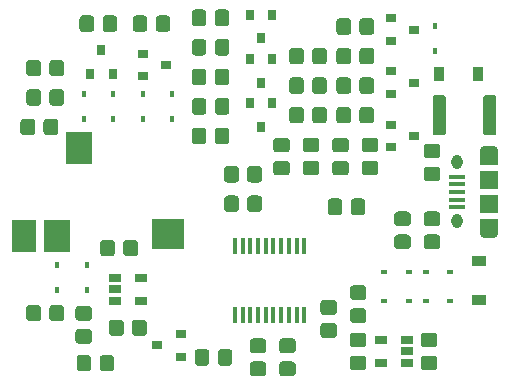
<source format=gbr>
%TF.GenerationSoftware,KiCad,Pcbnew,(5.1.0-0)*%
%TF.CreationDate,2020-07-09T23:17:02+02:00*%
%TF.ProjectId,POxiM-wristcomputer,504f7869-4d2d-4777-9269-7374636f6d70,A*%
%TF.SameCoordinates,Original*%
%TF.FileFunction,Paste,Top*%
%TF.FilePolarity,Positive*%
%FSLAX46Y46*%
G04 Gerber Fmt 4.6, Leading zero omitted, Abs format (unit mm)*
G04 Created by KiCad (PCBNEW (5.1.0-0)) date 2020-07-09 23:17:02*
%MOMM*%
%LPD*%
G04 APERTURE LIST*
%ADD10R,1.350000X0.400000*%
%ADD11O,0.950000X1.250000*%
%ADD12R,1.550000X1.500000*%
%ADD13R,1.550000X1.200000*%
%ADD14O,1.550000X0.890000*%
%ADD15R,1.200000X0.900000*%
%ADD16R,0.600000X0.450000*%
%ADD17R,0.450000X0.600000*%
%ADD18R,0.900000X1.200000*%
%ADD19R,0.900000X0.800000*%
%ADD20R,2.200000X2.800000*%
%ADD21R,2.800000X2.600000*%
%ADD22R,2.000000X2.800000*%
%ADD23C,0.100000*%
%ADD24C,1.250000*%
%ADD25R,1.060000X0.650000*%
%ADD26R,0.800000X0.900000*%
%ADD27C,1.125000*%
%ADD28R,0.450000X1.450000*%
G04 APERTURE END LIST*
D10*
%TO.C,J1*%
X107875000Y-130200000D03*
X107875000Y-130850000D03*
X107875000Y-131500000D03*
X107875000Y-132150000D03*
X107875000Y-132800000D03*
D11*
X107850000Y-129000000D03*
X107850000Y-134000000D03*
D12*
X110550000Y-132500000D03*
X110550000Y-130500000D03*
D13*
X110550000Y-128600000D03*
D14*
X110550000Y-128000000D03*
D13*
X110550000Y-134400000D03*
D14*
X110550000Y-135000000D03*
%TD*%
D15*
%TO.C,D40*%
X109750000Y-137350000D03*
X109750000Y-140650000D03*
%TD*%
D16*
%TO.C,D39*%
X101700000Y-140750000D03*
X103800000Y-140750000D03*
%TD*%
%TO.C,D38*%
X105200000Y-140750000D03*
X107300000Y-140750000D03*
%TD*%
%TO.C,D37*%
X101700000Y-138250000D03*
X103800000Y-138250000D03*
%TD*%
%TO.C,D36*%
X105200000Y-138250000D03*
X107300000Y-138250000D03*
%TD*%
D17*
%TO.C,D35*%
X106000000Y-117450000D03*
X106000000Y-119550000D03*
%TD*%
D18*
%TO.C,D34*%
X109650000Y-121500000D03*
X106350000Y-121500000D03*
%TD*%
D17*
%TO.C,D6*%
X74000000Y-137700000D03*
X74000000Y-139800000D03*
%TD*%
%TO.C,D5*%
X76500000Y-139800000D03*
X76500000Y-137700000D03*
%TD*%
%TO.C,D4*%
X76250000Y-123200000D03*
X76250000Y-125300000D03*
%TD*%
%TO.C,D3*%
X83750000Y-123200000D03*
X83750000Y-125300000D03*
%TD*%
%TO.C,D2*%
X78750000Y-123200000D03*
X78750000Y-125300000D03*
%TD*%
%TO.C,D1*%
X81250000Y-123200000D03*
X81250000Y-125300000D03*
%TD*%
D19*
%TO.C,Q8*%
X83250000Y-120750000D03*
X81250000Y-121700000D03*
X81250000Y-119800000D03*
%TD*%
D20*
%TO.C,J2*%
X74000000Y-135200000D03*
X75900000Y-127800000D03*
D21*
X83400000Y-135100000D03*
D22*
X71200000Y-135200000D03*
%TD*%
D23*
%TO.C,C12*%
G36*
X73818130Y-125301505D02*
G01*
X73848466Y-125306005D01*
X73878214Y-125313456D01*
X73907089Y-125323788D01*
X73934811Y-125336900D01*
X73961116Y-125352666D01*
X73985748Y-125370934D01*
X74008471Y-125391529D01*
X74029066Y-125414252D01*
X74047334Y-125438884D01*
X74063100Y-125465189D01*
X74076212Y-125492911D01*
X74086544Y-125521786D01*
X74093995Y-125551534D01*
X74098495Y-125581870D01*
X74100000Y-125612500D01*
X74100000Y-126387500D01*
X74098495Y-126418130D01*
X74093995Y-126448466D01*
X74086544Y-126478214D01*
X74076212Y-126507089D01*
X74063100Y-126534811D01*
X74047334Y-126561116D01*
X74029066Y-126585748D01*
X74008471Y-126608471D01*
X73985748Y-126629066D01*
X73961116Y-126647334D01*
X73934811Y-126663100D01*
X73907089Y-126676212D01*
X73878214Y-126686544D01*
X73848466Y-126693995D01*
X73818130Y-126698495D01*
X73787500Y-126700000D01*
X73162500Y-126700000D01*
X73131870Y-126698495D01*
X73101534Y-126693995D01*
X73071786Y-126686544D01*
X73042911Y-126676212D01*
X73015189Y-126663100D01*
X72988884Y-126647334D01*
X72964252Y-126629066D01*
X72941529Y-126608471D01*
X72920934Y-126585748D01*
X72902666Y-126561116D01*
X72886900Y-126534811D01*
X72873788Y-126507089D01*
X72863456Y-126478214D01*
X72856005Y-126448466D01*
X72851505Y-126418130D01*
X72850000Y-126387500D01*
X72850000Y-125612500D01*
X72851505Y-125581870D01*
X72856005Y-125551534D01*
X72863456Y-125521786D01*
X72873788Y-125492911D01*
X72886900Y-125465189D01*
X72902666Y-125438884D01*
X72920934Y-125414252D01*
X72941529Y-125391529D01*
X72964252Y-125370934D01*
X72988884Y-125352666D01*
X73015189Y-125336900D01*
X73042911Y-125323788D01*
X73071786Y-125313456D01*
X73101534Y-125306005D01*
X73131870Y-125301505D01*
X73162500Y-125300000D01*
X73787500Y-125300000D01*
X73818130Y-125301505D01*
X73818130Y-125301505D01*
G37*
D24*
X73475000Y-126000000D03*
D23*
G36*
X71868130Y-125301505D02*
G01*
X71898466Y-125306005D01*
X71928214Y-125313456D01*
X71957089Y-125323788D01*
X71984811Y-125336900D01*
X72011116Y-125352666D01*
X72035748Y-125370934D01*
X72058471Y-125391529D01*
X72079066Y-125414252D01*
X72097334Y-125438884D01*
X72113100Y-125465189D01*
X72126212Y-125492911D01*
X72136544Y-125521786D01*
X72143995Y-125551534D01*
X72148495Y-125581870D01*
X72150000Y-125612500D01*
X72150000Y-126387500D01*
X72148495Y-126418130D01*
X72143995Y-126448466D01*
X72136544Y-126478214D01*
X72126212Y-126507089D01*
X72113100Y-126534811D01*
X72097334Y-126561116D01*
X72079066Y-126585748D01*
X72058471Y-126608471D01*
X72035748Y-126629066D01*
X72011116Y-126647334D01*
X71984811Y-126663100D01*
X71957089Y-126676212D01*
X71928214Y-126686544D01*
X71898466Y-126693995D01*
X71868130Y-126698495D01*
X71837500Y-126700000D01*
X71212500Y-126700000D01*
X71181870Y-126698495D01*
X71151534Y-126693995D01*
X71121786Y-126686544D01*
X71092911Y-126676212D01*
X71065189Y-126663100D01*
X71038884Y-126647334D01*
X71014252Y-126629066D01*
X70991529Y-126608471D01*
X70970934Y-126585748D01*
X70952666Y-126561116D01*
X70936900Y-126534811D01*
X70923788Y-126507089D01*
X70913456Y-126478214D01*
X70906005Y-126448466D01*
X70901505Y-126418130D01*
X70900000Y-126387500D01*
X70900000Y-125612500D01*
X70901505Y-125581870D01*
X70906005Y-125551534D01*
X70913456Y-125521786D01*
X70923788Y-125492911D01*
X70936900Y-125465189D01*
X70952666Y-125438884D01*
X70970934Y-125414252D01*
X70991529Y-125391529D01*
X71014252Y-125370934D01*
X71038884Y-125352666D01*
X71065189Y-125336900D01*
X71092911Y-125323788D01*
X71121786Y-125313456D01*
X71151534Y-125306005D01*
X71181870Y-125301505D01*
X71212500Y-125300000D01*
X71837500Y-125300000D01*
X71868130Y-125301505D01*
X71868130Y-125301505D01*
G37*
D24*
X71525000Y-126000000D03*
%TD*%
D25*
%TO.C,U3*%
X101400000Y-145950000D03*
X101400000Y-144050000D03*
X103600000Y-144050000D03*
X103600000Y-145000000D03*
X103600000Y-145950000D03*
%TD*%
D23*
%TO.C,C9*%
G36*
X97418130Y-142601505D02*
G01*
X97448466Y-142606005D01*
X97478214Y-142613456D01*
X97507089Y-142623788D01*
X97534811Y-142636900D01*
X97561116Y-142652666D01*
X97585748Y-142670934D01*
X97608471Y-142691529D01*
X97629066Y-142714252D01*
X97647334Y-142738884D01*
X97663100Y-142765189D01*
X97676212Y-142792911D01*
X97686544Y-142821786D01*
X97693995Y-142851534D01*
X97698495Y-142881870D01*
X97700000Y-142912500D01*
X97700000Y-143537500D01*
X97698495Y-143568130D01*
X97693995Y-143598466D01*
X97686544Y-143628214D01*
X97676212Y-143657089D01*
X97663100Y-143684811D01*
X97647334Y-143711116D01*
X97629066Y-143735748D01*
X97608471Y-143758471D01*
X97585748Y-143779066D01*
X97561116Y-143797334D01*
X97534811Y-143813100D01*
X97507089Y-143826212D01*
X97478214Y-143836544D01*
X97448466Y-143843995D01*
X97418130Y-143848495D01*
X97387500Y-143850000D01*
X96612500Y-143850000D01*
X96581870Y-143848495D01*
X96551534Y-143843995D01*
X96521786Y-143836544D01*
X96492911Y-143826212D01*
X96465189Y-143813100D01*
X96438884Y-143797334D01*
X96414252Y-143779066D01*
X96391529Y-143758471D01*
X96370934Y-143735748D01*
X96352666Y-143711116D01*
X96336900Y-143684811D01*
X96323788Y-143657089D01*
X96313456Y-143628214D01*
X96306005Y-143598466D01*
X96301505Y-143568130D01*
X96300000Y-143537500D01*
X96300000Y-142912500D01*
X96301505Y-142881870D01*
X96306005Y-142851534D01*
X96313456Y-142821786D01*
X96323788Y-142792911D01*
X96336900Y-142765189D01*
X96352666Y-142738884D01*
X96370934Y-142714252D01*
X96391529Y-142691529D01*
X96414252Y-142670934D01*
X96438884Y-142652666D01*
X96465189Y-142636900D01*
X96492911Y-142623788D01*
X96521786Y-142613456D01*
X96551534Y-142606005D01*
X96581870Y-142601505D01*
X96612500Y-142600000D01*
X97387500Y-142600000D01*
X97418130Y-142601505D01*
X97418130Y-142601505D01*
G37*
D24*
X97000000Y-143225000D03*
D23*
G36*
X97418130Y-140651505D02*
G01*
X97448466Y-140656005D01*
X97478214Y-140663456D01*
X97507089Y-140673788D01*
X97534811Y-140686900D01*
X97561116Y-140702666D01*
X97585748Y-140720934D01*
X97608471Y-140741529D01*
X97629066Y-140764252D01*
X97647334Y-140788884D01*
X97663100Y-140815189D01*
X97676212Y-140842911D01*
X97686544Y-140871786D01*
X97693995Y-140901534D01*
X97698495Y-140931870D01*
X97700000Y-140962500D01*
X97700000Y-141587500D01*
X97698495Y-141618130D01*
X97693995Y-141648466D01*
X97686544Y-141678214D01*
X97676212Y-141707089D01*
X97663100Y-141734811D01*
X97647334Y-141761116D01*
X97629066Y-141785748D01*
X97608471Y-141808471D01*
X97585748Y-141829066D01*
X97561116Y-141847334D01*
X97534811Y-141863100D01*
X97507089Y-141876212D01*
X97478214Y-141886544D01*
X97448466Y-141893995D01*
X97418130Y-141898495D01*
X97387500Y-141900000D01*
X96612500Y-141900000D01*
X96581870Y-141898495D01*
X96551534Y-141893995D01*
X96521786Y-141886544D01*
X96492911Y-141876212D01*
X96465189Y-141863100D01*
X96438884Y-141847334D01*
X96414252Y-141829066D01*
X96391529Y-141808471D01*
X96370934Y-141785748D01*
X96352666Y-141761116D01*
X96336900Y-141734811D01*
X96323788Y-141707089D01*
X96313456Y-141678214D01*
X96306005Y-141648466D01*
X96301505Y-141618130D01*
X96300000Y-141587500D01*
X96300000Y-140962500D01*
X96301505Y-140931870D01*
X96306005Y-140901534D01*
X96313456Y-140871786D01*
X96323788Y-140842911D01*
X96336900Y-140815189D01*
X96352666Y-140788884D01*
X96370934Y-140764252D01*
X96391529Y-140741529D01*
X96414252Y-140720934D01*
X96438884Y-140702666D01*
X96465189Y-140686900D01*
X96492911Y-140673788D01*
X96521786Y-140663456D01*
X96551534Y-140656005D01*
X96581870Y-140651505D01*
X96612500Y-140650000D01*
X97387500Y-140650000D01*
X97418130Y-140651505D01*
X97418130Y-140651505D01*
G37*
D24*
X97000000Y-141275000D03*
%TD*%
D23*
%TO.C,C1*%
G36*
X80568130Y-135551505D02*
G01*
X80598466Y-135556005D01*
X80628214Y-135563456D01*
X80657089Y-135573788D01*
X80684811Y-135586900D01*
X80711116Y-135602666D01*
X80735748Y-135620934D01*
X80758471Y-135641529D01*
X80779066Y-135664252D01*
X80797334Y-135688884D01*
X80813100Y-135715189D01*
X80826212Y-135742911D01*
X80836544Y-135771786D01*
X80843995Y-135801534D01*
X80848495Y-135831870D01*
X80850000Y-135862500D01*
X80850000Y-136637500D01*
X80848495Y-136668130D01*
X80843995Y-136698466D01*
X80836544Y-136728214D01*
X80826212Y-136757089D01*
X80813100Y-136784811D01*
X80797334Y-136811116D01*
X80779066Y-136835748D01*
X80758471Y-136858471D01*
X80735748Y-136879066D01*
X80711116Y-136897334D01*
X80684811Y-136913100D01*
X80657089Y-136926212D01*
X80628214Y-136936544D01*
X80598466Y-136943995D01*
X80568130Y-136948495D01*
X80537500Y-136950000D01*
X79912500Y-136950000D01*
X79881870Y-136948495D01*
X79851534Y-136943995D01*
X79821786Y-136936544D01*
X79792911Y-136926212D01*
X79765189Y-136913100D01*
X79738884Y-136897334D01*
X79714252Y-136879066D01*
X79691529Y-136858471D01*
X79670934Y-136835748D01*
X79652666Y-136811116D01*
X79636900Y-136784811D01*
X79623788Y-136757089D01*
X79613456Y-136728214D01*
X79606005Y-136698466D01*
X79601505Y-136668130D01*
X79600000Y-136637500D01*
X79600000Y-135862500D01*
X79601505Y-135831870D01*
X79606005Y-135801534D01*
X79613456Y-135771786D01*
X79623788Y-135742911D01*
X79636900Y-135715189D01*
X79652666Y-135688884D01*
X79670934Y-135664252D01*
X79691529Y-135641529D01*
X79714252Y-135620934D01*
X79738884Y-135602666D01*
X79765189Y-135586900D01*
X79792911Y-135573788D01*
X79821786Y-135563456D01*
X79851534Y-135556005D01*
X79881870Y-135551505D01*
X79912500Y-135550000D01*
X80537500Y-135550000D01*
X80568130Y-135551505D01*
X80568130Y-135551505D01*
G37*
D24*
X80225000Y-136250000D03*
D23*
G36*
X78618130Y-135551505D02*
G01*
X78648466Y-135556005D01*
X78678214Y-135563456D01*
X78707089Y-135573788D01*
X78734811Y-135586900D01*
X78761116Y-135602666D01*
X78785748Y-135620934D01*
X78808471Y-135641529D01*
X78829066Y-135664252D01*
X78847334Y-135688884D01*
X78863100Y-135715189D01*
X78876212Y-135742911D01*
X78886544Y-135771786D01*
X78893995Y-135801534D01*
X78898495Y-135831870D01*
X78900000Y-135862500D01*
X78900000Y-136637500D01*
X78898495Y-136668130D01*
X78893995Y-136698466D01*
X78886544Y-136728214D01*
X78876212Y-136757089D01*
X78863100Y-136784811D01*
X78847334Y-136811116D01*
X78829066Y-136835748D01*
X78808471Y-136858471D01*
X78785748Y-136879066D01*
X78761116Y-136897334D01*
X78734811Y-136913100D01*
X78707089Y-136926212D01*
X78678214Y-136936544D01*
X78648466Y-136943995D01*
X78618130Y-136948495D01*
X78587500Y-136950000D01*
X77962500Y-136950000D01*
X77931870Y-136948495D01*
X77901534Y-136943995D01*
X77871786Y-136936544D01*
X77842911Y-136926212D01*
X77815189Y-136913100D01*
X77788884Y-136897334D01*
X77764252Y-136879066D01*
X77741529Y-136858471D01*
X77720934Y-136835748D01*
X77702666Y-136811116D01*
X77686900Y-136784811D01*
X77673788Y-136757089D01*
X77663456Y-136728214D01*
X77656005Y-136698466D01*
X77651505Y-136668130D01*
X77650000Y-136637500D01*
X77650000Y-135862500D01*
X77651505Y-135831870D01*
X77656005Y-135801534D01*
X77663456Y-135771786D01*
X77673788Y-135742911D01*
X77686900Y-135715189D01*
X77702666Y-135688884D01*
X77720934Y-135664252D01*
X77741529Y-135641529D01*
X77764252Y-135620934D01*
X77788884Y-135602666D01*
X77815189Y-135586900D01*
X77842911Y-135573788D01*
X77871786Y-135563456D01*
X77901534Y-135556005D01*
X77931870Y-135551505D01*
X77962500Y-135550000D01*
X78587500Y-135550000D01*
X78618130Y-135551505D01*
X78618130Y-135551505D01*
G37*
D24*
X78275000Y-136250000D03*
%TD*%
D23*
%TO.C,C11*%
G36*
X106168130Y-127401505D02*
G01*
X106198466Y-127406005D01*
X106228214Y-127413456D01*
X106257089Y-127423788D01*
X106284811Y-127436900D01*
X106311116Y-127452666D01*
X106335748Y-127470934D01*
X106358471Y-127491529D01*
X106379066Y-127514252D01*
X106397334Y-127538884D01*
X106413100Y-127565189D01*
X106426212Y-127592911D01*
X106436544Y-127621786D01*
X106443995Y-127651534D01*
X106448495Y-127681870D01*
X106450000Y-127712500D01*
X106450000Y-128337500D01*
X106448495Y-128368130D01*
X106443995Y-128398466D01*
X106436544Y-128428214D01*
X106426212Y-128457089D01*
X106413100Y-128484811D01*
X106397334Y-128511116D01*
X106379066Y-128535748D01*
X106358471Y-128558471D01*
X106335748Y-128579066D01*
X106311116Y-128597334D01*
X106284811Y-128613100D01*
X106257089Y-128626212D01*
X106228214Y-128636544D01*
X106198466Y-128643995D01*
X106168130Y-128648495D01*
X106137500Y-128650000D01*
X105362500Y-128650000D01*
X105331870Y-128648495D01*
X105301534Y-128643995D01*
X105271786Y-128636544D01*
X105242911Y-128626212D01*
X105215189Y-128613100D01*
X105188884Y-128597334D01*
X105164252Y-128579066D01*
X105141529Y-128558471D01*
X105120934Y-128535748D01*
X105102666Y-128511116D01*
X105086900Y-128484811D01*
X105073788Y-128457089D01*
X105063456Y-128428214D01*
X105056005Y-128398466D01*
X105051505Y-128368130D01*
X105050000Y-128337500D01*
X105050000Y-127712500D01*
X105051505Y-127681870D01*
X105056005Y-127651534D01*
X105063456Y-127621786D01*
X105073788Y-127592911D01*
X105086900Y-127565189D01*
X105102666Y-127538884D01*
X105120934Y-127514252D01*
X105141529Y-127491529D01*
X105164252Y-127470934D01*
X105188884Y-127452666D01*
X105215189Y-127436900D01*
X105242911Y-127423788D01*
X105271786Y-127413456D01*
X105301534Y-127406005D01*
X105331870Y-127401505D01*
X105362500Y-127400000D01*
X106137500Y-127400000D01*
X106168130Y-127401505D01*
X106168130Y-127401505D01*
G37*
D24*
X105750000Y-128025000D03*
D23*
G36*
X106168130Y-129351505D02*
G01*
X106198466Y-129356005D01*
X106228214Y-129363456D01*
X106257089Y-129373788D01*
X106284811Y-129386900D01*
X106311116Y-129402666D01*
X106335748Y-129420934D01*
X106358471Y-129441529D01*
X106379066Y-129464252D01*
X106397334Y-129488884D01*
X106413100Y-129515189D01*
X106426212Y-129542911D01*
X106436544Y-129571786D01*
X106443995Y-129601534D01*
X106448495Y-129631870D01*
X106450000Y-129662500D01*
X106450000Y-130287500D01*
X106448495Y-130318130D01*
X106443995Y-130348466D01*
X106436544Y-130378214D01*
X106426212Y-130407089D01*
X106413100Y-130434811D01*
X106397334Y-130461116D01*
X106379066Y-130485748D01*
X106358471Y-130508471D01*
X106335748Y-130529066D01*
X106311116Y-130547334D01*
X106284811Y-130563100D01*
X106257089Y-130576212D01*
X106228214Y-130586544D01*
X106198466Y-130593995D01*
X106168130Y-130598495D01*
X106137500Y-130600000D01*
X105362500Y-130600000D01*
X105331870Y-130598495D01*
X105301534Y-130593995D01*
X105271786Y-130586544D01*
X105242911Y-130576212D01*
X105215189Y-130563100D01*
X105188884Y-130547334D01*
X105164252Y-130529066D01*
X105141529Y-130508471D01*
X105120934Y-130485748D01*
X105102666Y-130461116D01*
X105086900Y-130434811D01*
X105073788Y-130407089D01*
X105063456Y-130378214D01*
X105056005Y-130348466D01*
X105051505Y-130318130D01*
X105050000Y-130287500D01*
X105050000Y-129662500D01*
X105051505Y-129631870D01*
X105056005Y-129601534D01*
X105063456Y-129571786D01*
X105073788Y-129542911D01*
X105086900Y-129515189D01*
X105102666Y-129488884D01*
X105120934Y-129464252D01*
X105141529Y-129441529D01*
X105164252Y-129420934D01*
X105188884Y-129402666D01*
X105215189Y-129386900D01*
X105242911Y-129373788D01*
X105271786Y-129363456D01*
X105301534Y-129356005D01*
X105331870Y-129351505D01*
X105362500Y-129350000D01*
X106137500Y-129350000D01*
X106168130Y-129351505D01*
X106168130Y-129351505D01*
G37*
D24*
X105750000Y-129975000D03*
%TD*%
D23*
%TO.C,C6*%
G36*
X86368130Y-126051505D02*
G01*
X86398466Y-126056005D01*
X86428214Y-126063456D01*
X86457089Y-126073788D01*
X86484811Y-126086900D01*
X86511116Y-126102666D01*
X86535748Y-126120934D01*
X86558471Y-126141529D01*
X86579066Y-126164252D01*
X86597334Y-126188884D01*
X86613100Y-126215189D01*
X86626212Y-126242911D01*
X86636544Y-126271786D01*
X86643995Y-126301534D01*
X86648495Y-126331870D01*
X86650000Y-126362500D01*
X86650000Y-127137500D01*
X86648495Y-127168130D01*
X86643995Y-127198466D01*
X86636544Y-127228214D01*
X86626212Y-127257089D01*
X86613100Y-127284811D01*
X86597334Y-127311116D01*
X86579066Y-127335748D01*
X86558471Y-127358471D01*
X86535748Y-127379066D01*
X86511116Y-127397334D01*
X86484811Y-127413100D01*
X86457089Y-127426212D01*
X86428214Y-127436544D01*
X86398466Y-127443995D01*
X86368130Y-127448495D01*
X86337500Y-127450000D01*
X85712500Y-127450000D01*
X85681870Y-127448495D01*
X85651534Y-127443995D01*
X85621786Y-127436544D01*
X85592911Y-127426212D01*
X85565189Y-127413100D01*
X85538884Y-127397334D01*
X85514252Y-127379066D01*
X85491529Y-127358471D01*
X85470934Y-127335748D01*
X85452666Y-127311116D01*
X85436900Y-127284811D01*
X85423788Y-127257089D01*
X85413456Y-127228214D01*
X85406005Y-127198466D01*
X85401505Y-127168130D01*
X85400000Y-127137500D01*
X85400000Y-126362500D01*
X85401505Y-126331870D01*
X85406005Y-126301534D01*
X85413456Y-126271786D01*
X85423788Y-126242911D01*
X85436900Y-126215189D01*
X85452666Y-126188884D01*
X85470934Y-126164252D01*
X85491529Y-126141529D01*
X85514252Y-126120934D01*
X85538884Y-126102666D01*
X85565189Y-126086900D01*
X85592911Y-126073788D01*
X85621786Y-126063456D01*
X85651534Y-126056005D01*
X85681870Y-126051505D01*
X85712500Y-126050000D01*
X86337500Y-126050000D01*
X86368130Y-126051505D01*
X86368130Y-126051505D01*
G37*
D24*
X86025000Y-126750000D03*
D23*
G36*
X88318130Y-126051505D02*
G01*
X88348466Y-126056005D01*
X88378214Y-126063456D01*
X88407089Y-126073788D01*
X88434811Y-126086900D01*
X88461116Y-126102666D01*
X88485748Y-126120934D01*
X88508471Y-126141529D01*
X88529066Y-126164252D01*
X88547334Y-126188884D01*
X88563100Y-126215189D01*
X88576212Y-126242911D01*
X88586544Y-126271786D01*
X88593995Y-126301534D01*
X88598495Y-126331870D01*
X88600000Y-126362500D01*
X88600000Y-127137500D01*
X88598495Y-127168130D01*
X88593995Y-127198466D01*
X88586544Y-127228214D01*
X88576212Y-127257089D01*
X88563100Y-127284811D01*
X88547334Y-127311116D01*
X88529066Y-127335748D01*
X88508471Y-127358471D01*
X88485748Y-127379066D01*
X88461116Y-127397334D01*
X88434811Y-127413100D01*
X88407089Y-127426212D01*
X88378214Y-127436544D01*
X88348466Y-127443995D01*
X88318130Y-127448495D01*
X88287500Y-127450000D01*
X87662500Y-127450000D01*
X87631870Y-127448495D01*
X87601534Y-127443995D01*
X87571786Y-127436544D01*
X87542911Y-127426212D01*
X87515189Y-127413100D01*
X87488884Y-127397334D01*
X87464252Y-127379066D01*
X87441529Y-127358471D01*
X87420934Y-127335748D01*
X87402666Y-127311116D01*
X87386900Y-127284811D01*
X87373788Y-127257089D01*
X87363456Y-127228214D01*
X87356005Y-127198466D01*
X87351505Y-127168130D01*
X87350000Y-127137500D01*
X87350000Y-126362500D01*
X87351505Y-126331870D01*
X87356005Y-126301534D01*
X87363456Y-126271786D01*
X87373788Y-126242911D01*
X87386900Y-126215189D01*
X87402666Y-126188884D01*
X87420934Y-126164252D01*
X87441529Y-126141529D01*
X87464252Y-126120934D01*
X87488884Y-126102666D01*
X87515189Y-126086900D01*
X87542911Y-126073788D01*
X87571786Y-126063456D01*
X87601534Y-126056005D01*
X87631870Y-126051505D01*
X87662500Y-126050000D01*
X88287500Y-126050000D01*
X88318130Y-126051505D01*
X88318130Y-126051505D01*
G37*
D24*
X87975000Y-126750000D03*
%TD*%
D23*
%TO.C,C10*%
G36*
X93918130Y-143901505D02*
G01*
X93948466Y-143906005D01*
X93978214Y-143913456D01*
X94007089Y-143923788D01*
X94034811Y-143936900D01*
X94061116Y-143952666D01*
X94085748Y-143970934D01*
X94108471Y-143991529D01*
X94129066Y-144014252D01*
X94147334Y-144038884D01*
X94163100Y-144065189D01*
X94176212Y-144092911D01*
X94186544Y-144121786D01*
X94193995Y-144151534D01*
X94198495Y-144181870D01*
X94200000Y-144212500D01*
X94200000Y-144837500D01*
X94198495Y-144868130D01*
X94193995Y-144898466D01*
X94186544Y-144928214D01*
X94176212Y-144957089D01*
X94163100Y-144984811D01*
X94147334Y-145011116D01*
X94129066Y-145035748D01*
X94108471Y-145058471D01*
X94085748Y-145079066D01*
X94061116Y-145097334D01*
X94034811Y-145113100D01*
X94007089Y-145126212D01*
X93978214Y-145136544D01*
X93948466Y-145143995D01*
X93918130Y-145148495D01*
X93887500Y-145150000D01*
X93112500Y-145150000D01*
X93081870Y-145148495D01*
X93051534Y-145143995D01*
X93021786Y-145136544D01*
X92992911Y-145126212D01*
X92965189Y-145113100D01*
X92938884Y-145097334D01*
X92914252Y-145079066D01*
X92891529Y-145058471D01*
X92870934Y-145035748D01*
X92852666Y-145011116D01*
X92836900Y-144984811D01*
X92823788Y-144957089D01*
X92813456Y-144928214D01*
X92806005Y-144898466D01*
X92801505Y-144868130D01*
X92800000Y-144837500D01*
X92800000Y-144212500D01*
X92801505Y-144181870D01*
X92806005Y-144151534D01*
X92813456Y-144121786D01*
X92823788Y-144092911D01*
X92836900Y-144065189D01*
X92852666Y-144038884D01*
X92870934Y-144014252D01*
X92891529Y-143991529D01*
X92914252Y-143970934D01*
X92938884Y-143952666D01*
X92965189Y-143936900D01*
X92992911Y-143923788D01*
X93021786Y-143913456D01*
X93051534Y-143906005D01*
X93081870Y-143901505D01*
X93112500Y-143900000D01*
X93887500Y-143900000D01*
X93918130Y-143901505D01*
X93918130Y-143901505D01*
G37*
D24*
X93500000Y-144525000D03*
D23*
G36*
X93918130Y-145851505D02*
G01*
X93948466Y-145856005D01*
X93978214Y-145863456D01*
X94007089Y-145873788D01*
X94034811Y-145886900D01*
X94061116Y-145902666D01*
X94085748Y-145920934D01*
X94108471Y-145941529D01*
X94129066Y-145964252D01*
X94147334Y-145988884D01*
X94163100Y-146015189D01*
X94176212Y-146042911D01*
X94186544Y-146071786D01*
X94193995Y-146101534D01*
X94198495Y-146131870D01*
X94200000Y-146162500D01*
X94200000Y-146787500D01*
X94198495Y-146818130D01*
X94193995Y-146848466D01*
X94186544Y-146878214D01*
X94176212Y-146907089D01*
X94163100Y-146934811D01*
X94147334Y-146961116D01*
X94129066Y-146985748D01*
X94108471Y-147008471D01*
X94085748Y-147029066D01*
X94061116Y-147047334D01*
X94034811Y-147063100D01*
X94007089Y-147076212D01*
X93978214Y-147086544D01*
X93948466Y-147093995D01*
X93918130Y-147098495D01*
X93887500Y-147100000D01*
X93112500Y-147100000D01*
X93081870Y-147098495D01*
X93051534Y-147093995D01*
X93021786Y-147086544D01*
X92992911Y-147076212D01*
X92965189Y-147063100D01*
X92938884Y-147047334D01*
X92914252Y-147029066D01*
X92891529Y-147008471D01*
X92870934Y-146985748D01*
X92852666Y-146961116D01*
X92836900Y-146934811D01*
X92823788Y-146907089D01*
X92813456Y-146878214D01*
X92806005Y-146848466D01*
X92801505Y-146818130D01*
X92800000Y-146787500D01*
X92800000Y-146162500D01*
X92801505Y-146131870D01*
X92806005Y-146101534D01*
X92813456Y-146071786D01*
X92823788Y-146042911D01*
X92836900Y-146015189D01*
X92852666Y-145988884D01*
X92870934Y-145964252D01*
X92891529Y-145941529D01*
X92914252Y-145920934D01*
X92938884Y-145902666D01*
X92965189Y-145886900D01*
X92992911Y-145873788D01*
X93021786Y-145863456D01*
X93051534Y-145856005D01*
X93081870Y-145851505D01*
X93112500Y-145850000D01*
X93887500Y-145850000D01*
X93918130Y-145851505D01*
X93918130Y-145851505D01*
G37*
D24*
X93500000Y-146475000D03*
%TD*%
D23*
%TO.C,C8*%
G36*
X99918130Y-141351505D02*
G01*
X99948466Y-141356005D01*
X99978214Y-141363456D01*
X100007089Y-141373788D01*
X100034811Y-141386900D01*
X100061116Y-141402666D01*
X100085748Y-141420934D01*
X100108471Y-141441529D01*
X100129066Y-141464252D01*
X100147334Y-141488884D01*
X100163100Y-141515189D01*
X100176212Y-141542911D01*
X100186544Y-141571786D01*
X100193995Y-141601534D01*
X100198495Y-141631870D01*
X100200000Y-141662500D01*
X100200000Y-142287500D01*
X100198495Y-142318130D01*
X100193995Y-142348466D01*
X100186544Y-142378214D01*
X100176212Y-142407089D01*
X100163100Y-142434811D01*
X100147334Y-142461116D01*
X100129066Y-142485748D01*
X100108471Y-142508471D01*
X100085748Y-142529066D01*
X100061116Y-142547334D01*
X100034811Y-142563100D01*
X100007089Y-142576212D01*
X99978214Y-142586544D01*
X99948466Y-142593995D01*
X99918130Y-142598495D01*
X99887500Y-142600000D01*
X99112500Y-142600000D01*
X99081870Y-142598495D01*
X99051534Y-142593995D01*
X99021786Y-142586544D01*
X98992911Y-142576212D01*
X98965189Y-142563100D01*
X98938884Y-142547334D01*
X98914252Y-142529066D01*
X98891529Y-142508471D01*
X98870934Y-142485748D01*
X98852666Y-142461116D01*
X98836900Y-142434811D01*
X98823788Y-142407089D01*
X98813456Y-142378214D01*
X98806005Y-142348466D01*
X98801505Y-142318130D01*
X98800000Y-142287500D01*
X98800000Y-141662500D01*
X98801505Y-141631870D01*
X98806005Y-141601534D01*
X98813456Y-141571786D01*
X98823788Y-141542911D01*
X98836900Y-141515189D01*
X98852666Y-141488884D01*
X98870934Y-141464252D01*
X98891529Y-141441529D01*
X98914252Y-141420934D01*
X98938884Y-141402666D01*
X98965189Y-141386900D01*
X98992911Y-141373788D01*
X99021786Y-141363456D01*
X99051534Y-141356005D01*
X99081870Y-141351505D01*
X99112500Y-141350000D01*
X99887500Y-141350000D01*
X99918130Y-141351505D01*
X99918130Y-141351505D01*
G37*
D24*
X99500000Y-141975000D03*
D23*
G36*
X99918130Y-139401505D02*
G01*
X99948466Y-139406005D01*
X99978214Y-139413456D01*
X100007089Y-139423788D01*
X100034811Y-139436900D01*
X100061116Y-139452666D01*
X100085748Y-139470934D01*
X100108471Y-139491529D01*
X100129066Y-139514252D01*
X100147334Y-139538884D01*
X100163100Y-139565189D01*
X100176212Y-139592911D01*
X100186544Y-139621786D01*
X100193995Y-139651534D01*
X100198495Y-139681870D01*
X100200000Y-139712500D01*
X100200000Y-140337500D01*
X100198495Y-140368130D01*
X100193995Y-140398466D01*
X100186544Y-140428214D01*
X100176212Y-140457089D01*
X100163100Y-140484811D01*
X100147334Y-140511116D01*
X100129066Y-140535748D01*
X100108471Y-140558471D01*
X100085748Y-140579066D01*
X100061116Y-140597334D01*
X100034811Y-140613100D01*
X100007089Y-140626212D01*
X99978214Y-140636544D01*
X99948466Y-140643995D01*
X99918130Y-140648495D01*
X99887500Y-140650000D01*
X99112500Y-140650000D01*
X99081870Y-140648495D01*
X99051534Y-140643995D01*
X99021786Y-140636544D01*
X98992911Y-140626212D01*
X98965189Y-140613100D01*
X98938884Y-140597334D01*
X98914252Y-140579066D01*
X98891529Y-140558471D01*
X98870934Y-140535748D01*
X98852666Y-140511116D01*
X98836900Y-140484811D01*
X98823788Y-140457089D01*
X98813456Y-140428214D01*
X98806005Y-140398466D01*
X98801505Y-140368130D01*
X98800000Y-140337500D01*
X98800000Y-139712500D01*
X98801505Y-139681870D01*
X98806005Y-139651534D01*
X98813456Y-139621786D01*
X98823788Y-139592911D01*
X98836900Y-139565189D01*
X98852666Y-139538884D01*
X98870934Y-139514252D01*
X98891529Y-139491529D01*
X98914252Y-139470934D01*
X98938884Y-139452666D01*
X98965189Y-139436900D01*
X98992911Y-139423788D01*
X99021786Y-139413456D01*
X99051534Y-139406005D01*
X99081870Y-139401505D01*
X99112500Y-139400000D01*
X99887500Y-139400000D01*
X99918130Y-139401505D01*
X99918130Y-139401505D01*
G37*
D24*
X99500000Y-140025000D03*
%TD*%
D23*
%TO.C,C7*%
G36*
X91418130Y-143901505D02*
G01*
X91448466Y-143906005D01*
X91478214Y-143913456D01*
X91507089Y-143923788D01*
X91534811Y-143936900D01*
X91561116Y-143952666D01*
X91585748Y-143970934D01*
X91608471Y-143991529D01*
X91629066Y-144014252D01*
X91647334Y-144038884D01*
X91663100Y-144065189D01*
X91676212Y-144092911D01*
X91686544Y-144121786D01*
X91693995Y-144151534D01*
X91698495Y-144181870D01*
X91700000Y-144212500D01*
X91700000Y-144837500D01*
X91698495Y-144868130D01*
X91693995Y-144898466D01*
X91686544Y-144928214D01*
X91676212Y-144957089D01*
X91663100Y-144984811D01*
X91647334Y-145011116D01*
X91629066Y-145035748D01*
X91608471Y-145058471D01*
X91585748Y-145079066D01*
X91561116Y-145097334D01*
X91534811Y-145113100D01*
X91507089Y-145126212D01*
X91478214Y-145136544D01*
X91448466Y-145143995D01*
X91418130Y-145148495D01*
X91387500Y-145150000D01*
X90612500Y-145150000D01*
X90581870Y-145148495D01*
X90551534Y-145143995D01*
X90521786Y-145136544D01*
X90492911Y-145126212D01*
X90465189Y-145113100D01*
X90438884Y-145097334D01*
X90414252Y-145079066D01*
X90391529Y-145058471D01*
X90370934Y-145035748D01*
X90352666Y-145011116D01*
X90336900Y-144984811D01*
X90323788Y-144957089D01*
X90313456Y-144928214D01*
X90306005Y-144898466D01*
X90301505Y-144868130D01*
X90300000Y-144837500D01*
X90300000Y-144212500D01*
X90301505Y-144181870D01*
X90306005Y-144151534D01*
X90313456Y-144121786D01*
X90323788Y-144092911D01*
X90336900Y-144065189D01*
X90352666Y-144038884D01*
X90370934Y-144014252D01*
X90391529Y-143991529D01*
X90414252Y-143970934D01*
X90438884Y-143952666D01*
X90465189Y-143936900D01*
X90492911Y-143923788D01*
X90521786Y-143913456D01*
X90551534Y-143906005D01*
X90581870Y-143901505D01*
X90612500Y-143900000D01*
X91387500Y-143900000D01*
X91418130Y-143901505D01*
X91418130Y-143901505D01*
G37*
D24*
X91000000Y-144525000D03*
D23*
G36*
X91418130Y-145851505D02*
G01*
X91448466Y-145856005D01*
X91478214Y-145863456D01*
X91507089Y-145873788D01*
X91534811Y-145886900D01*
X91561116Y-145902666D01*
X91585748Y-145920934D01*
X91608471Y-145941529D01*
X91629066Y-145964252D01*
X91647334Y-145988884D01*
X91663100Y-146015189D01*
X91676212Y-146042911D01*
X91686544Y-146071786D01*
X91693995Y-146101534D01*
X91698495Y-146131870D01*
X91700000Y-146162500D01*
X91700000Y-146787500D01*
X91698495Y-146818130D01*
X91693995Y-146848466D01*
X91686544Y-146878214D01*
X91676212Y-146907089D01*
X91663100Y-146934811D01*
X91647334Y-146961116D01*
X91629066Y-146985748D01*
X91608471Y-147008471D01*
X91585748Y-147029066D01*
X91561116Y-147047334D01*
X91534811Y-147063100D01*
X91507089Y-147076212D01*
X91478214Y-147086544D01*
X91448466Y-147093995D01*
X91418130Y-147098495D01*
X91387500Y-147100000D01*
X90612500Y-147100000D01*
X90581870Y-147098495D01*
X90551534Y-147093995D01*
X90521786Y-147086544D01*
X90492911Y-147076212D01*
X90465189Y-147063100D01*
X90438884Y-147047334D01*
X90414252Y-147029066D01*
X90391529Y-147008471D01*
X90370934Y-146985748D01*
X90352666Y-146961116D01*
X90336900Y-146934811D01*
X90323788Y-146907089D01*
X90313456Y-146878214D01*
X90306005Y-146848466D01*
X90301505Y-146818130D01*
X90300000Y-146787500D01*
X90300000Y-146162500D01*
X90301505Y-146131870D01*
X90306005Y-146101534D01*
X90313456Y-146071786D01*
X90323788Y-146042911D01*
X90336900Y-146015189D01*
X90352666Y-145988884D01*
X90370934Y-145964252D01*
X90391529Y-145941529D01*
X90414252Y-145920934D01*
X90438884Y-145902666D01*
X90465189Y-145886900D01*
X90492911Y-145873788D01*
X90521786Y-145863456D01*
X90551534Y-145856005D01*
X90581870Y-145851505D01*
X90612500Y-145850000D01*
X91387500Y-145850000D01*
X91418130Y-145851505D01*
X91418130Y-145851505D01*
G37*
D24*
X91000000Y-146475000D03*
%TD*%
D23*
%TO.C,C5*%
G36*
X99918130Y-145351505D02*
G01*
X99948466Y-145356005D01*
X99978214Y-145363456D01*
X100007089Y-145373788D01*
X100034811Y-145386900D01*
X100061116Y-145402666D01*
X100085748Y-145420934D01*
X100108471Y-145441529D01*
X100129066Y-145464252D01*
X100147334Y-145488884D01*
X100163100Y-145515189D01*
X100176212Y-145542911D01*
X100186544Y-145571786D01*
X100193995Y-145601534D01*
X100198495Y-145631870D01*
X100200000Y-145662500D01*
X100200000Y-146287500D01*
X100198495Y-146318130D01*
X100193995Y-146348466D01*
X100186544Y-146378214D01*
X100176212Y-146407089D01*
X100163100Y-146434811D01*
X100147334Y-146461116D01*
X100129066Y-146485748D01*
X100108471Y-146508471D01*
X100085748Y-146529066D01*
X100061116Y-146547334D01*
X100034811Y-146563100D01*
X100007089Y-146576212D01*
X99978214Y-146586544D01*
X99948466Y-146593995D01*
X99918130Y-146598495D01*
X99887500Y-146600000D01*
X99112500Y-146600000D01*
X99081870Y-146598495D01*
X99051534Y-146593995D01*
X99021786Y-146586544D01*
X98992911Y-146576212D01*
X98965189Y-146563100D01*
X98938884Y-146547334D01*
X98914252Y-146529066D01*
X98891529Y-146508471D01*
X98870934Y-146485748D01*
X98852666Y-146461116D01*
X98836900Y-146434811D01*
X98823788Y-146407089D01*
X98813456Y-146378214D01*
X98806005Y-146348466D01*
X98801505Y-146318130D01*
X98800000Y-146287500D01*
X98800000Y-145662500D01*
X98801505Y-145631870D01*
X98806005Y-145601534D01*
X98813456Y-145571786D01*
X98823788Y-145542911D01*
X98836900Y-145515189D01*
X98852666Y-145488884D01*
X98870934Y-145464252D01*
X98891529Y-145441529D01*
X98914252Y-145420934D01*
X98938884Y-145402666D01*
X98965189Y-145386900D01*
X98992911Y-145373788D01*
X99021786Y-145363456D01*
X99051534Y-145356005D01*
X99081870Y-145351505D01*
X99112500Y-145350000D01*
X99887500Y-145350000D01*
X99918130Y-145351505D01*
X99918130Y-145351505D01*
G37*
D24*
X99500000Y-145975000D03*
D23*
G36*
X99918130Y-143401505D02*
G01*
X99948466Y-143406005D01*
X99978214Y-143413456D01*
X100007089Y-143423788D01*
X100034811Y-143436900D01*
X100061116Y-143452666D01*
X100085748Y-143470934D01*
X100108471Y-143491529D01*
X100129066Y-143514252D01*
X100147334Y-143538884D01*
X100163100Y-143565189D01*
X100176212Y-143592911D01*
X100186544Y-143621786D01*
X100193995Y-143651534D01*
X100198495Y-143681870D01*
X100200000Y-143712500D01*
X100200000Y-144337500D01*
X100198495Y-144368130D01*
X100193995Y-144398466D01*
X100186544Y-144428214D01*
X100176212Y-144457089D01*
X100163100Y-144484811D01*
X100147334Y-144511116D01*
X100129066Y-144535748D01*
X100108471Y-144558471D01*
X100085748Y-144579066D01*
X100061116Y-144597334D01*
X100034811Y-144613100D01*
X100007089Y-144626212D01*
X99978214Y-144636544D01*
X99948466Y-144643995D01*
X99918130Y-144648495D01*
X99887500Y-144650000D01*
X99112500Y-144650000D01*
X99081870Y-144648495D01*
X99051534Y-144643995D01*
X99021786Y-144636544D01*
X98992911Y-144626212D01*
X98965189Y-144613100D01*
X98938884Y-144597334D01*
X98914252Y-144579066D01*
X98891529Y-144558471D01*
X98870934Y-144535748D01*
X98852666Y-144511116D01*
X98836900Y-144484811D01*
X98823788Y-144457089D01*
X98813456Y-144428214D01*
X98806005Y-144398466D01*
X98801505Y-144368130D01*
X98800000Y-144337500D01*
X98800000Y-143712500D01*
X98801505Y-143681870D01*
X98806005Y-143651534D01*
X98813456Y-143621786D01*
X98823788Y-143592911D01*
X98836900Y-143565189D01*
X98852666Y-143538884D01*
X98870934Y-143514252D01*
X98891529Y-143491529D01*
X98914252Y-143470934D01*
X98938884Y-143452666D01*
X98965189Y-143436900D01*
X98992911Y-143423788D01*
X99021786Y-143413456D01*
X99051534Y-143406005D01*
X99081870Y-143401505D01*
X99112500Y-143400000D01*
X99887500Y-143400000D01*
X99918130Y-143401505D01*
X99918130Y-143401505D01*
G37*
D24*
X99500000Y-144025000D03*
%TD*%
D23*
%TO.C,C4*%
G36*
X105918130Y-145351505D02*
G01*
X105948466Y-145356005D01*
X105978214Y-145363456D01*
X106007089Y-145373788D01*
X106034811Y-145386900D01*
X106061116Y-145402666D01*
X106085748Y-145420934D01*
X106108471Y-145441529D01*
X106129066Y-145464252D01*
X106147334Y-145488884D01*
X106163100Y-145515189D01*
X106176212Y-145542911D01*
X106186544Y-145571786D01*
X106193995Y-145601534D01*
X106198495Y-145631870D01*
X106200000Y-145662500D01*
X106200000Y-146287500D01*
X106198495Y-146318130D01*
X106193995Y-146348466D01*
X106186544Y-146378214D01*
X106176212Y-146407089D01*
X106163100Y-146434811D01*
X106147334Y-146461116D01*
X106129066Y-146485748D01*
X106108471Y-146508471D01*
X106085748Y-146529066D01*
X106061116Y-146547334D01*
X106034811Y-146563100D01*
X106007089Y-146576212D01*
X105978214Y-146586544D01*
X105948466Y-146593995D01*
X105918130Y-146598495D01*
X105887500Y-146600000D01*
X105112500Y-146600000D01*
X105081870Y-146598495D01*
X105051534Y-146593995D01*
X105021786Y-146586544D01*
X104992911Y-146576212D01*
X104965189Y-146563100D01*
X104938884Y-146547334D01*
X104914252Y-146529066D01*
X104891529Y-146508471D01*
X104870934Y-146485748D01*
X104852666Y-146461116D01*
X104836900Y-146434811D01*
X104823788Y-146407089D01*
X104813456Y-146378214D01*
X104806005Y-146348466D01*
X104801505Y-146318130D01*
X104800000Y-146287500D01*
X104800000Y-145662500D01*
X104801505Y-145631870D01*
X104806005Y-145601534D01*
X104813456Y-145571786D01*
X104823788Y-145542911D01*
X104836900Y-145515189D01*
X104852666Y-145488884D01*
X104870934Y-145464252D01*
X104891529Y-145441529D01*
X104914252Y-145420934D01*
X104938884Y-145402666D01*
X104965189Y-145386900D01*
X104992911Y-145373788D01*
X105021786Y-145363456D01*
X105051534Y-145356005D01*
X105081870Y-145351505D01*
X105112500Y-145350000D01*
X105887500Y-145350000D01*
X105918130Y-145351505D01*
X105918130Y-145351505D01*
G37*
D24*
X105500000Y-145975000D03*
D23*
G36*
X105918130Y-143401505D02*
G01*
X105948466Y-143406005D01*
X105978214Y-143413456D01*
X106007089Y-143423788D01*
X106034811Y-143436900D01*
X106061116Y-143452666D01*
X106085748Y-143470934D01*
X106108471Y-143491529D01*
X106129066Y-143514252D01*
X106147334Y-143538884D01*
X106163100Y-143565189D01*
X106176212Y-143592911D01*
X106186544Y-143621786D01*
X106193995Y-143651534D01*
X106198495Y-143681870D01*
X106200000Y-143712500D01*
X106200000Y-144337500D01*
X106198495Y-144368130D01*
X106193995Y-144398466D01*
X106186544Y-144428214D01*
X106176212Y-144457089D01*
X106163100Y-144484811D01*
X106147334Y-144511116D01*
X106129066Y-144535748D01*
X106108471Y-144558471D01*
X106085748Y-144579066D01*
X106061116Y-144597334D01*
X106034811Y-144613100D01*
X106007089Y-144626212D01*
X105978214Y-144636544D01*
X105948466Y-144643995D01*
X105918130Y-144648495D01*
X105887500Y-144650000D01*
X105112500Y-144650000D01*
X105081870Y-144648495D01*
X105051534Y-144643995D01*
X105021786Y-144636544D01*
X104992911Y-144626212D01*
X104965189Y-144613100D01*
X104938884Y-144597334D01*
X104914252Y-144579066D01*
X104891529Y-144558471D01*
X104870934Y-144535748D01*
X104852666Y-144511116D01*
X104836900Y-144484811D01*
X104823788Y-144457089D01*
X104813456Y-144428214D01*
X104806005Y-144398466D01*
X104801505Y-144368130D01*
X104800000Y-144337500D01*
X104800000Y-143712500D01*
X104801505Y-143681870D01*
X104806005Y-143651534D01*
X104813456Y-143621786D01*
X104823788Y-143592911D01*
X104836900Y-143565189D01*
X104852666Y-143538884D01*
X104870934Y-143514252D01*
X104891529Y-143491529D01*
X104914252Y-143470934D01*
X104938884Y-143452666D01*
X104965189Y-143436900D01*
X104992911Y-143423788D01*
X105021786Y-143413456D01*
X105051534Y-143406005D01*
X105081870Y-143401505D01*
X105112500Y-143400000D01*
X105887500Y-143400000D01*
X105918130Y-143401505D01*
X105918130Y-143401505D01*
G37*
D24*
X105500000Y-144025000D03*
%TD*%
D23*
%TO.C,C3*%
G36*
X100568130Y-116801505D02*
G01*
X100598466Y-116806005D01*
X100628214Y-116813456D01*
X100657089Y-116823788D01*
X100684811Y-116836900D01*
X100711116Y-116852666D01*
X100735748Y-116870934D01*
X100758471Y-116891529D01*
X100779066Y-116914252D01*
X100797334Y-116938884D01*
X100813100Y-116965189D01*
X100826212Y-116992911D01*
X100836544Y-117021786D01*
X100843995Y-117051534D01*
X100848495Y-117081870D01*
X100850000Y-117112500D01*
X100850000Y-117887500D01*
X100848495Y-117918130D01*
X100843995Y-117948466D01*
X100836544Y-117978214D01*
X100826212Y-118007089D01*
X100813100Y-118034811D01*
X100797334Y-118061116D01*
X100779066Y-118085748D01*
X100758471Y-118108471D01*
X100735748Y-118129066D01*
X100711116Y-118147334D01*
X100684811Y-118163100D01*
X100657089Y-118176212D01*
X100628214Y-118186544D01*
X100598466Y-118193995D01*
X100568130Y-118198495D01*
X100537500Y-118200000D01*
X99912500Y-118200000D01*
X99881870Y-118198495D01*
X99851534Y-118193995D01*
X99821786Y-118186544D01*
X99792911Y-118176212D01*
X99765189Y-118163100D01*
X99738884Y-118147334D01*
X99714252Y-118129066D01*
X99691529Y-118108471D01*
X99670934Y-118085748D01*
X99652666Y-118061116D01*
X99636900Y-118034811D01*
X99623788Y-118007089D01*
X99613456Y-117978214D01*
X99606005Y-117948466D01*
X99601505Y-117918130D01*
X99600000Y-117887500D01*
X99600000Y-117112500D01*
X99601505Y-117081870D01*
X99606005Y-117051534D01*
X99613456Y-117021786D01*
X99623788Y-116992911D01*
X99636900Y-116965189D01*
X99652666Y-116938884D01*
X99670934Y-116914252D01*
X99691529Y-116891529D01*
X99714252Y-116870934D01*
X99738884Y-116852666D01*
X99765189Y-116836900D01*
X99792911Y-116823788D01*
X99821786Y-116813456D01*
X99851534Y-116806005D01*
X99881870Y-116801505D01*
X99912500Y-116800000D01*
X100537500Y-116800000D01*
X100568130Y-116801505D01*
X100568130Y-116801505D01*
G37*
D24*
X100225000Y-117500000D03*
D23*
G36*
X98618130Y-116801505D02*
G01*
X98648466Y-116806005D01*
X98678214Y-116813456D01*
X98707089Y-116823788D01*
X98734811Y-116836900D01*
X98761116Y-116852666D01*
X98785748Y-116870934D01*
X98808471Y-116891529D01*
X98829066Y-116914252D01*
X98847334Y-116938884D01*
X98863100Y-116965189D01*
X98876212Y-116992911D01*
X98886544Y-117021786D01*
X98893995Y-117051534D01*
X98898495Y-117081870D01*
X98900000Y-117112500D01*
X98900000Y-117887500D01*
X98898495Y-117918130D01*
X98893995Y-117948466D01*
X98886544Y-117978214D01*
X98876212Y-118007089D01*
X98863100Y-118034811D01*
X98847334Y-118061116D01*
X98829066Y-118085748D01*
X98808471Y-118108471D01*
X98785748Y-118129066D01*
X98761116Y-118147334D01*
X98734811Y-118163100D01*
X98707089Y-118176212D01*
X98678214Y-118186544D01*
X98648466Y-118193995D01*
X98618130Y-118198495D01*
X98587500Y-118200000D01*
X97962500Y-118200000D01*
X97931870Y-118198495D01*
X97901534Y-118193995D01*
X97871786Y-118186544D01*
X97842911Y-118176212D01*
X97815189Y-118163100D01*
X97788884Y-118147334D01*
X97764252Y-118129066D01*
X97741529Y-118108471D01*
X97720934Y-118085748D01*
X97702666Y-118061116D01*
X97686900Y-118034811D01*
X97673788Y-118007089D01*
X97663456Y-117978214D01*
X97656005Y-117948466D01*
X97651505Y-117918130D01*
X97650000Y-117887500D01*
X97650000Y-117112500D01*
X97651505Y-117081870D01*
X97656005Y-117051534D01*
X97663456Y-117021786D01*
X97673788Y-116992911D01*
X97686900Y-116965189D01*
X97702666Y-116938884D01*
X97720934Y-116914252D01*
X97741529Y-116891529D01*
X97764252Y-116870934D01*
X97788884Y-116852666D01*
X97815189Y-116836900D01*
X97842911Y-116823788D01*
X97871786Y-116813456D01*
X97901534Y-116806005D01*
X97931870Y-116801505D01*
X97962500Y-116800000D01*
X98587500Y-116800000D01*
X98618130Y-116801505D01*
X98618130Y-116801505D01*
G37*
D24*
X98275000Y-117500000D03*
%TD*%
D23*
%TO.C,C2*%
G36*
X81318130Y-142301505D02*
G01*
X81348466Y-142306005D01*
X81378214Y-142313456D01*
X81407089Y-142323788D01*
X81434811Y-142336900D01*
X81461116Y-142352666D01*
X81485748Y-142370934D01*
X81508471Y-142391529D01*
X81529066Y-142414252D01*
X81547334Y-142438884D01*
X81563100Y-142465189D01*
X81576212Y-142492911D01*
X81586544Y-142521786D01*
X81593995Y-142551534D01*
X81598495Y-142581870D01*
X81600000Y-142612500D01*
X81600000Y-143387500D01*
X81598495Y-143418130D01*
X81593995Y-143448466D01*
X81586544Y-143478214D01*
X81576212Y-143507089D01*
X81563100Y-143534811D01*
X81547334Y-143561116D01*
X81529066Y-143585748D01*
X81508471Y-143608471D01*
X81485748Y-143629066D01*
X81461116Y-143647334D01*
X81434811Y-143663100D01*
X81407089Y-143676212D01*
X81378214Y-143686544D01*
X81348466Y-143693995D01*
X81318130Y-143698495D01*
X81287500Y-143700000D01*
X80662500Y-143700000D01*
X80631870Y-143698495D01*
X80601534Y-143693995D01*
X80571786Y-143686544D01*
X80542911Y-143676212D01*
X80515189Y-143663100D01*
X80488884Y-143647334D01*
X80464252Y-143629066D01*
X80441529Y-143608471D01*
X80420934Y-143585748D01*
X80402666Y-143561116D01*
X80386900Y-143534811D01*
X80373788Y-143507089D01*
X80363456Y-143478214D01*
X80356005Y-143448466D01*
X80351505Y-143418130D01*
X80350000Y-143387500D01*
X80350000Y-142612500D01*
X80351505Y-142581870D01*
X80356005Y-142551534D01*
X80363456Y-142521786D01*
X80373788Y-142492911D01*
X80386900Y-142465189D01*
X80402666Y-142438884D01*
X80420934Y-142414252D01*
X80441529Y-142391529D01*
X80464252Y-142370934D01*
X80488884Y-142352666D01*
X80515189Y-142336900D01*
X80542911Y-142323788D01*
X80571786Y-142313456D01*
X80601534Y-142306005D01*
X80631870Y-142301505D01*
X80662500Y-142300000D01*
X81287500Y-142300000D01*
X81318130Y-142301505D01*
X81318130Y-142301505D01*
G37*
D24*
X80975000Y-143000000D03*
D23*
G36*
X79368130Y-142301505D02*
G01*
X79398466Y-142306005D01*
X79428214Y-142313456D01*
X79457089Y-142323788D01*
X79484811Y-142336900D01*
X79511116Y-142352666D01*
X79535748Y-142370934D01*
X79558471Y-142391529D01*
X79579066Y-142414252D01*
X79597334Y-142438884D01*
X79613100Y-142465189D01*
X79626212Y-142492911D01*
X79636544Y-142521786D01*
X79643995Y-142551534D01*
X79648495Y-142581870D01*
X79650000Y-142612500D01*
X79650000Y-143387500D01*
X79648495Y-143418130D01*
X79643995Y-143448466D01*
X79636544Y-143478214D01*
X79626212Y-143507089D01*
X79613100Y-143534811D01*
X79597334Y-143561116D01*
X79579066Y-143585748D01*
X79558471Y-143608471D01*
X79535748Y-143629066D01*
X79511116Y-143647334D01*
X79484811Y-143663100D01*
X79457089Y-143676212D01*
X79428214Y-143686544D01*
X79398466Y-143693995D01*
X79368130Y-143698495D01*
X79337500Y-143700000D01*
X78712500Y-143700000D01*
X78681870Y-143698495D01*
X78651534Y-143693995D01*
X78621786Y-143686544D01*
X78592911Y-143676212D01*
X78565189Y-143663100D01*
X78538884Y-143647334D01*
X78514252Y-143629066D01*
X78491529Y-143608471D01*
X78470934Y-143585748D01*
X78452666Y-143561116D01*
X78436900Y-143534811D01*
X78423788Y-143507089D01*
X78413456Y-143478214D01*
X78406005Y-143448466D01*
X78401505Y-143418130D01*
X78400000Y-143387500D01*
X78400000Y-142612500D01*
X78401505Y-142581870D01*
X78406005Y-142551534D01*
X78413456Y-142521786D01*
X78423788Y-142492911D01*
X78436900Y-142465189D01*
X78452666Y-142438884D01*
X78470934Y-142414252D01*
X78491529Y-142391529D01*
X78514252Y-142370934D01*
X78538884Y-142352666D01*
X78565189Y-142336900D01*
X78592911Y-142323788D01*
X78621786Y-142313456D01*
X78651534Y-142306005D01*
X78681870Y-142301505D01*
X78712500Y-142300000D01*
X79337500Y-142300000D01*
X79368130Y-142301505D01*
X79368130Y-142301505D01*
G37*
D24*
X79025000Y-143000000D03*
%TD*%
D19*
%TO.C,Q5*%
X104250000Y-122250000D03*
X102250000Y-123200000D03*
X102250000Y-121300000D03*
%TD*%
D23*
%TO.C,R25*%
G36*
X72368130Y-122801505D02*
G01*
X72398466Y-122806005D01*
X72428214Y-122813456D01*
X72457089Y-122823788D01*
X72484811Y-122836900D01*
X72511116Y-122852666D01*
X72535748Y-122870934D01*
X72558471Y-122891529D01*
X72579066Y-122914252D01*
X72597334Y-122938884D01*
X72613100Y-122965189D01*
X72626212Y-122992911D01*
X72636544Y-123021786D01*
X72643995Y-123051534D01*
X72648495Y-123081870D01*
X72650000Y-123112500D01*
X72650000Y-123887500D01*
X72648495Y-123918130D01*
X72643995Y-123948466D01*
X72636544Y-123978214D01*
X72626212Y-124007089D01*
X72613100Y-124034811D01*
X72597334Y-124061116D01*
X72579066Y-124085748D01*
X72558471Y-124108471D01*
X72535748Y-124129066D01*
X72511116Y-124147334D01*
X72484811Y-124163100D01*
X72457089Y-124176212D01*
X72428214Y-124186544D01*
X72398466Y-124193995D01*
X72368130Y-124198495D01*
X72337500Y-124200000D01*
X71712500Y-124200000D01*
X71681870Y-124198495D01*
X71651534Y-124193995D01*
X71621786Y-124186544D01*
X71592911Y-124176212D01*
X71565189Y-124163100D01*
X71538884Y-124147334D01*
X71514252Y-124129066D01*
X71491529Y-124108471D01*
X71470934Y-124085748D01*
X71452666Y-124061116D01*
X71436900Y-124034811D01*
X71423788Y-124007089D01*
X71413456Y-123978214D01*
X71406005Y-123948466D01*
X71401505Y-123918130D01*
X71400000Y-123887500D01*
X71400000Y-123112500D01*
X71401505Y-123081870D01*
X71406005Y-123051534D01*
X71413456Y-123021786D01*
X71423788Y-122992911D01*
X71436900Y-122965189D01*
X71452666Y-122938884D01*
X71470934Y-122914252D01*
X71491529Y-122891529D01*
X71514252Y-122870934D01*
X71538884Y-122852666D01*
X71565189Y-122836900D01*
X71592911Y-122823788D01*
X71621786Y-122813456D01*
X71651534Y-122806005D01*
X71681870Y-122801505D01*
X71712500Y-122800000D01*
X72337500Y-122800000D01*
X72368130Y-122801505D01*
X72368130Y-122801505D01*
G37*
D24*
X72025000Y-123500000D03*
D23*
G36*
X74318130Y-122801505D02*
G01*
X74348466Y-122806005D01*
X74378214Y-122813456D01*
X74407089Y-122823788D01*
X74434811Y-122836900D01*
X74461116Y-122852666D01*
X74485748Y-122870934D01*
X74508471Y-122891529D01*
X74529066Y-122914252D01*
X74547334Y-122938884D01*
X74563100Y-122965189D01*
X74576212Y-122992911D01*
X74586544Y-123021786D01*
X74593995Y-123051534D01*
X74598495Y-123081870D01*
X74600000Y-123112500D01*
X74600000Y-123887500D01*
X74598495Y-123918130D01*
X74593995Y-123948466D01*
X74586544Y-123978214D01*
X74576212Y-124007089D01*
X74563100Y-124034811D01*
X74547334Y-124061116D01*
X74529066Y-124085748D01*
X74508471Y-124108471D01*
X74485748Y-124129066D01*
X74461116Y-124147334D01*
X74434811Y-124163100D01*
X74407089Y-124176212D01*
X74378214Y-124186544D01*
X74348466Y-124193995D01*
X74318130Y-124198495D01*
X74287500Y-124200000D01*
X73662500Y-124200000D01*
X73631870Y-124198495D01*
X73601534Y-124193995D01*
X73571786Y-124186544D01*
X73542911Y-124176212D01*
X73515189Y-124163100D01*
X73488884Y-124147334D01*
X73464252Y-124129066D01*
X73441529Y-124108471D01*
X73420934Y-124085748D01*
X73402666Y-124061116D01*
X73386900Y-124034811D01*
X73373788Y-124007089D01*
X73363456Y-123978214D01*
X73356005Y-123948466D01*
X73351505Y-123918130D01*
X73350000Y-123887500D01*
X73350000Y-123112500D01*
X73351505Y-123081870D01*
X73356005Y-123051534D01*
X73363456Y-123021786D01*
X73373788Y-122992911D01*
X73386900Y-122965189D01*
X73402666Y-122938884D01*
X73420934Y-122914252D01*
X73441529Y-122891529D01*
X73464252Y-122870934D01*
X73488884Y-122852666D01*
X73515189Y-122836900D01*
X73542911Y-122823788D01*
X73571786Y-122813456D01*
X73601534Y-122806005D01*
X73631870Y-122801505D01*
X73662500Y-122800000D01*
X74287500Y-122800000D01*
X74318130Y-122801505D01*
X74318130Y-122801505D01*
G37*
D24*
X73975000Y-123500000D03*
%TD*%
D23*
%TO.C,R24*%
G36*
X88318130Y-123551505D02*
G01*
X88348466Y-123556005D01*
X88378214Y-123563456D01*
X88407089Y-123573788D01*
X88434811Y-123586900D01*
X88461116Y-123602666D01*
X88485748Y-123620934D01*
X88508471Y-123641529D01*
X88529066Y-123664252D01*
X88547334Y-123688884D01*
X88563100Y-123715189D01*
X88576212Y-123742911D01*
X88586544Y-123771786D01*
X88593995Y-123801534D01*
X88598495Y-123831870D01*
X88600000Y-123862500D01*
X88600000Y-124637500D01*
X88598495Y-124668130D01*
X88593995Y-124698466D01*
X88586544Y-124728214D01*
X88576212Y-124757089D01*
X88563100Y-124784811D01*
X88547334Y-124811116D01*
X88529066Y-124835748D01*
X88508471Y-124858471D01*
X88485748Y-124879066D01*
X88461116Y-124897334D01*
X88434811Y-124913100D01*
X88407089Y-124926212D01*
X88378214Y-124936544D01*
X88348466Y-124943995D01*
X88318130Y-124948495D01*
X88287500Y-124950000D01*
X87662500Y-124950000D01*
X87631870Y-124948495D01*
X87601534Y-124943995D01*
X87571786Y-124936544D01*
X87542911Y-124926212D01*
X87515189Y-124913100D01*
X87488884Y-124897334D01*
X87464252Y-124879066D01*
X87441529Y-124858471D01*
X87420934Y-124835748D01*
X87402666Y-124811116D01*
X87386900Y-124784811D01*
X87373788Y-124757089D01*
X87363456Y-124728214D01*
X87356005Y-124698466D01*
X87351505Y-124668130D01*
X87350000Y-124637500D01*
X87350000Y-123862500D01*
X87351505Y-123831870D01*
X87356005Y-123801534D01*
X87363456Y-123771786D01*
X87373788Y-123742911D01*
X87386900Y-123715189D01*
X87402666Y-123688884D01*
X87420934Y-123664252D01*
X87441529Y-123641529D01*
X87464252Y-123620934D01*
X87488884Y-123602666D01*
X87515189Y-123586900D01*
X87542911Y-123573788D01*
X87571786Y-123563456D01*
X87601534Y-123556005D01*
X87631870Y-123551505D01*
X87662500Y-123550000D01*
X88287500Y-123550000D01*
X88318130Y-123551505D01*
X88318130Y-123551505D01*
G37*
D24*
X87975000Y-124250000D03*
D23*
G36*
X86368130Y-123551505D02*
G01*
X86398466Y-123556005D01*
X86428214Y-123563456D01*
X86457089Y-123573788D01*
X86484811Y-123586900D01*
X86511116Y-123602666D01*
X86535748Y-123620934D01*
X86558471Y-123641529D01*
X86579066Y-123664252D01*
X86597334Y-123688884D01*
X86613100Y-123715189D01*
X86626212Y-123742911D01*
X86636544Y-123771786D01*
X86643995Y-123801534D01*
X86648495Y-123831870D01*
X86650000Y-123862500D01*
X86650000Y-124637500D01*
X86648495Y-124668130D01*
X86643995Y-124698466D01*
X86636544Y-124728214D01*
X86626212Y-124757089D01*
X86613100Y-124784811D01*
X86597334Y-124811116D01*
X86579066Y-124835748D01*
X86558471Y-124858471D01*
X86535748Y-124879066D01*
X86511116Y-124897334D01*
X86484811Y-124913100D01*
X86457089Y-124926212D01*
X86428214Y-124936544D01*
X86398466Y-124943995D01*
X86368130Y-124948495D01*
X86337500Y-124950000D01*
X85712500Y-124950000D01*
X85681870Y-124948495D01*
X85651534Y-124943995D01*
X85621786Y-124936544D01*
X85592911Y-124926212D01*
X85565189Y-124913100D01*
X85538884Y-124897334D01*
X85514252Y-124879066D01*
X85491529Y-124858471D01*
X85470934Y-124835748D01*
X85452666Y-124811116D01*
X85436900Y-124784811D01*
X85423788Y-124757089D01*
X85413456Y-124728214D01*
X85406005Y-124698466D01*
X85401505Y-124668130D01*
X85400000Y-124637500D01*
X85400000Y-123862500D01*
X85401505Y-123831870D01*
X85406005Y-123801534D01*
X85413456Y-123771786D01*
X85423788Y-123742911D01*
X85436900Y-123715189D01*
X85452666Y-123688884D01*
X85470934Y-123664252D01*
X85491529Y-123641529D01*
X85514252Y-123620934D01*
X85538884Y-123602666D01*
X85565189Y-123586900D01*
X85592911Y-123573788D01*
X85621786Y-123563456D01*
X85651534Y-123556005D01*
X85681870Y-123551505D01*
X85712500Y-123550000D01*
X86337500Y-123550000D01*
X86368130Y-123551505D01*
X86368130Y-123551505D01*
G37*
D24*
X86025000Y-124250000D03*
%TD*%
D23*
%TO.C,R23*%
G36*
X83318130Y-116551505D02*
G01*
X83348466Y-116556005D01*
X83378214Y-116563456D01*
X83407089Y-116573788D01*
X83434811Y-116586900D01*
X83461116Y-116602666D01*
X83485748Y-116620934D01*
X83508471Y-116641529D01*
X83529066Y-116664252D01*
X83547334Y-116688884D01*
X83563100Y-116715189D01*
X83576212Y-116742911D01*
X83586544Y-116771786D01*
X83593995Y-116801534D01*
X83598495Y-116831870D01*
X83600000Y-116862500D01*
X83600000Y-117637500D01*
X83598495Y-117668130D01*
X83593995Y-117698466D01*
X83586544Y-117728214D01*
X83576212Y-117757089D01*
X83563100Y-117784811D01*
X83547334Y-117811116D01*
X83529066Y-117835748D01*
X83508471Y-117858471D01*
X83485748Y-117879066D01*
X83461116Y-117897334D01*
X83434811Y-117913100D01*
X83407089Y-117926212D01*
X83378214Y-117936544D01*
X83348466Y-117943995D01*
X83318130Y-117948495D01*
X83287500Y-117950000D01*
X82662500Y-117950000D01*
X82631870Y-117948495D01*
X82601534Y-117943995D01*
X82571786Y-117936544D01*
X82542911Y-117926212D01*
X82515189Y-117913100D01*
X82488884Y-117897334D01*
X82464252Y-117879066D01*
X82441529Y-117858471D01*
X82420934Y-117835748D01*
X82402666Y-117811116D01*
X82386900Y-117784811D01*
X82373788Y-117757089D01*
X82363456Y-117728214D01*
X82356005Y-117698466D01*
X82351505Y-117668130D01*
X82350000Y-117637500D01*
X82350000Y-116862500D01*
X82351505Y-116831870D01*
X82356005Y-116801534D01*
X82363456Y-116771786D01*
X82373788Y-116742911D01*
X82386900Y-116715189D01*
X82402666Y-116688884D01*
X82420934Y-116664252D01*
X82441529Y-116641529D01*
X82464252Y-116620934D01*
X82488884Y-116602666D01*
X82515189Y-116586900D01*
X82542911Y-116573788D01*
X82571786Y-116563456D01*
X82601534Y-116556005D01*
X82631870Y-116551505D01*
X82662500Y-116550000D01*
X83287500Y-116550000D01*
X83318130Y-116551505D01*
X83318130Y-116551505D01*
G37*
D24*
X82975000Y-117250000D03*
D23*
G36*
X81368130Y-116551505D02*
G01*
X81398466Y-116556005D01*
X81428214Y-116563456D01*
X81457089Y-116573788D01*
X81484811Y-116586900D01*
X81511116Y-116602666D01*
X81535748Y-116620934D01*
X81558471Y-116641529D01*
X81579066Y-116664252D01*
X81597334Y-116688884D01*
X81613100Y-116715189D01*
X81626212Y-116742911D01*
X81636544Y-116771786D01*
X81643995Y-116801534D01*
X81648495Y-116831870D01*
X81650000Y-116862500D01*
X81650000Y-117637500D01*
X81648495Y-117668130D01*
X81643995Y-117698466D01*
X81636544Y-117728214D01*
X81626212Y-117757089D01*
X81613100Y-117784811D01*
X81597334Y-117811116D01*
X81579066Y-117835748D01*
X81558471Y-117858471D01*
X81535748Y-117879066D01*
X81511116Y-117897334D01*
X81484811Y-117913100D01*
X81457089Y-117926212D01*
X81428214Y-117936544D01*
X81398466Y-117943995D01*
X81368130Y-117948495D01*
X81337500Y-117950000D01*
X80712500Y-117950000D01*
X80681870Y-117948495D01*
X80651534Y-117943995D01*
X80621786Y-117936544D01*
X80592911Y-117926212D01*
X80565189Y-117913100D01*
X80538884Y-117897334D01*
X80514252Y-117879066D01*
X80491529Y-117858471D01*
X80470934Y-117835748D01*
X80452666Y-117811116D01*
X80436900Y-117784811D01*
X80423788Y-117757089D01*
X80413456Y-117728214D01*
X80406005Y-117698466D01*
X80401505Y-117668130D01*
X80400000Y-117637500D01*
X80400000Y-116862500D01*
X80401505Y-116831870D01*
X80406005Y-116801534D01*
X80413456Y-116771786D01*
X80423788Y-116742911D01*
X80436900Y-116715189D01*
X80452666Y-116688884D01*
X80470934Y-116664252D01*
X80491529Y-116641529D01*
X80514252Y-116620934D01*
X80538884Y-116602666D01*
X80565189Y-116586900D01*
X80592911Y-116573788D01*
X80621786Y-116563456D01*
X80651534Y-116556005D01*
X80681870Y-116551505D01*
X80712500Y-116550000D01*
X81337500Y-116550000D01*
X81368130Y-116551505D01*
X81368130Y-116551505D01*
G37*
D24*
X81025000Y-117250000D03*
%TD*%
D23*
%TO.C,R22*%
G36*
X88318130Y-121051505D02*
G01*
X88348466Y-121056005D01*
X88378214Y-121063456D01*
X88407089Y-121073788D01*
X88434811Y-121086900D01*
X88461116Y-121102666D01*
X88485748Y-121120934D01*
X88508471Y-121141529D01*
X88529066Y-121164252D01*
X88547334Y-121188884D01*
X88563100Y-121215189D01*
X88576212Y-121242911D01*
X88586544Y-121271786D01*
X88593995Y-121301534D01*
X88598495Y-121331870D01*
X88600000Y-121362500D01*
X88600000Y-122137500D01*
X88598495Y-122168130D01*
X88593995Y-122198466D01*
X88586544Y-122228214D01*
X88576212Y-122257089D01*
X88563100Y-122284811D01*
X88547334Y-122311116D01*
X88529066Y-122335748D01*
X88508471Y-122358471D01*
X88485748Y-122379066D01*
X88461116Y-122397334D01*
X88434811Y-122413100D01*
X88407089Y-122426212D01*
X88378214Y-122436544D01*
X88348466Y-122443995D01*
X88318130Y-122448495D01*
X88287500Y-122450000D01*
X87662500Y-122450000D01*
X87631870Y-122448495D01*
X87601534Y-122443995D01*
X87571786Y-122436544D01*
X87542911Y-122426212D01*
X87515189Y-122413100D01*
X87488884Y-122397334D01*
X87464252Y-122379066D01*
X87441529Y-122358471D01*
X87420934Y-122335748D01*
X87402666Y-122311116D01*
X87386900Y-122284811D01*
X87373788Y-122257089D01*
X87363456Y-122228214D01*
X87356005Y-122198466D01*
X87351505Y-122168130D01*
X87350000Y-122137500D01*
X87350000Y-121362500D01*
X87351505Y-121331870D01*
X87356005Y-121301534D01*
X87363456Y-121271786D01*
X87373788Y-121242911D01*
X87386900Y-121215189D01*
X87402666Y-121188884D01*
X87420934Y-121164252D01*
X87441529Y-121141529D01*
X87464252Y-121120934D01*
X87488884Y-121102666D01*
X87515189Y-121086900D01*
X87542911Y-121073788D01*
X87571786Y-121063456D01*
X87601534Y-121056005D01*
X87631870Y-121051505D01*
X87662500Y-121050000D01*
X88287500Y-121050000D01*
X88318130Y-121051505D01*
X88318130Y-121051505D01*
G37*
D24*
X87975000Y-121750000D03*
D23*
G36*
X86368130Y-121051505D02*
G01*
X86398466Y-121056005D01*
X86428214Y-121063456D01*
X86457089Y-121073788D01*
X86484811Y-121086900D01*
X86511116Y-121102666D01*
X86535748Y-121120934D01*
X86558471Y-121141529D01*
X86579066Y-121164252D01*
X86597334Y-121188884D01*
X86613100Y-121215189D01*
X86626212Y-121242911D01*
X86636544Y-121271786D01*
X86643995Y-121301534D01*
X86648495Y-121331870D01*
X86650000Y-121362500D01*
X86650000Y-122137500D01*
X86648495Y-122168130D01*
X86643995Y-122198466D01*
X86636544Y-122228214D01*
X86626212Y-122257089D01*
X86613100Y-122284811D01*
X86597334Y-122311116D01*
X86579066Y-122335748D01*
X86558471Y-122358471D01*
X86535748Y-122379066D01*
X86511116Y-122397334D01*
X86484811Y-122413100D01*
X86457089Y-122426212D01*
X86428214Y-122436544D01*
X86398466Y-122443995D01*
X86368130Y-122448495D01*
X86337500Y-122450000D01*
X85712500Y-122450000D01*
X85681870Y-122448495D01*
X85651534Y-122443995D01*
X85621786Y-122436544D01*
X85592911Y-122426212D01*
X85565189Y-122413100D01*
X85538884Y-122397334D01*
X85514252Y-122379066D01*
X85491529Y-122358471D01*
X85470934Y-122335748D01*
X85452666Y-122311116D01*
X85436900Y-122284811D01*
X85423788Y-122257089D01*
X85413456Y-122228214D01*
X85406005Y-122198466D01*
X85401505Y-122168130D01*
X85400000Y-122137500D01*
X85400000Y-121362500D01*
X85401505Y-121331870D01*
X85406005Y-121301534D01*
X85413456Y-121271786D01*
X85423788Y-121242911D01*
X85436900Y-121215189D01*
X85452666Y-121188884D01*
X85470934Y-121164252D01*
X85491529Y-121141529D01*
X85514252Y-121120934D01*
X85538884Y-121102666D01*
X85565189Y-121086900D01*
X85592911Y-121073788D01*
X85621786Y-121063456D01*
X85651534Y-121056005D01*
X85681870Y-121051505D01*
X85712500Y-121050000D01*
X86337500Y-121050000D01*
X86368130Y-121051505D01*
X86368130Y-121051505D01*
G37*
D24*
X86025000Y-121750000D03*
%TD*%
D23*
%TO.C,R21*%
G36*
X76868130Y-116551505D02*
G01*
X76898466Y-116556005D01*
X76928214Y-116563456D01*
X76957089Y-116573788D01*
X76984811Y-116586900D01*
X77011116Y-116602666D01*
X77035748Y-116620934D01*
X77058471Y-116641529D01*
X77079066Y-116664252D01*
X77097334Y-116688884D01*
X77113100Y-116715189D01*
X77126212Y-116742911D01*
X77136544Y-116771786D01*
X77143995Y-116801534D01*
X77148495Y-116831870D01*
X77150000Y-116862500D01*
X77150000Y-117637500D01*
X77148495Y-117668130D01*
X77143995Y-117698466D01*
X77136544Y-117728214D01*
X77126212Y-117757089D01*
X77113100Y-117784811D01*
X77097334Y-117811116D01*
X77079066Y-117835748D01*
X77058471Y-117858471D01*
X77035748Y-117879066D01*
X77011116Y-117897334D01*
X76984811Y-117913100D01*
X76957089Y-117926212D01*
X76928214Y-117936544D01*
X76898466Y-117943995D01*
X76868130Y-117948495D01*
X76837500Y-117950000D01*
X76212500Y-117950000D01*
X76181870Y-117948495D01*
X76151534Y-117943995D01*
X76121786Y-117936544D01*
X76092911Y-117926212D01*
X76065189Y-117913100D01*
X76038884Y-117897334D01*
X76014252Y-117879066D01*
X75991529Y-117858471D01*
X75970934Y-117835748D01*
X75952666Y-117811116D01*
X75936900Y-117784811D01*
X75923788Y-117757089D01*
X75913456Y-117728214D01*
X75906005Y-117698466D01*
X75901505Y-117668130D01*
X75900000Y-117637500D01*
X75900000Y-116862500D01*
X75901505Y-116831870D01*
X75906005Y-116801534D01*
X75913456Y-116771786D01*
X75923788Y-116742911D01*
X75936900Y-116715189D01*
X75952666Y-116688884D01*
X75970934Y-116664252D01*
X75991529Y-116641529D01*
X76014252Y-116620934D01*
X76038884Y-116602666D01*
X76065189Y-116586900D01*
X76092911Y-116573788D01*
X76121786Y-116563456D01*
X76151534Y-116556005D01*
X76181870Y-116551505D01*
X76212500Y-116550000D01*
X76837500Y-116550000D01*
X76868130Y-116551505D01*
X76868130Y-116551505D01*
G37*
D24*
X76525000Y-117250000D03*
D23*
G36*
X78818130Y-116551505D02*
G01*
X78848466Y-116556005D01*
X78878214Y-116563456D01*
X78907089Y-116573788D01*
X78934811Y-116586900D01*
X78961116Y-116602666D01*
X78985748Y-116620934D01*
X79008471Y-116641529D01*
X79029066Y-116664252D01*
X79047334Y-116688884D01*
X79063100Y-116715189D01*
X79076212Y-116742911D01*
X79086544Y-116771786D01*
X79093995Y-116801534D01*
X79098495Y-116831870D01*
X79100000Y-116862500D01*
X79100000Y-117637500D01*
X79098495Y-117668130D01*
X79093995Y-117698466D01*
X79086544Y-117728214D01*
X79076212Y-117757089D01*
X79063100Y-117784811D01*
X79047334Y-117811116D01*
X79029066Y-117835748D01*
X79008471Y-117858471D01*
X78985748Y-117879066D01*
X78961116Y-117897334D01*
X78934811Y-117913100D01*
X78907089Y-117926212D01*
X78878214Y-117936544D01*
X78848466Y-117943995D01*
X78818130Y-117948495D01*
X78787500Y-117950000D01*
X78162500Y-117950000D01*
X78131870Y-117948495D01*
X78101534Y-117943995D01*
X78071786Y-117936544D01*
X78042911Y-117926212D01*
X78015189Y-117913100D01*
X77988884Y-117897334D01*
X77964252Y-117879066D01*
X77941529Y-117858471D01*
X77920934Y-117835748D01*
X77902666Y-117811116D01*
X77886900Y-117784811D01*
X77873788Y-117757089D01*
X77863456Y-117728214D01*
X77856005Y-117698466D01*
X77851505Y-117668130D01*
X77850000Y-117637500D01*
X77850000Y-116862500D01*
X77851505Y-116831870D01*
X77856005Y-116801534D01*
X77863456Y-116771786D01*
X77873788Y-116742911D01*
X77886900Y-116715189D01*
X77902666Y-116688884D01*
X77920934Y-116664252D01*
X77941529Y-116641529D01*
X77964252Y-116620934D01*
X77988884Y-116602666D01*
X78015189Y-116586900D01*
X78042911Y-116573788D01*
X78071786Y-116563456D01*
X78101534Y-116556005D01*
X78131870Y-116551505D01*
X78162500Y-116550000D01*
X78787500Y-116550000D01*
X78818130Y-116551505D01*
X78818130Y-116551505D01*
G37*
D24*
X78475000Y-117250000D03*
%TD*%
D23*
%TO.C,R20*%
G36*
X72368130Y-120301505D02*
G01*
X72398466Y-120306005D01*
X72428214Y-120313456D01*
X72457089Y-120323788D01*
X72484811Y-120336900D01*
X72511116Y-120352666D01*
X72535748Y-120370934D01*
X72558471Y-120391529D01*
X72579066Y-120414252D01*
X72597334Y-120438884D01*
X72613100Y-120465189D01*
X72626212Y-120492911D01*
X72636544Y-120521786D01*
X72643995Y-120551534D01*
X72648495Y-120581870D01*
X72650000Y-120612500D01*
X72650000Y-121387500D01*
X72648495Y-121418130D01*
X72643995Y-121448466D01*
X72636544Y-121478214D01*
X72626212Y-121507089D01*
X72613100Y-121534811D01*
X72597334Y-121561116D01*
X72579066Y-121585748D01*
X72558471Y-121608471D01*
X72535748Y-121629066D01*
X72511116Y-121647334D01*
X72484811Y-121663100D01*
X72457089Y-121676212D01*
X72428214Y-121686544D01*
X72398466Y-121693995D01*
X72368130Y-121698495D01*
X72337500Y-121700000D01*
X71712500Y-121700000D01*
X71681870Y-121698495D01*
X71651534Y-121693995D01*
X71621786Y-121686544D01*
X71592911Y-121676212D01*
X71565189Y-121663100D01*
X71538884Y-121647334D01*
X71514252Y-121629066D01*
X71491529Y-121608471D01*
X71470934Y-121585748D01*
X71452666Y-121561116D01*
X71436900Y-121534811D01*
X71423788Y-121507089D01*
X71413456Y-121478214D01*
X71406005Y-121448466D01*
X71401505Y-121418130D01*
X71400000Y-121387500D01*
X71400000Y-120612500D01*
X71401505Y-120581870D01*
X71406005Y-120551534D01*
X71413456Y-120521786D01*
X71423788Y-120492911D01*
X71436900Y-120465189D01*
X71452666Y-120438884D01*
X71470934Y-120414252D01*
X71491529Y-120391529D01*
X71514252Y-120370934D01*
X71538884Y-120352666D01*
X71565189Y-120336900D01*
X71592911Y-120323788D01*
X71621786Y-120313456D01*
X71651534Y-120306005D01*
X71681870Y-120301505D01*
X71712500Y-120300000D01*
X72337500Y-120300000D01*
X72368130Y-120301505D01*
X72368130Y-120301505D01*
G37*
D24*
X72025000Y-121000000D03*
D23*
G36*
X74318130Y-120301505D02*
G01*
X74348466Y-120306005D01*
X74378214Y-120313456D01*
X74407089Y-120323788D01*
X74434811Y-120336900D01*
X74461116Y-120352666D01*
X74485748Y-120370934D01*
X74508471Y-120391529D01*
X74529066Y-120414252D01*
X74547334Y-120438884D01*
X74563100Y-120465189D01*
X74576212Y-120492911D01*
X74586544Y-120521786D01*
X74593995Y-120551534D01*
X74598495Y-120581870D01*
X74600000Y-120612500D01*
X74600000Y-121387500D01*
X74598495Y-121418130D01*
X74593995Y-121448466D01*
X74586544Y-121478214D01*
X74576212Y-121507089D01*
X74563100Y-121534811D01*
X74547334Y-121561116D01*
X74529066Y-121585748D01*
X74508471Y-121608471D01*
X74485748Y-121629066D01*
X74461116Y-121647334D01*
X74434811Y-121663100D01*
X74407089Y-121676212D01*
X74378214Y-121686544D01*
X74348466Y-121693995D01*
X74318130Y-121698495D01*
X74287500Y-121700000D01*
X73662500Y-121700000D01*
X73631870Y-121698495D01*
X73601534Y-121693995D01*
X73571786Y-121686544D01*
X73542911Y-121676212D01*
X73515189Y-121663100D01*
X73488884Y-121647334D01*
X73464252Y-121629066D01*
X73441529Y-121608471D01*
X73420934Y-121585748D01*
X73402666Y-121561116D01*
X73386900Y-121534811D01*
X73373788Y-121507089D01*
X73363456Y-121478214D01*
X73356005Y-121448466D01*
X73351505Y-121418130D01*
X73350000Y-121387500D01*
X73350000Y-120612500D01*
X73351505Y-120581870D01*
X73356005Y-120551534D01*
X73363456Y-120521786D01*
X73373788Y-120492911D01*
X73386900Y-120465189D01*
X73402666Y-120438884D01*
X73420934Y-120414252D01*
X73441529Y-120391529D01*
X73464252Y-120370934D01*
X73488884Y-120352666D01*
X73515189Y-120336900D01*
X73542911Y-120323788D01*
X73571786Y-120313456D01*
X73601534Y-120306005D01*
X73631870Y-120301505D01*
X73662500Y-120300000D01*
X74287500Y-120300000D01*
X74318130Y-120301505D01*
X74318130Y-120301505D01*
G37*
D24*
X73975000Y-121000000D03*
%TD*%
D23*
%TO.C,R19*%
G36*
X98618130Y-119301505D02*
G01*
X98648466Y-119306005D01*
X98678214Y-119313456D01*
X98707089Y-119323788D01*
X98734811Y-119336900D01*
X98761116Y-119352666D01*
X98785748Y-119370934D01*
X98808471Y-119391529D01*
X98829066Y-119414252D01*
X98847334Y-119438884D01*
X98863100Y-119465189D01*
X98876212Y-119492911D01*
X98886544Y-119521786D01*
X98893995Y-119551534D01*
X98898495Y-119581870D01*
X98900000Y-119612500D01*
X98900000Y-120387500D01*
X98898495Y-120418130D01*
X98893995Y-120448466D01*
X98886544Y-120478214D01*
X98876212Y-120507089D01*
X98863100Y-120534811D01*
X98847334Y-120561116D01*
X98829066Y-120585748D01*
X98808471Y-120608471D01*
X98785748Y-120629066D01*
X98761116Y-120647334D01*
X98734811Y-120663100D01*
X98707089Y-120676212D01*
X98678214Y-120686544D01*
X98648466Y-120693995D01*
X98618130Y-120698495D01*
X98587500Y-120700000D01*
X97962500Y-120700000D01*
X97931870Y-120698495D01*
X97901534Y-120693995D01*
X97871786Y-120686544D01*
X97842911Y-120676212D01*
X97815189Y-120663100D01*
X97788884Y-120647334D01*
X97764252Y-120629066D01*
X97741529Y-120608471D01*
X97720934Y-120585748D01*
X97702666Y-120561116D01*
X97686900Y-120534811D01*
X97673788Y-120507089D01*
X97663456Y-120478214D01*
X97656005Y-120448466D01*
X97651505Y-120418130D01*
X97650000Y-120387500D01*
X97650000Y-119612500D01*
X97651505Y-119581870D01*
X97656005Y-119551534D01*
X97663456Y-119521786D01*
X97673788Y-119492911D01*
X97686900Y-119465189D01*
X97702666Y-119438884D01*
X97720934Y-119414252D01*
X97741529Y-119391529D01*
X97764252Y-119370934D01*
X97788884Y-119352666D01*
X97815189Y-119336900D01*
X97842911Y-119323788D01*
X97871786Y-119313456D01*
X97901534Y-119306005D01*
X97931870Y-119301505D01*
X97962500Y-119300000D01*
X98587500Y-119300000D01*
X98618130Y-119301505D01*
X98618130Y-119301505D01*
G37*
D24*
X98275000Y-120000000D03*
D23*
G36*
X100568130Y-119301505D02*
G01*
X100598466Y-119306005D01*
X100628214Y-119313456D01*
X100657089Y-119323788D01*
X100684811Y-119336900D01*
X100711116Y-119352666D01*
X100735748Y-119370934D01*
X100758471Y-119391529D01*
X100779066Y-119414252D01*
X100797334Y-119438884D01*
X100813100Y-119465189D01*
X100826212Y-119492911D01*
X100836544Y-119521786D01*
X100843995Y-119551534D01*
X100848495Y-119581870D01*
X100850000Y-119612500D01*
X100850000Y-120387500D01*
X100848495Y-120418130D01*
X100843995Y-120448466D01*
X100836544Y-120478214D01*
X100826212Y-120507089D01*
X100813100Y-120534811D01*
X100797334Y-120561116D01*
X100779066Y-120585748D01*
X100758471Y-120608471D01*
X100735748Y-120629066D01*
X100711116Y-120647334D01*
X100684811Y-120663100D01*
X100657089Y-120676212D01*
X100628214Y-120686544D01*
X100598466Y-120693995D01*
X100568130Y-120698495D01*
X100537500Y-120700000D01*
X99912500Y-120700000D01*
X99881870Y-120698495D01*
X99851534Y-120693995D01*
X99821786Y-120686544D01*
X99792911Y-120676212D01*
X99765189Y-120663100D01*
X99738884Y-120647334D01*
X99714252Y-120629066D01*
X99691529Y-120608471D01*
X99670934Y-120585748D01*
X99652666Y-120561116D01*
X99636900Y-120534811D01*
X99623788Y-120507089D01*
X99613456Y-120478214D01*
X99606005Y-120448466D01*
X99601505Y-120418130D01*
X99600000Y-120387500D01*
X99600000Y-119612500D01*
X99601505Y-119581870D01*
X99606005Y-119551534D01*
X99613456Y-119521786D01*
X99623788Y-119492911D01*
X99636900Y-119465189D01*
X99652666Y-119438884D01*
X99670934Y-119414252D01*
X99691529Y-119391529D01*
X99714252Y-119370934D01*
X99738884Y-119352666D01*
X99765189Y-119336900D01*
X99792911Y-119323788D01*
X99821786Y-119313456D01*
X99851534Y-119306005D01*
X99881870Y-119301505D01*
X99912500Y-119300000D01*
X100537500Y-119300000D01*
X100568130Y-119301505D01*
X100568130Y-119301505D01*
G37*
D24*
X100225000Y-120000000D03*
%TD*%
D23*
%TO.C,R18*%
G36*
X98618130Y-121801505D02*
G01*
X98648466Y-121806005D01*
X98678214Y-121813456D01*
X98707089Y-121823788D01*
X98734811Y-121836900D01*
X98761116Y-121852666D01*
X98785748Y-121870934D01*
X98808471Y-121891529D01*
X98829066Y-121914252D01*
X98847334Y-121938884D01*
X98863100Y-121965189D01*
X98876212Y-121992911D01*
X98886544Y-122021786D01*
X98893995Y-122051534D01*
X98898495Y-122081870D01*
X98900000Y-122112500D01*
X98900000Y-122887500D01*
X98898495Y-122918130D01*
X98893995Y-122948466D01*
X98886544Y-122978214D01*
X98876212Y-123007089D01*
X98863100Y-123034811D01*
X98847334Y-123061116D01*
X98829066Y-123085748D01*
X98808471Y-123108471D01*
X98785748Y-123129066D01*
X98761116Y-123147334D01*
X98734811Y-123163100D01*
X98707089Y-123176212D01*
X98678214Y-123186544D01*
X98648466Y-123193995D01*
X98618130Y-123198495D01*
X98587500Y-123200000D01*
X97962500Y-123200000D01*
X97931870Y-123198495D01*
X97901534Y-123193995D01*
X97871786Y-123186544D01*
X97842911Y-123176212D01*
X97815189Y-123163100D01*
X97788884Y-123147334D01*
X97764252Y-123129066D01*
X97741529Y-123108471D01*
X97720934Y-123085748D01*
X97702666Y-123061116D01*
X97686900Y-123034811D01*
X97673788Y-123007089D01*
X97663456Y-122978214D01*
X97656005Y-122948466D01*
X97651505Y-122918130D01*
X97650000Y-122887500D01*
X97650000Y-122112500D01*
X97651505Y-122081870D01*
X97656005Y-122051534D01*
X97663456Y-122021786D01*
X97673788Y-121992911D01*
X97686900Y-121965189D01*
X97702666Y-121938884D01*
X97720934Y-121914252D01*
X97741529Y-121891529D01*
X97764252Y-121870934D01*
X97788884Y-121852666D01*
X97815189Y-121836900D01*
X97842911Y-121823788D01*
X97871786Y-121813456D01*
X97901534Y-121806005D01*
X97931870Y-121801505D01*
X97962500Y-121800000D01*
X98587500Y-121800000D01*
X98618130Y-121801505D01*
X98618130Y-121801505D01*
G37*
D24*
X98275000Y-122500000D03*
D23*
G36*
X100568130Y-121801505D02*
G01*
X100598466Y-121806005D01*
X100628214Y-121813456D01*
X100657089Y-121823788D01*
X100684811Y-121836900D01*
X100711116Y-121852666D01*
X100735748Y-121870934D01*
X100758471Y-121891529D01*
X100779066Y-121914252D01*
X100797334Y-121938884D01*
X100813100Y-121965189D01*
X100826212Y-121992911D01*
X100836544Y-122021786D01*
X100843995Y-122051534D01*
X100848495Y-122081870D01*
X100850000Y-122112500D01*
X100850000Y-122887500D01*
X100848495Y-122918130D01*
X100843995Y-122948466D01*
X100836544Y-122978214D01*
X100826212Y-123007089D01*
X100813100Y-123034811D01*
X100797334Y-123061116D01*
X100779066Y-123085748D01*
X100758471Y-123108471D01*
X100735748Y-123129066D01*
X100711116Y-123147334D01*
X100684811Y-123163100D01*
X100657089Y-123176212D01*
X100628214Y-123186544D01*
X100598466Y-123193995D01*
X100568130Y-123198495D01*
X100537500Y-123200000D01*
X99912500Y-123200000D01*
X99881870Y-123198495D01*
X99851534Y-123193995D01*
X99821786Y-123186544D01*
X99792911Y-123176212D01*
X99765189Y-123163100D01*
X99738884Y-123147334D01*
X99714252Y-123129066D01*
X99691529Y-123108471D01*
X99670934Y-123085748D01*
X99652666Y-123061116D01*
X99636900Y-123034811D01*
X99623788Y-123007089D01*
X99613456Y-122978214D01*
X99606005Y-122948466D01*
X99601505Y-122918130D01*
X99600000Y-122887500D01*
X99600000Y-122112500D01*
X99601505Y-122081870D01*
X99606005Y-122051534D01*
X99613456Y-122021786D01*
X99623788Y-121992911D01*
X99636900Y-121965189D01*
X99652666Y-121938884D01*
X99670934Y-121914252D01*
X99691529Y-121891529D01*
X99714252Y-121870934D01*
X99738884Y-121852666D01*
X99765189Y-121836900D01*
X99792911Y-121823788D01*
X99821786Y-121813456D01*
X99851534Y-121806005D01*
X99881870Y-121801505D01*
X99912500Y-121800000D01*
X100537500Y-121800000D01*
X100568130Y-121801505D01*
X100568130Y-121801505D01*
G37*
D24*
X100225000Y-122500000D03*
%TD*%
D23*
%TO.C,R17*%
G36*
X98618130Y-124301505D02*
G01*
X98648466Y-124306005D01*
X98678214Y-124313456D01*
X98707089Y-124323788D01*
X98734811Y-124336900D01*
X98761116Y-124352666D01*
X98785748Y-124370934D01*
X98808471Y-124391529D01*
X98829066Y-124414252D01*
X98847334Y-124438884D01*
X98863100Y-124465189D01*
X98876212Y-124492911D01*
X98886544Y-124521786D01*
X98893995Y-124551534D01*
X98898495Y-124581870D01*
X98900000Y-124612500D01*
X98900000Y-125387500D01*
X98898495Y-125418130D01*
X98893995Y-125448466D01*
X98886544Y-125478214D01*
X98876212Y-125507089D01*
X98863100Y-125534811D01*
X98847334Y-125561116D01*
X98829066Y-125585748D01*
X98808471Y-125608471D01*
X98785748Y-125629066D01*
X98761116Y-125647334D01*
X98734811Y-125663100D01*
X98707089Y-125676212D01*
X98678214Y-125686544D01*
X98648466Y-125693995D01*
X98618130Y-125698495D01*
X98587500Y-125700000D01*
X97962500Y-125700000D01*
X97931870Y-125698495D01*
X97901534Y-125693995D01*
X97871786Y-125686544D01*
X97842911Y-125676212D01*
X97815189Y-125663100D01*
X97788884Y-125647334D01*
X97764252Y-125629066D01*
X97741529Y-125608471D01*
X97720934Y-125585748D01*
X97702666Y-125561116D01*
X97686900Y-125534811D01*
X97673788Y-125507089D01*
X97663456Y-125478214D01*
X97656005Y-125448466D01*
X97651505Y-125418130D01*
X97650000Y-125387500D01*
X97650000Y-124612500D01*
X97651505Y-124581870D01*
X97656005Y-124551534D01*
X97663456Y-124521786D01*
X97673788Y-124492911D01*
X97686900Y-124465189D01*
X97702666Y-124438884D01*
X97720934Y-124414252D01*
X97741529Y-124391529D01*
X97764252Y-124370934D01*
X97788884Y-124352666D01*
X97815189Y-124336900D01*
X97842911Y-124323788D01*
X97871786Y-124313456D01*
X97901534Y-124306005D01*
X97931870Y-124301505D01*
X97962500Y-124300000D01*
X98587500Y-124300000D01*
X98618130Y-124301505D01*
X98618130Y-124301505D01*
G37*
D24*
X98275000Y-125000000D03*
D23*
G36*
X100568130Y-124301505D02*
G01*
X100598466Y-124306005D01*
X100628214Y-124313456D01*
X100657089Y-124323788D01*
X100684811Y-124336900D01*
X100711116Y-124352666D01*
X100735748Y-124370934D01*
X100758471Y-124391529D01*
X100779066Y-124414252D01*
X100797334Y-124438884D01*
X100813100Y-124465189D01*
X100826212Y-124492911D01*
X100836544Y-124521786D01*
X100843995Y-124551534D01*
X100848495Y-124581870D01*
X100850000Y-124612500D01*
X100850000Y-125387500D01*
X100848495Y-125418130D01*
X100843995Y-125448466D01*
X100836544Y-125478214D01*
X100826212Y-125507089D01*
X100813100Y-125534811D01*
X100797334Y-125561116D01*
X100779066Y-125585748D01*
X100758471Y-125608471D01*
X100735748Y-125629066D01*
X100711116Y-125647334D01*
X100684811Y-125663100D01*
X100657089Y-125676212D01*
X100628214Y-125686544D01*
X100598466Y-125693995D01*
X100568130Y-125698495D01*
X100537500Y-125700000D01*
X99912500Y-125700000D01*
X99881870Y-125698495D01*
X99851534Y-125693995D01*
X99821786Y-125686544D01*
X99792911Y-125676212D01*
X99765189Y-125663100D01*
X99738884Y-125647334D01*
X99714252Y-125629066D01*
X99691529Y-125608471D01*
X99670934Y-125585748D01*
X99652666Y-125561116D01*
X99636900Y-125534811D01*
X99623788Y-125507089D01*
X99613456Y-125478214D01*
X99606005Y-125448466D01*
X99601505Y-125418130D01*
X99600000Y-125387500D01*
X99600000Y-124612500D01*
X99601505Y-124581870D01*
X99606005Y-124551534D01*
X99613456Y-124521786D01*
X99623788Y-124492911D01*
X99636900Y-124465189D01*
X99652666Y-124438884D01*
X99670934Y-124414252D01*
X99691529Y-124391529D01*
X99714252Y-124370934D01*
X99738884Y-124352666D01*
X99765189Y-124336900D01*
X99792911Y-124323788D01*
X99821786Y-124313456D01*
X99851534Y-124306005D01*
X99881870Y-124301505D01*
X99912500Y-124300000D01*
X100537500Y-124300000D01*
X100568130Y-124301505D01*
X100568130Y-124301505D01*
G37*
D24*
X100225000Y-125000000D03*
%TD*%
D23*
%TO.C,R16*%
G36*
X96568130Y-124301505D02*
G01*
X96598466Y-124306005D01*
X96628214Y-124313456D01*
X96657089Y-124323788D01*
X96684811Y-124336900D01*
X96711116Y-124352666D01*
X96735748Y-124370934D01*
X96758471Y-124391529D01*
X96779066Y-124414252D01*
X96797334Y-124438884D01*
X96813100Y-124465189D01*
X96826212Y-124492911D01*
X96836544Y-124521786D01*
X96843995Y-124551534D01*
X96848495Y-124581870D01*
X96850000Y-124612500D01*
X96850000Y-125387500D01*
X96848495Y-125418130D01*
X96843995Y-125448466D01*
X96836544Y-125478214D01*
X96826212Y-125507089D01*
X96813100Y-125534811D01*
X96797334Y-125561116D01*
X96779066Y-125585748D01*
X96758471Y-125608471D01*
X96735748Y-125629066D01*
X96711116Y-125647334D01*
X96684811Y-125663100D01*
X96657089Y-125676212D01*
X96628214Y-125686544D01*
X96598466Y-125693995D01*
X96568130Y-125698495D01*
X96537500Y-125700000D01*
X95912500Y-125700000D01*
X95881870Y-125698495D01*
X95851534Y-125693995D01*
X95821786Y-125686544D01*
X95792911Y-125676212D01*
X95765189Y-125663100D01*
X95738884Y-125647334D01*
X95714252Y-125629066D01*
X95691529Y-125608471D01*
X95670934Y-125585748D01*
X95652666Y-125561116D01*
X95636900Y-125534811D01*
X95623788Y-125507089D01*
X95613456Y-125478214D01*
X95606005Y-125448466D01*
X95601505Y-125418130D01*
X95600000Y-125387500D01*
X95600000Y-124612500D01*
X95601505Y-124581870D01*
X95606005Y-124551534D01*
X95613456Y-124521786D01*
X95623788Y-124492911D01*
X95636900Y-124465189D01*
X95652666Y-124438884D01*
X95670934Y-124414252D01*
X95691529Y-124391529D01*
X95714252Y-124370934D01*
X95738884Y-124352666D01*
X95765189Y-124336900D01*
X95792911Y-124323788D01*
X95821786Y-124313456D01*
X95851534Y-124306005D01*
X95881870Y-124301505D01*
X95912500Y-124300000D01*
X96537500Y-124300000D01*
X96568130Y-124301505D01*
X96568130Y-124301505D01*
G37*
D24*
X96225000Y-125000000D03*
D23*
G36*
X94618130Y-124301505D02*
G01*
X94648466Y-124306005D01*
X94678214Y-124313456D01*
X94707089Y-124323788D01*
X94734811Y-124336900D01*
X94761116Y-124352666D01*
X94785748Y-124370934D01*
X94808471Y-124391529D01*
X94829066Y-124414252D01*
X94847334Y-124438884D01*
X94863100Y-124465189D01*
X94876212Y-124492911D01*
X94886544Y-124521786D01*
X94893995Y-124551534D01*
X94898495Y-124581870D01*
X94900000Y-124612500D01*
X94900000Y-125387500D01*
X94898495Y-125418130D01*
X94893995Y-125448466D01*
X94886544Y-125478214D01*
X94876212Y-125507089D01*
X94863100Y-125534811D01*
X94847334Y-125561116D01*
X94829066Y-125585748D01*
X94808471Y-125608471D01*
X94785748Y-125629066D01*
X94761116Y-125647334D01*
X94734811Y-125663100D01*
X94707089Y-125676212D01*
X94678214Y-125686544D01*
X94648466Y-125693995D01*
X94618130Y-125698495D01*
X94587500Y-125700000D01*
X93962500Y-125700000D01*
X93931870Y-125698495D01*
X93901534Y-125693995D01*
X93871786Y-125686544D01*
X93842911Y-125676212D01*
X93815189Y-125663100D01*
X93788884Y-125647334D01*
X93764252Y-125629066D01*
X93741529Y-125608471D01*
X93720934Y-125585748D01*
X93702666Y-125561116D01*
X93686900Y-125534811D01*
X93673788Y-125507089D01*
X93663456Y-125478214D01*
X93656005Y-125448466D01*
X93651505Y-125418130D01*
X93650000Y-125387500D01*
X93650000Y-124612500D01*
X93651505Y-124581870D01*
X93656005Y-124551534D01*
X93663456Y-124521786D01*
X93673788Y-124492911D01*
X93686900Y-124465189D01*
X93702666Y-124438884D01*
X93720934Y-124414252D01*
X93741529Y-124391529D01*
X93764252Y-124370934D01*
X93788884Y-124352666D01*
X93815189Y-124336900D01*
X93842911Y-124323788D01*
X93871786Y-124313456D01*
X93901534Y-124306005D01*
X93931870Y-124301505D01*
X93962500Y-124300000D01*
X94587500Y-124300000D01*
X94618130Y-124301505D01*
X94618130Y-124301505D01*
G37*
D24*
X94275000Y-125000000D03*
%TD*%
D23*
%TO.C,R15*%
G36*
X96568130Y-119301505D02*
G01*
X96598466Y-119306005D01*
X96628214Y-119313456D01*
X96657089Y-119323788D01*
X96684811Y-119336900D01*
X96711116Y-119352666D01*
X96735748Y-119370934D01*
X96758471Y-119391529D01*
X96779066Y-119414252D01*
X96797334Y-119438884D01*
X96813100Y-119465189D01*
X96826212Y-119492911D01*
X96836544Y-119521786D01*
X96843995Y-119551534D01*
X96848495Y-119581870D01*
X96850000Y-119612500D01*
X96850000Y-120387500D01*
X96848495Y-120418130D01*
X96843995Y-120448466D01*
X96836544Y-120478214D01*
X96826212Y-120507089D01*
X96813100Y-120534811D01*
X96797334Y-120561116D01*
X96779066Y-120585748D01*
X96758471Y-120608471D01*
X96735748Y-120629066D01*
X96711116Y-120647334D01*
X96684811Y-120663100D01*
X96657089Y-120676212D01*
X96628214Y-120686544D01*
X96598466Y-120693995D01*
X96568130Y-120698495D01*
X96537500Y-120700000D01*
X95912500Y-120700000D01*
X95881870Y-120698495D01*
X95851534Y-120693995D01*
X95821786Y-120686544D01*
X95792911Y-120676212D01*
X95765189Y-120663100D01*
X95738884Y-120647334D01*
X95714252Y-120629066D01*
X95691529Y-120608471D01*
X95670934Y-120585748D01*
X95652666Y-120561116D01*
X95636900Y-120534811D01*
X95623788Y-120507089D01*
X95613456Y-120478214D01*
X95606005Y-120448466D01*
X95601505Y-120418130D01*
X95600000Y-120387500D01*
X95600000Y-119612500D01*
X95601505Y-119581870D01*
X95606005Y-119551534D01*
X95613456Y-119521786D01*
X95623788Y-119492911D01*
X95636900Y-119465189D01*
X95652666Y-119438884D01*
X95670934Y-119414252D01*
X95691529Y-119391529D01*
X95714252Y-119370934D01*
X95738884Y-119352666D01*
X95765189Y-119336900D01*
X95792911Y-119323788D01*
X95821786Y-119313456D01*
X95851534Y-119306005D01*
X95881870Y-119301505D01*
X95912500Y-119300000D01*
X96537500Y-119300000D01*
X96568130Y-119301505D01*
X96568130Y-119301505D01*
G37*
D24*
X96225000Y-120000000D03*
D23*
G36*
X94618130Y-119301505D02*
G01*
X94648466Y-119306005D01*
X94678214Y-119313456D01*
X94707089Y-119323788D01*
X94734811Y-119336900D01*
X94761116Y-119352666D01*
X94785748Y-119370934D01*
X94808471Y-119391529D01*
X94829066Y-119414252D01*
X94847334Y-119438884D01*
X94863100Y-119465189D01*
X94876212Y-119492911D01*
X94886544Y-119521786D01*
X94893995Y-119551534D01*
X94898495Y-119581870D01*
X94900000Y-119612500D01*
X94900000Y-120387500D01*
X94898495Y-120418130D01*
X94893995Y-120448466D01*
X94886544Y-120478214D01*
X94876212Y-120507089D01*
X94863100Y-120534811D01*
X94847334Y-120561116D01*
X94829066Y-120585748D01*
X94808471Y-120608471D01*
X94785748Y-120629066D01*
X94761116Y-120647334D01*
X94734811Y-120663100D01*
X94707089Y-120676212D01*
X94678214Y-120686544D01*
X94648466Y-120693995D01*
X94618130Y-120698495D01*
X94587500Y-120700000D01*
X93962500Y-120700000D01*
X93931870Y-120698495D01*
X93901534Y-120693995D01*
X93871786Y-120686544D01*
X93842911Y-120676212D01*
X93815189Y-120663100D01*
X93788884Y-120647334D01*
X93764252Y-120629066D01*
X93741529Y-120608471D01*
X93720934Y-120585748D01*
X93702666Y-120561116D01*
X93686900Y-120534811D01*
X93673788Y-120507089D01*
X93663456Y-120478214D01*
X93656005Y-120448466D01*
X93651505Y-120418130D01*
X93650000Y-120387500D01*
X93650000Y-119612500D01*
X93651505Y-119581870D01*
X93656005Y-119551534D01*
X93663456Y-119521786D01*
X93673788Y-119492911D01*
X93686900Y-119465189D01*
X93702666Y-119438884D01*
X93720934Y-119414252D01*
X93741529Y-119391529D01*
X93764252Y-119370934D01*
X93788884Y-119352666D01*
X93815189Y-119336900D01*
X93842911Y-119323788D01*
X93871786Y-119313456D01*
X93901534Y-119306005D01*
X93931870Y-119301505D01*
X93962500Y-119300000D01*
X94587500Y-119300000D01*
X94618130Y-119301505D01*
X94618130Y-119301505D01*
G37*
D24*
X94275000Y-120000000D03*
%TD*%
D23*
%TO.C,R14*%
G36*
X96568130Y-121801505D02*
G01*
X96598466Y-121806005D01*
X96628214Y-121813456D01*
X96657089Y-121823788D01*
X96684811Y-121836900D01*
X96711116Y-121852666D01*
X96735748Y-121870934D01*
X96758471Y-121891529D01*
X96779066Y-121914252D01*
X96797334Y-121938884D01*
X96813100Y-121965189D01*
X96826212Y-121992911D01*
X96836544Y-122021786D01*
X96843995Y-122051534D01*
X96848495Y-122081870D01*
X96850000Y-122112500D01*
X96850000Y-122887500D01*
X96848495Y-122918130D01*
X96843995Y-122948466D01*
X96836544Y-122978214D01*
X96826212Y-123007089D01*
X96813100Y-123034811D01*
X96797334Y-123061116D01*
X96779066Y-123085748D01*
X96758471Y-123108471D01*
X96735748Y-123129066D01*
X96711116Y-123147334D01*
X96684811Y-123163100D01*
X96657089Y-123176212D01*
X96628214Y-123186544D01*
X96598466Y-123193995D01*
X96568130Y-123198495D01*
X96537500Y-123200000D01*
X95912500Y-123200000D01*
X95881870Y-123198495D01*
X95851534Y-123193995D01*
X95821786Y-123186544D01*
X95792911Y-123176212D01*
X95765189Y-123163100D01*
X95738884Y-123147334D01*
X95714252Y-123129066D01*
X95691529Y-123108471D01*
X95670934Y-123085748D01*
X95652666Y-123061116D01*
X95636900Y-123034811D01*
X95623788Y-123007089D01*
X95613456Y-122978214D01*
X95606005Y-122948466D01*
X95601505Y-122918130D01*
X95600000Y-122887500D01*
X95600000Y-122112500D01*
X95601505Y-122081870D01*
X95606005Y-122051534D01*
X95613456Y-122021786D01*
X95623788Y-121992911D01*
X95636900Y-121965189D01*
X95652666Y-121938884D01*
X95670934Y-121914252D01*
X95691529Y-121891529D01*
X95714252Y-121870934D01*
X95738884Y-121852666D01*
X95765189Y-121836900D01*
X95792911Y-121823788D01*
X95821786Y-121813456D01*
X95851534Y-121806005D01*
X95881870Y-121801505D01*
X95912500Y-121800000D01*
X96537500Y-121800000D01*
X96568130Y-121801505D01*
X96568130Y-121801505D01*
G37*
D24*
X96225000Y-122500000D03*
D23*
G36*
X94618130Y-121801505D02*
G01*
X94648466Y-121806005D01*
X94678214Y-121813456D01*
X94707089Y-121823788D01*
X94734811Y-121836900D01*
X94761116Y-121852666D01*
X94785748Y-121870934D01*
X94808471Y-121891529D01*
X94829066Y-121914252D01*
X94847334Y-121938884D01*
X94863100Y-121965189D01*
X94876212Y-121992911D01*
X94886544Y-122021786D01*
X94893995Y-122051534D01*
X94898495Y-122081870D01*
X94900000Y-122112500D01*
X94900000Y-122887500D01*
X94898495Y-122918130D01*
X94893995Y-122948466D01*
X94886544Y-122978214D01*
X94876212Y-123007089D01*
X94863100Y-123034811D01*
X94847334Y-123061116D01*
X94829066Y-123085748D01*
X94808471Y-123108471D01*
X94785748Y-123129066D01*
X94761116Y-123147334D01*
X94734811Y-123163100D01*
X94707089Y-123176212D01*
X94678214Y-123186544D01*
X94648466Y-123193995D01*
X94618130Y-123198495D01*
X94587500Y-123200000D01*
X93962500Y-123200000D01*
X93931870Y-123198495D01*
X93901534Y-123193995D01*
X93871786Y-123186544D01*
X93842911Y-123176212D01*
X93815189Y-123163100D01*
X93788884Y-123147334D01*
X93764252Y-123129066D01*
X93741529Y-123108471D01*
X93720934Y-123085748D01*
X93702666Y-123061116D01*
X93686900Y-123034811D01*
X93673788Y-123007089D01*
X93663456Y-122978214D01*
X93656005Y-122948466D01*
X93651505Y-122918130D01*
X93650000Y-122887500D01*
X93650000Y-122112500D01*
X93651505Y-122081870D01*
X93656005Y-122051534D01*
X93663456Y-122021786D01*
X93673788Y-121992911D01*
X93686900Y-121965189D01*
X93702666Y-121938884D01*
X93720934Y-121914252D01*
X93741529Y-121891529D01*
X93764252Y-121870934D01*
X93788884Y-121852666D01*
X93815189Y-121836900D01*
X93842911Y-121823788D01*
X93871786Y-121813456D01*
X93901534Y-121806005D01*
X93931870Y-121801505D01*
X93962500Y-121800000D01*
X94587500Y-121800000D01*
X94618130Y-121801505D01*
X94618130Y-121801505D01*
G37*
D24*
X94275000Y-122500000D03*
%TD*%
D23*
%TO.C,R13*%
G36*
X86368130Y-116051505D02*
G01*
X86398466Y-116056005D01*
X86428214Y-116063456D01*
X86457089Y-116073788D01*
X86484811Y-116086900D01*
X86511116Y-116102666D01*
X86535748Y-116120934D01*
X86558471Y-116141529D01*
X86579066Y-116164252D01*
X86597334Y-116188884D01*
X86613100Y-116215189D01*
X86626212Y-116242911D01*
X86636544Y-116271786D01*
X86643995Y-116301534D01*
X86648495Y-116331870D01*
X86650000Y-116362500D01*
X86650000Y-117137500D01*
X86648495Y-117168130D01*
X86643995Y-117198466D01*
X86636544Y-117228214D01*
X86626212Y-117257089D01*
X86613100Y-117284811D01*
X86597334Y-117311116D01*
X86579066Y-117335748D01*
X86558471Y-117358471D01*
X86535748Y-117379066D01*
X86511116Y-117397334D01*
X86484811Y-117413100D01*
X86457089Y-117426212D01*
X86428214Y-117436544D01*
X86398466Y-117443995D01*
X86368130Y-117448495D01*
X86337500Y-117450000D01*
X85712500Y-117450000D01*
X85681870Y-117448495D01*
X85651534Y-117443995D01*
X85621786Y-117436544D01*
X85592911Y-117426212D01*
X85565189Y-117413100D01*
X85538884Y-117397334D01*
X85514252Y-117379066D01*
X85491529Y-117358471D01*
X85470934Y-117335748D01*
X85452666Y-117311116D01*
X85436900Y-117284811D01*
X85423788Y-117257089D01*
X85413456Y-117228214D01*
X85406005Y-117198466D01*
X85401505Y-117168130D01*
X85400000Y-117137500D01*
X85400000Y-116362500D01*
X85401505Y-116331870D01*
X85406005Y-116301534D01*
X85413456Y-116271786D01*
X85423788Y-116242911D01*
X85436900Y-116215189D01*
X85452666Y-116188884D01*
X85470934Y-116164252D01*
X85491529Y-116141529D01*
X85514252Y-116120934D01*
X85538884Y-116102666D01*
X85565189Y-116086900D01*
X85592911Y-116073788D01*
X85621786Y-116063456D01*
X85651534Y-116056005D01*
X85681870Y-116051505D01*
X85712500Y-116050000D01*
X86337500Y-116050000D01*
X86368130Y-116051505D01*
X86368130Y-116051505D01*
G37*
D24*
X86025000Y-116750000D03*
D23*
G36*
X88318130Y-116051505D02*
G01*
X88348466Y-116056005D01*
X88378214Y-116063456D01*
X88407089Y-116073788D01*
X88434811Y-116086900D01*
X88461116Y-116102666D01*
X88485748Y-116120934D01*
X88508471Y-116141529D01*
X88529066Y-116164252D01*
X88547334Y-116188884D01*
X88563100Y-116215189D01*
X88576212Y-116242911D01*
X88586544Y-116271786D01*
X88593995Y-116301534D01*
X88598495Y-116331870D01*
X88600000Y-116362500D01*
X88600000Y-117137500D01*
X88598495Y-117168130D01*
X88593995Y-117198466D01*
X88586544Y-117228214D01*
X88576212Y-117257089D01*
X88563100Y-117284811D01*
X88547334Y-117311116D01*
X88529066Y-117335748D01*
X88508471Y-117358471D01*
X88485748Y-117379066D01*
X88461116Y-117397334D01*
X88434811Y-117413100D01*
X88407089Y-117426212D01*
X88378214Y-117436544D01*
X88348466Y-117443995D01*
X88318130Y-117448495D01*
X88287500Y-117450000D01*
X87662500Y-117450000D01*
X87631870Y-117448495D01*
X87601534Y-117443995D01*
X87571786Y-117436544D01*
X87542911Y-117426212D01*
X87515189Y-117413100D01*
X87488884Y-117397334D01*
X87464252Y-117379066D01*
X87441529Y-117358471D01*
X87420934Y-117335748D01*
X87402666Y-117311116D01*
X87386900Y-117284811D01*
X87373788Y-117257089D01*
X87363456Y-117228214D01*
X87356005Y-117198466D01*
X87351505Y-117168130D01*
X87350000Y-117137500D01*
X87350000Y-116362500D01*
X87351505Y-116331870D01*
X87356005Y-116301534D01*
X87363456Y-116271786D01*
X87373788Y-116242911D01*
X87386900Y-116215189D01*
X87402666Y-116188884D01*
X87420934Y-116164252D01*
X87441529Y-116141529D01*
X87464252Y-116120934D01*
X87488884Y-116102666D01*
X87515189Y-116086900D01*
X87542911Y-116073788D01*
X87571786Y-116063456D01*
X87601534Y-116056005D01*
X87631870Y-116051505D01*
X87662500Y-116050000D01*
X88287500Y-116050000D01*
X88318130Y-116051505D01*
X88318130Y-116051505D01*
G37*
D24*
X87975000Y-116750000D03*
%TD*%
D23*
%TO.C,R12*%
G36*
X91068130Y-129301505D02*
G01*
X91098466Y-129306005D01*
X91128214Y-129313456D01*
X91157089Y-129323788D01*
X91184811Y-129336900D01*
X91211116Y-129352666D01*
X91235748Y-129370934D01*
X91258471Y-129391529D01*
X91279066Y-129414252D01*
X91297334Y-129438884D01*
X91313100Y-129465189D01*
X91326212Y-129492911D01*
X91336544Y-129521786D01*
X91343995Y-129551534D01*
X91348495Y-129581870D01*
X91350000Y-129612500D01*
X91350000Y-130387500D01*
X91348495Y-130418130D01*
X91343995Y-130448466D01*
X91336544Y-130478214D01*
X91326212Y-130507089D01*
X91313100Y-130534811D01*
X91297334Y-130561116D01*
X91279066Y-130585748D01*
X91258471Y-130608471D01*
X91235748Y-130629066D01*
X91211116Y-130647334D01*
X91184811Y-130663100D01*
X91157089Y-130676212D01*
X91128214Y-130686544D01*
X91098466Y-130693995D01*
X91068130Y-130698495D01*
X91037500Y-130700000D01*
X90412500Y-130700000D01*
X90381870Y-130698495D01*
X90351534Y-130693995D01*
X90321786Y-130686544D01*
X90292911Y-130676212D01*
X90265189Y-130663100D01*
X90238884Y-130647334D01*
X90214252Y-130629066D01*
X90191529Y-130608471D01*
X90170934Y-130585748D01*
X90152666Y-130561116D01*
X90136900Y-130534811D01*
X90123788Y-130507089D01*
X90113456Y-130478214D01*
X90106005Y-130448466D01*
X90101505Y-130418130D01*
X90100000Y-130387500D01*
X90100000Y-129612500D01*
X90101505Y-129581870D01*
X90106005Y-129551534D01*
X90113456Y-129521786D01*
X90123788Y-129492911D01*
X90136900Y-129465189D01*
X90152666Y-129438884D01*
X90170934Y-129414252D01*
X90191529Y-129391529D01*
X90214252Y-129370934D01*
X90238884Y-129352666D01*
X90265189Y-129336900D01*
X90292911Y-129323788D01*
X90321786Y-129313456D01*
X90351534Y-129306005D01*
X90381870Y-129301505D01*
X90412500Y-129300000D01*
X91037500Y-129300000D01*
X91068130Y-129301505D01*
X91068130Y-129301505D01*
G37*
D24*
X90725000Y-130000000D03*
D23*
G36*
X89118130Y-129301505D02*
G01*
X89148466Y-129306005D01*
X89178214Y-129313456D01*
X89207089Y-129323788D01*
X89234811Y-129336900D01*
X89261116Y-129352666D01*
X89285748Y-129370934D01*
X89308471Y-129391529D01*
X89329066Y-129414252D01*
X89347334Y-129438884D01*
X89363100Y-129465189D01*
X89376212Y-129492911D01*
X89386544Y-129521786D01*
X89393995Y-129551534D01*
X89398495Y-129581870D01*
X89400000Y-129612500D01*
X89400000Y-130387500D01*
X89398495Y-130418130D01*
X89393995Y-130448466D01*
X89386544Y-130478214D01*
X89376212Y-130507089D01*
X89363100Y-130534811D01*
X89347334Y-130561116D01*
X89329066Y-130585748D01*
X89308471Y-130608471D01*
X89285748Y-130629066D01*
X89261116Y-130647334D01*
X89234811Y-130663100D01*
X89207089Y-130676212D01*
X89178214Y-130686544D01*
X89148466Y-130693995D01*
X89118130Y-130698495D01*
X89087500Y-130700000D01*
X88462500Y-130700000D01*
X88431870Y-130698495D01*
X88401534Y-130693995D01*
X88371786Y-130686544D01*
X88342911Y-130676212D01*
X88315189Y-130663100D01*
X88288884Y-130647334D01*
X88264252Y-130629066D01*
X88241529Y-130608471D01*
X88220934Y-130585748D01*
X88202666Y-130561116D01*
X88186900Y-130534811D01*
X88173788Y-130507089D01*
X88163456Y-130478214D01*
X88156005Y-130448466D01*
X88151505Y-130418130D01*
X88150000Y-130387500D01*
X88150000Y-129612500D01*
X88151505Y-129581870D01*
X88156005Y-129551534D01*
X88163456Y-129521786D01*
X88173788Y-129492911D01*
X88186900Y-129465189D01*
X88202666Y-129438884D01*
X88220934Y-129414252D01*
X88241529Y-129391529D01*
X88264252Y-129370934D01*
X88288884Y-129352666D01*
X88315189Y-129336900D01*
X88342911Y-129323788D01*
X88371786Y-129313456D01*
X88401534Y-129306005D01*
X88431870Y-129301505D01*
X88462500Y-129300000D01*
X89087500Y-129300000D01*
X89118130Y-129301505D01*
X89118130Y-129301505D01*
G37*
D24*
X88775000Y-130000000D03*
%TD*%
D23*
%TO.C,R11*%
G36*
X88318130Y-118551505D02*
G01*
X88348466Y-118556005D01*
X88378214Y-118563456D01*
X88407089Y-118573788D01*
X88434811Y-118586900D01*
X88461116Y-118602666D01*
X88485748Y-118620934D01*
X88508471Y-118641529D01*
X88529066Y-118664252D01*
X88547334Y-118688884D01*
X88563100Y-118715189D01*
X88576212Y-118742911D01*
X88586544Y-118771786D01*
X88593995Y-118801534D01*
X88598495Y-118831870D01*
X88600000Y-118862500D01*
X88600000Y-119637500D01*
X88598495Y-119668130D01*
X88593995Y-119698466D01*
X88586544Y-119728214D01*
X88576212Y-119757089D01*
X88563100Y-119784811D01*
X88547334Y-119811116D01*
X88529066Y-119835748D01*
X88508471Y-119858471D01*
X88485748Y-119879066D01*
X88461116Y-119897334D01*
X88434811Y-119913100D01*
X88407089Y-119926212D01*
X88378214Y-119936544D01*
X88348466Y-119943995D01*
X88318130Y-119948495D01*
X88287500Y-119950000D01*
X87662500Y-119950000D01*
X87631870Y-119948495D01*
X87601534Y-119943995D01*
X87571786Y-119936544D01*
X87542911Y-119926212D01*
X87515189Y-119913100D01*
X87488884Y-119897334D01*
X87464252Y-119879066D01*
X87441529Y-119858471D01*
X87420934Y-119835748D01*
X87402666Y-119811116D01*
X87386900Y-119784811D01*
X87373788Y-119757089D01*
X87363456Y-119728214D01*
X87356005Y-119698466D01*
X87351505Y-119668130D01*
X87350000Y-119637500D01*
X87350000Y-118862500D01*
X87351505Y-118831870D01*
X87356005Y-118801534D01*
X87363456Y-118771786D01*
X87373788Y-118742911D01*
X87386900Y-118715189D01*
X87402666Y-118688884D01*
X87420934Y-118664252D01*
X87441529Y-118641529D01*
X87464252Y-118620934D01*
X87488884Y-118602666D01*
X87515189Y-118586900D01*
X87542911Y-118573788D01*
X87571786Y-118563456D01*
X87601534Y-118556005D01*
X87631870Y-118551505D01*
X87662500Y-118550000D01*
X88287500Y-118550000D01*
X88318130Y-118551505D01*
X88318130Y-118551505D01*
G37*
D24*
X87975000Y-119250000D03*
D23*
G36*
X86368130Y-118551505D02*
G01*
X86398466Y-118556005D01*
X86428214Y-118563456D01*
X86457089Y-118573788D01*
X86484811Y-118586900D01*
X86511116Y-118602666D01*
X86535748Y-118620934D01*
X86558471Y-118641529D01*
X86579066Y-118664252D01*
X86597334Y-118688884D01*
X86613100Y-118715189D01*
X86626212Y-118742911D01*
X86636544Y-118771786D01*
X86643995Y-118801534D01*
X86648495Y-118831870D01*
X86650000Y-118862500D01*
X86650000Y-119637500D01*
X86648495Y-119668130D01*
X86643995Y-119698466D01*
X86636544Y-119728214D01*
X86626212Y-119757089D01*
X86613100Y-119784811D01*
X86597334Y-119811116D01*
X86579066Y-119835748D01*
X86558471Y-119858471D01*
X86535748Y-119879066D01*
X86511116Y-119897334D01*
X86484811Y-119913100D01*
X86457089Y-119926212D01*
X86428214Y-119936544D01*
X86398466Y-119943995D01*
X86368130Y-119948495D01*
X86337500Y-119950000D01*
X85712500Y-119950000D01*
X85681870Y-119948495D01*
X85651534Y-119943995D01*
X85621786Y-119936544D01*
X85592911Y-119926212D01*
X85565189Y-119913100D01*
X85538884Y-119897334D01*
X85514252Y-119879066D01*
X85491529Y-119858471D01*
X85470934Y-119835748D01*
X85452666Y-119811116D01*
X85436900Y-119784811D01*
X85423788Y-119757089D01*
X85413456Y-119728214D01*
X85406005Y-119698466D01*
X85401505Y-119668130D01*
X85400000Y-119637500D01*
X85400000Y-118862500D01*
X85401505Y-118831870D01*
X85406005Y-118801534D01*
X85413456Y-118771786D01*
X85423788Y-118742911D01*
X85436900Y-118715189D01*
X85452666Y-118688884D01*
X85470934Y-118664252D01*
X85491529Y-118641529D01*
X85514252Y-118620934D01*
X85538884Y-118602666D01*
X85565189Y-118586900D01*
X85592911Y-118573788D01*
X85621786Y-118563456D01*
X85651534Y-118556005D01*
X85681870Y-118551505D01*
X85712500Y-118550000D01*
X86337500Y-118550000D01*
X86368130Y-118551505D01*
X86368130Y-118551505D01*
G37*
D24*
X86025000Y-119250000D03*
%TD*%
D23*
%TO.C,R10*%
G36*
X97868130Y-132051505D02*
G01*
X97898466Y-132056005D01*
X97928214Y-132063456D01*
X97957089Y-132073788D01*
X97984811Y-132086900D01*
X98011116Y-132102666D01*
X98035748Y-132120934D01*
X98058471Y-132141529D01*
X98079066Y-132164252D01*
X98097334Y-132188884D01*
X98113100Y-132215189D01*
X98126212Y-132242911D01*
X98136544Y-132271786D01*
X98143995Y-132301534D01*
X98148495Y-132331870D01*
X98150000Y-132362500D01*
X98150000Y-133137500D01*
X98148495Y-133168130D01*
X98143995Y-133198466D01*
X98136544Y-133228214D01*
X98126212Y-133257089D01*
X98113100Y-133284811D01*
X98097334Y-133311116D01*
X98079066Y-133335748D01*
X98058471Y-133358471D01*
X98035748Y-133379066D01*
X98011116Y-133397334D01*
X97984811Y-133413100D01*
X97957089Y-133426212D01*
X97928214Y-133436544D01*
X97898466Y-133443995D01*
X97868130Y-133448495D01*
X97837500Y-133450000D01*
X97212500Y-133450000D01*
X97181870Y-133448495D01*
X97151534Y-133443995D01*
X97121786Y-133436544D01*
X97092911Y-133426212D01*
X97065189Y-133413100D01*
X97038884Y-133397334D01*
X97014252Y-133379066D01*
X96991529Y-133358471D01*
X96970934Y-133335748D01*
X96952666Y-133311116D01*
X96936900Y-133284811D01*
X96923788Y-133257089D01*
X96913456Y-133228214D01*
X96906005Y-133198466D01*
X96901505Y-133168130D01*
X96900000Y-133137500D01*
X96900000Y-132362500D01*
X96901505Y-132331870D01*
X96906005Y-132301534D01*
X96913456Y-132271786D01*
X96923788Y-132242911D01*
X96936900Y-132215189D01*
X96952666Y-132188884D01*
X96970934Y-132164252D01*
X96991529Y-132141529D01*
X97014252Y-132120934D01*
X97038884Y-132102666D01*
X97065189Y-132086900D01*
X97092911Y-132073788D01*
X97121786Y-132063456D01*
X97151534Y-132056005D01*
X97181870Y-132051505D01*
X97212500Y-132050000D01*
X97837500Y-132050000D01*
X97868130Y-132051505D01*
X97868130Y-132051505D01*
G37*
D24*
X97525000Y-132750000D03*
D23*
G36*
X99818130Y-132051505D02*
G01*
X99848466Y-132056005D01*
X99878214Y-132063456D01*
X99907089Y-132073788D01*
X99934811Y-132086900D01*
X99961116Y-132102666D01*
X99985748Y-132120934D01*
X100008471Y-132141529D01*
X100029066Y-132164252D01*
X100047334Y-132188884D01*
X100063100Y-132215189D01*
X100076212Y-132242911D01*
X100086544Y-132271786D01*
X100093995Y-132301534D01*
X100098495Y-132331870D01*
X100100000Y-132362500D01*
X100100000Y-133137500D01*
X100098495Y-133168130D01*
X100093995Y-133198466D01*
X100086544Y-133228214D01*
X100076212Y-133257089D01*
X100063100Y-133284811D01*
X100047334Y-133311116D01*
X100029066Y-133335748D01*
X100008471Y-133358471D01*
X99985748Y-133379066D01*
X99961116Y-133397334D01*
X99934811Y-133413100D01*
X99907089Y-133426212D01*
X99878214Y-133436544D01*
X99848466Y-133443995D01*
X99818130Y-133448495D01*
X99787500Y-133450000D01*
X99162500Y-133450000D01*
X99131870Y-133448495D01*
X99101534Y-133443995D01*
X99071786Y-133436544D01*
X99042911Y-133426212D01*
X99015189Y-133413100D01*
X98988884Y-133397334D01*
X98964252Y-133379066D01*
X98941529Y-133358471D01*
X98920934Y-133335748D01*
X98902666Y-133311116D01*
X98886900Y-133284811D01*
X98873788Y-133257089D01*
X98863456Y-133228214D01*
X98856005Y-133198466D01*
X98851505Y-133168130D01*
X98850000Y-133137500D01*
X98850000Y-132362500D01*
X98851505Y-132331870D01*
X98856005Y-132301534D01*
X98863456Y-132271786D01*
X98873788Y-132242911D01*
X98886900Y-132215189D01*
X98902666Y-132188884D01*
X98920934Y-132164252D01*
X98941529Y-132141529D01*
X98964252Y-132120934D01*
X98988884Y-132102666D01*
X99015189Y-132086900D01*
X99042911Y-132073788D01*
X99071786Y-132063456D01*
X99101534Y-132056005D01*
X99131870Y-132051505D01*
X99162500Y-132050000D01*
X99787500Y-132050000D01*
X99818130Y-132051505D01*
X99818130Y-132051505D01*
G37*
D24*
X99475000Y-132750000D03*
%TD*%
D23*
%TO.C,R9*%
G36*
X100918130Y-128851505D02*
G01*
X100948466Y-128856005D01*
X100978214Y-128863456D01*
X101007089Y-128873788D01*
X101034811Y-128886900D01*
X101061116Y-128902666D01*
X101085748Y-128920934D01*
X101108471Y-128941529D01*
X101129066Y-128964252D01*
X101147334Y-128988884D01*
X101163100Y-129015189D01*
X101176212Y-129042911D01*
X101186544Y-129071786D01*
X101193995Y-129101534D01*
X101198495Y-129131870D01*
X101200000Y-129162500D01*
X101200000Y-129787500D01*
X101198495Y-129818130D01*
X101193995Y-129848466D01*
X101186544Y-129878214D01*
X101176212Y-129907089D01*
X101163100Y-129934811D01*
X101147334Y-129961116D01*
X101129066Y-129985748D01*
X101108471Y-130008471D01*
X101085748Y-130029066D01*
X101061116Y-130047334D01*
X101034811Y-130063100D01*
X101007089Y-130076212D01*
X100978214Y-130086544D01*
X100948466Y-130093995D01*
X100918130Y-130098495D01*
X100887500Y-130100000D01*
X100112500Y-130100000D01*
X100081870Y-130098495D01*
X100051534Y-130093995D01*
X100021786Y-130086544D01*
X99992911Y-130076212D01*
X99965189Y-130063100D01*
X99938884Y-130047334D01*
X99914252Y-130029066D01*
X99891529Y-130008471D01*
X99870934Y-129985748D01*
X99852666Y-129961116D01*
X99836900Y-129934811D01*
X99823788Y-129907089D01*
X99813456Y-129878214D01*
X99806005Y-129848466D01*
X99801505Y-129818130D01*
X99800000Y-129787500D01*
X99800000Y-129162500D01*
X99801505Y-129131870D01*
X99806005Y-129101534D01*
X99813456Y-129071786D01*
X99823788Y-129042911D01*
X99836900Y-129015189D01*
X99852666Y-128988884D01*
X99870934Y-128964252D01*
X99891529Y-128941529D01*
X99914252Y-128920934D01*
X99938884Y-128902666D01*
X99965189Y-128886900D01*
X99992911Y-128873788D01*
X100021786Y-128863456D01*
X100051534Y-128856005D01*
X100081870Y-128851505D01*
X100112500Y-128850000D01*
X100887500Y-128850000D01*
X100918130Y-128851505D01*
X100918130Y-128851505D01*
G37*
D24*
X100500000Y-129475000D03*
D23*
G36*
X100918130Y-126901505D02*
G01*
X100948466Y-126906005D01*
X100978214Y-126913456D01*
X101007089Y-126923788D01*
X101034811Y-126936900D01*
X101061116Y-126952666D01*
X101085748Y-126970934D01*
X101108471Y-126991529D01*
X101129066Y-127014252D01*
X101147334Y-127038884D01*
X101163100Y-127065189D01*
X101176212Y-127092911D01*
X101186544Y-127121786D01*
X101193995Y-127151534D01*
X101198495Y-127181870D01*
X101200000Y-127212500D01*
X101200000Y-127837500D01*
X101198495Y-127868130D01*
X101193995Y-127898466D01*
X101186544Y-127928214D01*
X101176212Y-127957089D01*
X101163100Y-127984811D01*
X101147334Y-128011116D01*
X101129066Y-128035748D01*
X101108471Y-128058471D01*
X101085748Y-128079066D01*
X101061116Y-128097334D01*
X101034811Y-128113100D01*
X101007089Y-128126212D01*
X100978214Y-128136544D01*
X100948466Y-128143995D01*
X100918130Y-128148495D01*
X100887500Y-128150000D01*
X100112500Y-128150000D01*
X100081870Y-128148495D01*
X100051534Y-128143995D01*
X100021786Y-128136544D01*
X99992911Y-128126212D01*
X99965189Y-128113100D01*
X99938884Y-128097334D01*
X99914252Y-128079066D01*
X99891529Y-128058471D01*
X99870934Y-128035748D01*
X99852666Y-128011116D01*
X99836900Y-127984811D01*
X99823788Y-127957089D01*
X99813456Y-127928214D01*
X99806005Y-127898466D01*
X99801505Y-127868130D01*
X99800000Y-127837500D01*
X99800000Y-127212500D01*
X99801505Y-127181870D01*
X99806005Y-127151534D01*
X99813456Y-127121786D01*
X99823788Y-127092911D01*
X99836900Y-127065189D01*
X99852666Y-127038884D01*
X99870934Y-127014252D01*
X99891529Y-126991529D01*
X99914252Y-126970934D01*
X99938884Y-126952666D01*
X99965189Y-126936900D01*
X99992911Y-126923788D01*
X100021786Y-126913456D01*
X100051534Y-126906005D01*
X100081870Y-126901505D01*
X100112500Y-126900000D01*
X100887500Y-126900000D01*
X100918130Y-126901505D01*
X100918130Y-126901505D01*
G37*
D24*
X100500000Y-127525000D03*
%TD*%
D23*
%TO.C,R8*%
G36*
X98418130Y-128851505D02*
G01*
X98448466Y-128856005D01*
X98478214Y-128863456D01*
X98507089Y-128873788D01*
X98534811Y-128886900D01*
X98561116Y-128902666D01*
X98585748Y-128920934D01*
X98608471Y-128941529D01*
X98629066Y-128964252D01*
X98647334Y-128988884D01*
X98663100Y-129015189D01*
X98676212Y-129042911D01*
X98686544Y-129071786D01*
X98693995Y-129101534D01*
X98698495Y-129131870D01*
X98700000Y-129162500D01*
X98700000Y-129787500D01*
X98698495Y-129818130D01*
X98693995Y-129848466D01*
X98686544Y-129878214D01*
X98676212Y-129907089D01*
X98663100Y-129934811D01*
X98647334Y-129961116D01*
X98629066Y-129985748D01*
X98608471Y-130008471D01*
X98585748Y-130029066D01*
X98561116Y-130047334D01*
X98534811Y-130063100D01*
X98507089Y-130076212D01*
X98478214Y-130086544D01*
X98448466Y-130093995D01*
X98418130Y-130098495D01*
X98387500Y-130100000D01*
X97612500Y-130100000D01*
X97581870Y-130098495D01*
X97551534Y-130093995D01*
X97521786Y-130086544D01*
X97492911Y-130076212D01*
X97465189Y-130063100D01*
X97438884Y-130047334D01*
X97414252Y-130029066D01*
X97391529Y-130008471D01*
X97370934Y-129985748D01*
X97352666Y-129961116D01*
X97336900Y-129934811D01*
X97323788Y-129907089D01*
X97313456Y-129878214D01*
X97306005Y-129848466D01*
X97301505Y-129818130D01*
X97300000Y-129787500D01*
X97300000Y-129162500D01*
X97301505Y-129131870D01*
X97306005Y-129101534D01*
X97313456Y-129071786D01*
X97323788Y-129042911D01*
X97336900Y-129015189D01*
X97352666Y-128988884D01*
X97370934Y-128964252D01*
X97391529Y-128941529D01*
X97414252Y-128920934D01*
X97438884Y-128902666D01*
X97465189Y-128886900D01*
X97492911Y-128873788D01*
X97521786Y-128863456D01*
X97551534Y-128856005D01*
X97581870Y-128851505D01*
X97612500Y-128850000D01*
X98387500Y-128850000D01*
X98418130Y-128851505D01*
X98418130Y-128851505D01*
G37*
D24*
X98000000Y-129475000D03*
D23*
G36*
X98418130Y-126901505D02*
G01*
X98448466Y-126906005D01*
X98478214Y-126913456D01*
X98507089Y-126923788D01*
X98534811Y-126936900D01*
X98561116Y-126952666D01*
X98585748Y-126970934D01*
X98608471Y-126991529D01*
X98629066Y-127014252D01*
X98647334Y-127038884D01*
X98663100Y-127065189D01*
X98676212Y-127092911D01*
X98686544Y-127121786D01*
X98693995Y-127151534D01*
X98698495Y-127181870D01*
X98700000Y-127212500D01*
X98700000Y-127837500D01*
X98698495Y-127868130D01*
X98693995Y-127898466D01*
X98686544Y-127928214D01*
X98676212Y-127957089D01*
X98663100Y-127984811D01*
X98647334Y-128011116D01*
X98629066Y-128035748D01*
X98608471Y-128058471D01*
X98585748Y-128079066D01*
X98561116Y-128097334D01*
X98534811Y-128113100D01*
X98507089Y-128126212D01*
X98478214Y-128136544D01*
X98448466Y-128143995D01*
X98418130Y-128148495D01*
X98387500Y-128150000D01*
X97612500Y-128150000D01*
X97581870Y-128148495D01*
X97551534Y-128143995D01*
X97521786Y-128136544D01*
X97492911Y-128126212D01*
X97465189Y-128113100D01*
X97438884Y-128097334D01*
X97414252Y-128079066D01*
X97391529Y-128058471D01*
X97370934Y-128035748D01*
X97352666Y-128011116D01*
X97336900Y-127984811D01*
X97323788Y-127957089D01*
X97313456Y-127928214D01*
X97306005Y-127898466D01*
X97301505Y-127868130D01*
X97300000Y-127837500D01*
X97300000Y-127212500D01*
X97301505Y-127181870D01*
X97306005Y-127151534D01*
X97313456Y-127121786D01*
X97323788Y-127092911D01*
X97336900Y-127065189D01*
X97352666Y-127038884D01*
X97370934Y-127014252D01*
X97391529Y-126991529D01*
X97414252Y-126970934D01*
X97438884Y-126952666D01*
X97465189Y-126936900D01*
X97492911Y-126923788D01*
X97521786Y-126913456D01*
X97551534Y-126906005D01*
X97581870Y-126901505D01*
X97612500Y-126900000D01*
X98387500Y-126900000D01*
X98418130Y-126901505D01*
X98418130Y-126901505D01*
G37*
D24*
X98000000Y-127525000D03*
%TD*%
D23*
%TO.C,R7*%
G36*
X95918130Y-128851505D02*
G01*
X95948466Y-128856005D01*
X95978214Y-128863456D01*
X96007089Y-128873788D01*
X96034811Y-128886900D01*
X96061116Y-128902666D01*
X96085748Y-128920934D01*
X96108471Y-128941529D01*
X96129066Y-128964252D01*
X96147334Y-128988884D01*
X96163100Y-129015189D01*
X96176212Y-129042911D01*
X96186544Y-129071786D01*
X96193995Y-129101534D01*
X96198495Y-129131870D01*
X96200000Y-129162500D01*
X96200000Y-129787500D01*
X96198495Y-129818130D01*
X96193995Y-129848466D01*
X96186544Y-129878214D01*
X96176212Y-129907089D01*
X96163100Y-129934811D01*
X96147334Y-129961116D01*
X96129066Y-129985748D01*
X96108471Y-130008471D01*
X96085748Y-130029066D01*
X96061116Y-130047334D01*
X96034811Y-130063100D01*
X96007089Y-130076212D01*
X95978214Y-130086544D01*
X95948466Y-130093995D01*
X95918130Y-130098495D01*
X95887500Y-130100000D01*
X95112500Y-130100000D01*
X95081870Y-130098495D01*
X95051534Y-130093995D01*
X95021786Y-130086544D01*
X94992911Y-130076212D01*
X94965189Y-130063100D01*
X94938884Y-130047334D01*
X94914252Y-130029066D01*
X94891529Y-130008471D01*
X94870934Y-129985748D01*
X94852666Y-129961116D01*
X94836900Y-129934811D01*
X94823788Y-129907089D01*
X94813456Y-129878214D01*
X94806005Y-129848466D01*
X94801505Y-129818130D01*
X94800000Y-129787500D01*
X94800000Y-129162500D01*
X94801505Y-129131870D01*
X94806005Y-129101534D01*
X94813456Y-129071786D01*
X94823788Y-129042911D01*
X94836900Y-129015189D01*
X94852666Y-128988884D01*
X94870934Y-128964252D01*
X94891529Y-128941529D01*
X94914252Y-128920934D01*
X94938884Y-128902666D01*
X94965189Y-128886900D01*
X94992911Y-128873788D01*
X95021786Y-128863456D01*
X95051534Y-128856005D01*
X95081870Y-128851505D01*
X95112500Y-128850000D01*
X95887500Y-128850000D01*
X95918130Y-128851505D01*
X95918130Y-128851505D01*
G37*
D24*
X95500000Y-129475000D03*
D23*
G36*
X95918130Y-126901505D02*
G01*
X95948466Y-126906005D01*
X95978214Y-126913456D01*
X96007089Y-126923788D01*
X96034811Y-126936900D01*
X96061116Y-126952666D01*
X96085748Y-126970934D01*
X96108471Y-126991529D01*
X96129066Y-127014252D01*
X96147334Y-127038884D01*
X96163100Y-127065189D01*
X96176212Y-127092911D01*
X96186544Y-127121786D01*
X96193995Y-127151534D01*
X96198495Y-127181870D01*
X96200000Y-127212500D01*
X96200000Y-127837500D01*
X96198495Y-127868130D01*
X96193995Y-127898466D01*
X96186544Y-127928214D01*
X96176212Y-127957089D01*
X96163100Y-127984811D01*
X96147334Y-128011116D01*
X96129066Y-128035748D01*
X96108471Y-128058471D01*
X96085748Y-128079066D01*
X96061116Y-128097334D01*
X96034811Y-128113100D01*
X96007089Y-128126212D01*
X95978214Y-128136544D01*
X95948466Y-128143995D01*
X95918130Y-128148495D01*
X95887500Y-128150000D01*
X95112500Y-128150000D01*
X95081870Y-128148495D01*
X95051534Y-128143995D01*
X95021786Y-128136544D01*
X94992911Y-128126212D01*
X94965189Y-128113100D01*
X94938884Y-128097334D01*
X94914252Y-128079066D01*
X94891529Y-128058471D01*
X94870934Y-128035748D01*
X94852666Y-128011116D01*
X94836900Y-127984811D01*
X94823788Y-127957089D01*
X94813456Y-127928214D01*
X94806005Y-127898466D01*
X94801505Y-127868130D01*
X94800000Y-127837500D01*
X94800000Y-127212500D01*
X94801505Y-127181870D01*
X94806005Y-127151534D01*
X94813456Y-127121786D01*
X94823788Y-127092911D01*
X94836900Y-127065189D01*
X94852666Y-127038884D01*
X94870934Y-127014252D01*
X94891529Y-126991529D01*
X94914252Y-126970934D01*
X94938884Y-126952666D01*
X94965189Y-126936900D01*
X94992911Y-126923788D01*
X95021786Y-126913456D01*
X95051534Y-126906005D01*
X95081870Y-126901505D01*
X95112500Y-126900000D01*
X95887500Y-126900000D01*
X95918130Y-126901505D01*
X95918130Y-126901505D01*
G37*
D24*
X95500000Y-127525000D03*
%TD*%
D23*
%TO.C,R6*%
G36*
X91068130Y-131801505D02*
G01*
X91098466Y-131806005D01*
X91128214Y-131813456D01*
X91157089Y-131823788D01*
X91184811Y-131836900D01*
X91211116Y-131852666D01*
X91235748Y-131870934D01*
X91258471Y-131891529D01*
X91279066Y-131914252D01*
X91297334Y-131938884D01*
X91313100Y-131965189D01*
X91326212Y-131992911D01*
X91336544Y-132021786D01*
X91343995Y-132051534D01*
X91348495Y-132081870D01*
X91350000Y-132112500D01*
X91350000Y-132887500D01*
X91348495Y-132918130D01*
X91343995Y-132948466D01*
X91336544Y-132978214D01*
X91326212Y-133007089D01*
X91313100Y-133034811D01*
X91297334Y-133061116D01*
X91279066Y-133085748D01*
X91258471Y-133108471D01*
X91235748Y-133129066D01*
X91211116Y-133147334D01*
X91184811Y-133163100D01*
X91157089Y-133176212D01*
X91128214Y-133186544D01*
X91098466Y-133193995D01*
X91068130Y-133198495D01*
X91037500Y-133200000D01*
X90412500Y-133200000D01*
X90381870Y-133198495D01*
X90351534Y-133193995D01*
X90321786Y-133186544D01*
X90292911Y-133176212D01*
X90265189Y-133163100D01*
X90238884Y-133147334D01*
X90214252Y-133129066D01*
X90191529Y-133108471D01*
X90170934Y-133085748D01*
X90152666Y-133061116D01*
X90136900Y-133034811D01*
X90123788Y-133007089D01*
X90113456Y-132978214D01*
X90106005Y-132948466D01*
X90101505Y-132918130D01*
X90100000Y-132887500D01*
X90100000Y-132112500D01*
X90101505Y-132081870D01*
X90106005Y-132051534D01*
X90113456Y-132021786D01*
X90123788Y-131992911D01*
X90136900Y-131965189D01*
X90152666Y-131938884D01*
X90170934Y-131914252D01*
X90191529Y-131891529D01*
X90214252Y-131870934D01*
X90238884Y-131852666D01*
X90265189Y-131836900D01*
X90292911Y-131823788D01*
X90321786Y-131813456D01*
X90351534Y-131806005D01*
X90381870Y-131801505D01*
X90412500Y-131800000D01*
X91037500Y-131800000D01*
X91068130Y-131801505D01*
X91068130Y-131801505D01*
G37*
D24*
X90725000Y-132500000D03*
D23*
G36*
X89118130Y-131801505D02*
G01*
X89148466Y-131806005D01*
X89178214Y-131813456D01*
X89207089Y-131823788D01*
X89234811Y-131836900D01*
X89261116Y-131852666D01*
X89285748Y-131870934D01*
X89308471Y-131891529D01*
X89329066Y-131914252D01*
X89347334Y-131938884D01*
X89363100Y-131965189D01*
X89376212Y-131992911D01*
X89386544Y-132021786D01*
X89393995Y-132051534D01*
X89398495Y-132081870D01*
X89400000Y-132112500D01*
X89400000Y-132887500D01*
X89398495Y-132918130D01*
X89393995Y-132948466D01*
X89386544Y-132978214D01*
X89376212Y-133007089D01*
X89363100Y-133034811D01*
X89347334Y-133061116D01*
X89329066Y-133085748D01*
X89308471Y-133108471D01*
X89285748Y-133129066D01*
X89261116Y-133147334D01*
X89234811Y-133163100D01*
X89207089Y-133176212D01*
X89178214Y-133186544D01*
X89148466Y-133193995D01*
X89118130Y-133198495D01*
X89087500Y-133200000D01*
X88462500Y-133200000D01*
X88431870Y-133198495D01*
X88401534Y-133193995D01*
X88371786Y-133186544D01*
X88342911Y-133176212D01*
X88315189Y-133163100D01*
X88288884Y-133147334D01*
X88264252Y-133129066D01*
X88241529Y-133108471D01*
X88220934Y-133085748D01*
X88202666Y-133061116D01*
X88186900Y-133034811D01*
X88173788Y-133007089D01*
X88163456Y-132978214D01*
X88156005Y-132948466D01*
X88151505Y-132918130D01*
X88150000Y-132887500D01*
X88150000Y-132112500D01*
X88151505Y-132081870D01*
X88156005Y-132051534D01*
X88163456Y-132021786D01*
X88173788Y-131992911D01*
X88186900Y-131965189D01*
X88202666Y-131938884D01*
X88220934Y-131914252D01*
X88241529Y-131891529D01*
X88264252Y-131870934D01*
X88288884Y-131852666D01*
X88315189Y-131836900D01*
X88342911Y-131823788D01*
X88371786Y-131813456D01*
X88401534Y-131806005D01*
X88431870Y-131801505D01*
X88462500Y-131800000D01*
X89087500Y-131800000D01*
X89118130Y-131801505D01*
X89118130Y-131801505D01*
G37*
D24*
X88775000Y-132500000D03*
%TD*%
D23*
%TO.C,R5*%
G36*
X93418130Y-128851505D02*
G01*
X93448466Y-128856005D01*
X93478214Y-128863456D01*
X93507089Y-128873788D01*
X93534811Y-128886900D01*
X93561116Y-128902666D01*
X93585748Y-128920934D01*
X93608471Y-128941529D01*
X93629066Y-128964252D01*
X93647334Y-128988884D01*
X93663100Y-129015189D01*
X93676212Y-129042911D01*
X93686544Y-129071786D01*
X93693995Y-129101534D01*
X93698495Y-129131870D01*
X93700000Y-129162500D01*
X93700000Y-129787500D01*
X93698495Y-129818130D01*
X93693995Y-129848466D01*
X93686544Y-129878214D01*
X93676212Y-129907089D01*
X93663100Y-129934811D01*
X93647334Y-129961116D01*
X93629066Y-129985748D01*
X93608471Y-130008471D01*
X93585748Y-130029066D01*
X93561116Y-130047334D01*
X93534811Y-130063100D01*
X93507089Y-130076212D01*
X93478214Y-130086544D01*
X93448466Y-130093995D01*
X93418130Y-130098495D01*
X93387500Y-130100000D01*
X92612500Y-130100000D01*
X92581870Y-130098495D01*
X92551534Y-130093995D01*
X92521786Y-130086544D01*
X92492911Y-130076212D01*
X92465189Y-130063100D01*
X92438884Y-130047334D01*
X92414252Y-130029066D01*
X92391529Y-130008471D01*
X92370934Y-129985748D01*
X92352666Y-129961116D01*
X92336900Y-129934811D01*
X92323788Y-129907089D01*
X92313456Y-129878214D01*
X92306005Y-129848466D01*
X92301505Y-129818130D01*
X92300000Y-129787500D01*
X92300000Y-129162500D01*
X92301505Y-129131870D01*
X92306005Y-129101534D01*
X92313456Y-129071786D01*
X92323788Y-129042911D01*
X92336900Y-129015189D01*
X92352666Y-128988884D01*
X92370934Y-128964252D01*
X92391529Y-128941529D01*
X92414252Y-128920934D01*
X92438884Y-128902666D01*
X92465189Y-128886900D01*
X92492911Y-128873788D01*
X92521786Y-128863456D01*
X92551534Y-128856005D01*
X92581870Y-128851505D01*
X92612500Y-128850000D01*
X93387500Y-128850000D01*
X93418130Y-128851505D01*
X93418130Y-128851505D01*
G37*
D24*
X93000000Y-129475000D03*
D23*
G36*
X93418130Y-126901505D02*
G01*
X93448466Y-126906005D01*
X93478214Y-126913456D01*
X93507089Y-126923788D01*
X93534811Y-126936900D01*
X93561116Y-126952666D01*
X93585748Y-126970934D01*
X93608471Y-126991529D01*
X93629066Y-127014252D01*
X93647334Y-127038884D01*
X93663100Y-127065189D01*
X93676212Y-127092911D01*
X93686544Y-127121786D01*
X93693995Y-127151534D01*
X93698495Y-127181870D01*
X93700000Y-127212500D01*
X93700000Y-127837500D01*
X93698495Y-127868130D01*
X93693995Y-127898466D01*
X93686544Y-127928214D01*
X93676212Y-127957089D01*
X93663100Y-127984811D01*
X93647334Y-128011116D01*
X93629066Y-128035748D01*
X93608471Y-128058471D01*
X93585748Y-128079066D01*
X93561116Y-128097334D01*
X93534811Y-128113100D01*
X93507089Y-128126212D01*
X93478214Y-128136544D01*
X93448466Y-128143995D01*
X93418130Y-128148495D01*
X93387500Y-128150000D01*
X92612500Y-128150000D01*
X92581870Y-128148495D01*
X92551534Y-128143995D01*
X92521786Y-128136544D01*
X92492911Y-128126212D01*
X92465189Y-128113100D01*
X92438884Y-128097334D01*
X92414252Y-128079066D01*
X92391529Y-128058471D01*
X92370934Y-128035748D01*
X92352666Y-128011116D01*
X92336900Y-127984811D01*
X92323788Y-127957089D01*
X92313456Y-127928214D01*
X92306005Y-127898466D01*
X92301505Y-127868130D01*
X92300000Y-127837500D01*
X92300000Y-127212500D01*
X92301505Y-127181870D01*
X92306005Y-127151534D01*
X92313456Y-127121786D01*
X92323788Y-127092911D01*
X92336900Y-127065189D01*
X92352666Y-127038884D01*
X92370934Y-127014252D01*
X92391529Y-126991529D01*
X92414252Y-126970934D01*
X92438884Y-126952666D01*
X92465189Y-126936900D01*
X92492911Y-126923788D01*
X92521786Y-126913456D01*
X92551534Y-126906005D01*
X92581870Y-126901505D01*
X92612500Y-126900000D01*
X93387500Y-126900000D01*
X93418130Y-126901505D01*
X93418130Y-126901505D01*
G37*
D24*
X93000000Y-127525000D03*
%TD*%
D23*
%TO.C,R4*%
G36*
X76618130Y-145301505D02*
G01*
X76648466Y-145306005D01*
X76678214Y-145313456D01*
X76707089Y-145323788D01*
X76734811Y-145336900D01*
X76761116Y-145352666D01*
X76785748Y-145370934D01*
X76808471Y-145391529D01*
X76829066Y-145414252D01*
X76847334Y-145438884D01*
X76863100Y-145465189D01*
X76876212Y-145492911D01*
X76886544Y-145521786D01*
X76893995Y-145551534D01*
X76898495Y-145581870D01*
X76900000Y-145612500D01*
X76900000Y-146387500D01*
X76898495Y-146418130D01*
X76893995Y-146448466D01*
X76886544Y-146478214D01*
X76876212Y-146507089D01*
X76863100Y-146534811D01*
X76847334Y-146561116D01*
X76829066Y-146585748D01*
X76808471Y-146608471D01*
X76785748Y-146629066D01*
X76761116Y-146647334D01*
X76734811Y-146663100D01*
X76707089Y-146676212D01*
X76678214Y-146686544D01*
X76648466Y-146693995D01*
X76618130Y-146698495D01*
X76587500Y-146700000D01*
X75962500Y-146700000D01*
X75931870Y-146698495D01*
X75901534Y-146693995D01*
X75871786Y-146686544D01*
X75842911Y-146676212D01*
X75815189Y-146663100D01*
X75788884Y-146647334D01*
X75764252Y-146629066D01*
X75741529Y-146608471D01*
X75720934Y-146585748D01*
X75702666Y-146561116D01*
X75686900Y-146534811D01*
X75673788Y-146507089D01*
X75663456Y-146478214D01*
X75656005Y-146448466D01*
X75651505Y-146418130D01*
X75650000Y-146387500D01*
X75650000Y-145612500D01*
X75651505Y-145581870D01*
X75656005Y-145551534D01*
X75663456Y-145521786D01*
X75673788Y-145492911D01*
X75686900Y-145465189D01*
X75702666Y-145438884D01*
X75720934Y-145414252D01*
X75741529Y-145391529D01*
X75764252Y-145370934D01*
X75788884Y-145352666D01*
X75815189Y-145336900D01*
X75842911Y-145323788D01*
X75871786Y-145313456D01*
X75901534Y-145306005D01*
X75931870Y-145301505D01*
X75962500Y-145300000D01*
X76587500Y-145300000D01*
X76618130Y-145301505D01*
X76618130Y-145301505D01*
G37*
D24*
X76275000Y-146000000D03*
D23*
G36*
X78568130Y-145301505D02*
G01*
X78598466Y-145306005D01*
X78628214Y-145313456D01*
X78657089Y-145323788D01*
X78684811Y-145336900D01*
X78711116Y-145352666D01*
X78735748Y-145370934D01*
X78758471Y-145391529D01*
X78779066Y-145414252D01*
X78797334Y-145438884D01*
X78813100Y-145465189D01*
X78826212Y-145492911D01*
X78836544Y-145521786D01*
X78843995Y-145551534D01*
X78848495Y-145581870D01*
X78850000Y-145612500D01*
X78850000Y-146387500D01*
X78848495Y-146418130D01*
X78843995Y-146448466D01*
X78836544Y-146478214D01*
X78826212Y-146507089D01*
X78813100Y-146534811D01*
X78797334Y-146561116D01*
X78779066Y-146585748D01*
X78758471Y-146608471D01*
X78735748Y-146629066D01*
X78711116Y-146647334D01*
X78684811Y-146663100D01*
X78657089Y-146676212D01*
X78628214Y-146686544D01*
X78598466Y-146693995D01*
X78568130Y-146698495D01*
X78537500Y-146700000D01*
X77912500Y-146700000D01*
X77881870Y-146698495D01*
X77851534Y-146693995D01*
X77821786Y-146686544D01*
X77792911Y-146676212D01*
X77765189Y-146663100D01*
X77738884Y-146647334D01*
X77714252Y-146629066D01*
X77691529Y-146608471D01*
X77670934Y-146585748D01*
X77652666Y-146561116D01*
X77636900Y-146534811D01*
X77623788Y-146507089D01*
X77613456Y-146478214D01*
X77606005Y-146448466D01*
X77601505Y-146418130D01*
X77600000Y-146387500D01*
X77600000Y-145612500D01*
X77601505Y-145581870D01*
X77606005Y-145551534D01*
X77613456Y-145521786D01*
X77623788Y-145492911D01*
X77636900Y-145465189D01*
X77652666Y-145438884D01*
X77670934Y-145414252D01*
X77691529Y-145391529D01*
X77714252Y-145370934D01*
X77738884Y-145352666D01*
X77765189Y-145336900D01*
X77792911Y-145323788D01*
X77821786Y-145313456D01*
X77851534Y-145306005D01*
X77881870Y-145301505D01*
X77912500Y-145300000D01*
X78537500Y-145300000D01*
X78568130Y-145301505D01*
X78568130Y-145301505D01*
G37*
D24*
X78225000Y-146000000D03*
%TD*%
D23*
%TO.C,R3*%
G36*
X86618130Y-144801505D02*
G01*
X86648466Y-144806005D01*
X86678214Y-144813456D01*
X86707089Y-144823788D01*
X86734811Y-144836900D01*
X86761116Y-144852666D01*
X86785748Y-144870934D01*
X86808471Y-144891529D01*
X86829066Y-144914252D01*
X86847334Y-144938884D01*
X86863100Y-144965189D01*
X86876212Y-144992911D01*
X86886544Y-145021786D01*
X86893995Y-145051534D01*
X86898495Y-145081870D01*
X86900000Y-145112500D01*
X86900000Y-145887500D01*
X86898495Y-145918130D01*
X86893995Y-145948466D01*
X86886544Y-145978214D01*
X86876212Y-146007089D01*
X86863100Y-146034811D01*
X86847334Y-146061116D01*
X86829066Y-146085748D01*
X86808471Y-146108471D01*
X86785748Y-146129066D01*
X86761116Y-146147334D01*
X86734811Y-146163100D01*
X86707089Y-146176212D01*
X86678214Y-146186544D01*
X86648466Y-146193995D01*
X86618130Y-146198495D01*
X86587500Y-146200000D01*
X85962500Y-146200000D01*
X85931870Y-146198495D01*
X85901534Y-146193995D01*
X85871786Y-146186544D01*
X85842911Y-146176212D01*
X85815189Y-146163100D01*
X85788884Y-146147334D01*
X85764252Y-146129066D01*
X85741529Y-146108471D01*
X85720934Y-146085748D01*
X85702666Y-146061116D01*
X85686900Y-146034811D01*
X85673788Y-146007089D01*
X85663456Y-145978214D01*
X85656005Y-145948466D01*
X85651505Y-145918130D01*
X85650000Y-145887500D01*
X85650000Y-145112500D01*
X85651505Y-145081870D01*
X85656005Y-145051534D01*
X85663456Y-145021786D01*
X85673788Y-144992911D01*
X85686900Y-144965189D01*
X85702666Y-144938884D01*
X85720934Y-144914252D01*
X85741529Y-144891529D01*
X85764252Y-144870934D01*
X85788884Y-144852666D01*
X85815189Y-144836900D01*
X85842911Y-144823788D01*
X85871786Y-144813456D01*
X85901534Y-144806005D01*
X85931870Y-144801505D01*
X85962500Y-144800000D01*
X86587500Y-144800000D01*
X86618130Y-144801505D01*
X86618130Y-144801505D01*
G37*
D24*
X86275000Y-145500000D03*
D23*
G36*
X88568130Y-144801505D02*
G01*
X88598466Y-144806005D01*
X88628214Y-144813456D01*
X88657089Y-144823788D01*
X88684811Y-144836900D01*
X88711116Y-144852666D01*
X88735748Y-144870934D01*
X88758471Y-144891529D01*
X88779066Y-144914252D01*
X88797334Y-144938884D01*
X88813100Y-144965189D01*
X88826212Y-144992911D01*
X88836544Y-145021786D01*
X88843995Y-145051534D01*
X88848495Y-145081870D01*
X88850000Y-145112500D01*
X88850000Y-145887500D01*
X88848495Y-145918130D01*
X88843995Y-145948466D01*
X88836544Y-145978214D01*
X88826212Y-146007089D01*
X88813100Y-146034811D01*
X88797334Y-146061116D01*
X88779066Y-146085748D01*
X88758471Y-146108471D01*
X88735748Y-146129066D01*
X88711116Y-146147334D01*
X88684811Y-146163100D01*
X88657089Y-146176212D01*
X88628214Y-146186544D01*
X88598466Y-146193995D01*
X88568130Y-146198495D01*
X88537500Y-146200000D01*
X87912500Y-146200000D01*
X87881870Y-146198495D01*
X87851534Y-146193995D01*
X87821786Y-146186544D01*
X87792911Y-146176212D01*
X87765189Y-146163100D01*
X87738884Y-146147334D01*
X87714252Y-146129066D01*
X87691529Y-146108471D01*
X87670934Y-146085748D01*
X87652666Y-146061116D01*
X87636900Y-146034811D01*
X87623788Y-146007089D01*
X87613456Y-145978214D01*
X87606005Y-145948466D01*
X87601505Y-145918130D01*
X87600000Y-145887500D01*
X87600000Y-145112500D01*
X87601505Y-145081870D01*
X87606005Y-145051534D01*
X87613456Y-145021786D01*
X87623788Y-144992911D01*
X87636900Y-144965189D01*
X87652666Y-144938884D01*
X87670934Y-144914252D01*
X87691529Y-144891529D01*
X87714252Y-144870934D01*
X87738884Y-144852666D01*
X87765189Y-144836900D01*
X87792911Y-144823788D01*
X87821786Y-144813456D01*
X87851534Y-144806005D01*
X87881870Y-144801505D01*
X87912500Y-144800000D01*
X88537500Y-144800000D01*
X88568130Y-144801505D01*
X88568130Y-144801505D01*
G37*
D24*
X88225000Y-145500000D03*
%TD*%
D23*
%TO.C,R2*%
G36*
X72368130Y-141051505D02*
G01*
X72398466Y-141056005D01*
X72428214Y-141063456D01*
X72457089Y-141073788D01*
X72484811Y-141086900D01*
X72511116Y-141102666D01*
X72535748Y-141120934D01*
X72558471Y-141141529D01*
X72579066Y-141164252D01*
X72597334Y-141188884D01*
X72613100Y-141215189D01*
X72626212Y-141242911D01*
X72636544Y-141271786D01*
X72643995Y-141301534D01*
X72648495Y-141331870D01*
X72650000Y-141362500D01*
X72650000Y-142137500D01*
X72648495Y-142168130D01*
X72643995Y-142198466D01*
X72636544Y-142228214D01*
X72626212Y-142257089D01*
X72613100Y-142284811D01*
X72597334Y-142311116D01*
X72579066Y-142335748D01*
X72558471Y-142358471D01*
X72535748Y-142379066D01*
X72511116Y-142397334D01*
X72484811Y-142413100D01*
X72457089Y-142426212D01*
X72428214Y-142436544D01*
X72398466Y-142443995D01*
X72368130Y-142448495D01*
X72337500Y-142450000D01*
X71712500Y-142450000D01*
X71681870Y-142448495D01*
X71651534Y-142443995D01*
X71621786Y-142436544D01*
X71592911Y-142426212D01*
X71565189Y-142413100D01*
X71538884Y-142397334D01*
X71514252Y-142379066D01*
X71491529Y-142358471D01*
X71470934Y-142335748D01*
X71452666Y-142311116D01*
X71436900Y-142284811D01*
X71423788Y-142257089D01*
X71413456Y-142228214D01*
X71406005Y-142198466D01*
X71401505Y-142168130D01*
X71400000Y-142137500D01*
X71400000Y-141362500D01*
X71401505Y-141331870D01*
X71406005Y-141301534D01*
X71413456Y-141271786D01*
X71423788Y-141242911D01*
X71436900Y-141215189D01*
X71452666Y-141188884D01*
X71470934Y-141164252D01*
X71491529Y-141141529D01*
X71514252Y-141120934D01*
X71538884Y-141102666D01*
X71565189Y-141086900D01*
X71592911Y-141073788D01*
X71621786Y-141063456D01*
X71651534Y-141056005D01*
X71681870Y-141051505D01*
X71712500Y-141050000D01*
X72337500Y-141050000D01*
X72368130Y-141051505D01*
X72368130Y-141051505D01*
G37*
D24*
X72025000Y-141750000D03*
D23*
G36*
X74318130Y-141051505D02*
G01*
X74348466Y-141056005D01*
X74378214Y-141063456D01*
X74407089Y-141073788D01*
X74434811Y-141086900D01*
X74461116Y-141102666D01*
X74485748Y-141120934D01*
X74508471Y-141141529D01*
X74529066Y-141164252D01*
X74547334Y-141188884D01*
X74563100Y-141215189D01*
X74576212Y-141242911D01*
X74586544Y-141271786D01*
X74593995Y-141301534D01*
X74598495Y-141331870D01*
X74600000Y-141362500D01*
X74600000Y-142137500D01*
X74598495Y-142168130D01*
X74593995Y-142198466D01*
X74586544Y-142228214D01*
X74576212Y-142257089D01*
X74563100Y-142284811D01*
X74547334Y-142311116D01*
X74529066Y-142335748D01*
X74508471Y-142358471D01*
X74485748Y-142379066D01*
X74461116Y-142397334D01*
X74434811Y-142413100D01*
X74407089Y-142426212D01*
X74378214Y-142436544D01*
X74348466Y-142443995D01*
X74318130Y-142448495D01*
X74287500Y-142450000D01*
X73662500Y-142450000D01*
X73631870Y-142448495D01*
X73601534Y-142443995D01*
X73571786Y-142436544D01*
X73542911Y-142426212D01*
X73515189Y-142413100D01*
X73488884Y-142397334D01*
X73464252Y-142379066D01*
X73441529Y-142358471D01*
X73420934Y-142335748D01*
X73402666Y-142311116D01*
X73386900Y-142284811D01*
X73373788Y-142257089D01*
X73363456Y-142228214D01*
X73356005Y-142198466D01*
X73351505Y-142168130D01*
X73350000Y-142137500D01*
X73350000Y-141362500D01*
X73351505Y-141331870D01*
X73356005Y-141301534D01*
X73363456Y-141271786D01*
X73373788Y-141242911D01*
X73386900Y-141215189D01*
X73402666Y-141188884D01*
X73420934Y-141164252D01*
X73441529Y-141141529D01*
X73464252Y-141120934D01*
X73488884Y-141102666D01*
X73515189Y-141086900D01*
X73542911Y-141073788D01*
X73571786Y-141063456D01*
X73601534Y-141056005D01*
X73631870Y-141051505D01*
X73662500Y-141050000D01*
X74287500Y-141050000D01*
X74318130Y-141051505D01*
X74318130Y-141051505D01*
G37*
D24*
X73975000Y-141750000D03*
%TD*%
D23*
%TO.C,R1*%
G36*
X76668130Y-143101505D02*
G01*
X76698466Y-143106005D01*
X76728214Y-143113456D01*
X76757089Y-143123788D01*
X76784811Y-143136900D01*
X76811116Y-143152666D01*
X76835748Y-143170934D01*
X76858471Y-143191529D01*
X76879066Y-143214252D01*
X76897334Y-143238884D01*
X76913100Y-143265189D01*
X76926212Y-143292911D01*
X76936544Y-143321786D01*
X76943995Y-143351534D01*
X76948495Y-143381870D01*
X76950000Y-143412500D01*
X76950000Y-144037500D01*
X76948495Y-144068130D01*
X76943995Y-144098466D01*
X76936544Y-144128214D01*
X76926212Y-144157089D01*
X76913100Y-144184811D01*
X76897334Y-144211116D01*
X76879066Y-144235748D01*
X76858471Y-144258471D01*
X76835748Y-144279066D01*
X76811116Y-144297334D01*
X76784811Y-144313100D01*
X76757089Y-144326212D01*
X76728214Y-144336544D01*
X76698466Y-144343995D01*
X76668130Y-144348495D01*
X76637500Y-144350000D01*
X75862500Y-144350000D01*
X75831870Y-144348495D01*
X75801534Y-144343995D01*
X75771786Y-144336544D01*
X75742911Y-144326212D01*
X75715189Y-144313100D01*
X75688884Y-144297334D01*
X75664252Y-144279066D01*
X75641529Y-144258471D01*
X75620934Y-144235748D01*
X75602666Y-144211116D01*
X75586900Y-144184811D01*
X75573788Y-144157089D01*
X75563456Y-144128214D01*
X75556005Y-144098466D01*
X75551505Y-144068130D01*
X75550000Y-144037500D01*
X75550000Y-143412500D01*
X75551505Y-143381870D01*
X75556005Y-143351534D01*
X75563456Y-143321786D01*
X75573788Y-143292911D01*
X75586900Y-143265189D01*
X75602666Y-143238884D01*
X75620934Y-143214252D01*
X75641529Y-143191529D01*
X75664252Y-143170934D01*
X75688884Y-143152666D01*
X75715189Y-143136900D01*
X75742911Y-143123788D01*
X75771786Y-143113456D01*
X75801534Y-143106005D01*
X75831870Y-143101505D01*
X75862500Y-143100000D01*
X76637500Y-143100000D01*
X76668130Y-143101505D01*
X76668130Y-143101505D01*
G37*
D24*
X76250000Y-143725000D03*
D23*
G36*
X76668130Y-141151505D02*
G01*
X76698466Y-141156005D01*
X76728214Y-141163456D01*
X76757089Y-141173788D01*
X76784811Y-141186900D01*
X76811116Y-141202666D01*
X76835748Y-141220934D01*
X76858471Y-141241529D01*
X76879066Y-141264252D01*
X76897334Y-141288884D01*
X76913100Y-141315189D01*
X76926212Y-141342911D01*
X76936544Y-141371786D01*
X76943995Y-141401534D01*
X76948495Y-141431870D01*
X76950000Y-141462500D01*
X76950000Y-142087500D01*
X76948495Y-142118130D01*
X76943995Y-142148466D01*
X76936544Y-142178214D01*
X76926212Y-142207089D01*
X76913100Y-142234811D01*
X76897334Y-142261116D01*
X76879066Y-142285748D01*
X76858471Y-142308471D01*
X76835748Y-142329066D01*
X76811116Y-142347334D01*
X76784811Y-142363100D01*
X76757089Y-142376212D01*
X76728214Y-142386544D01*
X76698466Y-142393995D01*
X76668130Y-142398495D01*
X76637500Y-142400000D01*
X75862500Y-142400000D01*
X75831870Y-142398495D01*
X75801534Y-142393995D01*
X75771786Y-142386544D01*
X75742911Y-142376212D01*
X75715189Y-142363100D01*
X75688884Y-142347334D01*
X75664252Y-142329066D01*
X75641529Y-142308471D01*
X75620934Y-142285748D01*
X75602666Y-142261116D01*
X75586900Y-142234811D01*
X75573788Y-142207089D01*
X75563456Y-142178214D01*
X75556005Y-142148466D01*
X75551505Y-142118130D01*
X75550000Y-142087500D01*
X75550000Y-141462500D01*
X75551505Y-141431870D01*
X75556005Y-141401534D01*
X75563456Y-141371786D01*
X75573788Y-141342911D01*
X75586900Y-141315189D01*
X75602666Y-141288884D01*
X75620934Y-141264252D01*
X75641529Y-141241529D01*
X75664252Y-141220934D01*
X75688884Y-141202666D01*
X75715189Y-141186900D01*
X75742911Y-141173788D01*
X75771786Y-141163456D01*
X75801534Y-141156005D01*
X75831870Y-141151505D01*
X75862500Y-141150000D01*
X76637500Y-141150000D01*
X76668130Y-141151505D01*
X76668130Y-141151505D01*
G37*
D24*
X76250000Y-141775000D03*
%TD*%
D23*
%TO.C,JP2*%
G36*
X106168130Y-135101505D02*
G01*
X106198466Y-135106005D01*
X106228214Y-135113456D01*
X106257089Y-135123788D01*
X106284811Y-135136900D01*
X106311116Y-135152666D01*
X106335748Y-135170934D01*
X106358471Y-135191529D01*
X106379066Y-135214252D01*
X106397334Y-135238884D01*
X106413100Y-135265189D01*
X106426212Y-135292911D01*
X106436544Y-135321786D01*
X106443995Y-135351534D01*
X106448495Y-135381870D01*
X106450000Y-135412500D01*
X106450000Y-136037500D01*
X106448495Y-136068130D01*
X106443995Y-136098466D01*
X106436544Y-136128214D01*
X106426212Y-136157089D01*
X106413100Y-136184811D01*
X106397334Y-136211116D01*
X106379066Y-136235748D01*
X106358471Y-136258471D01*
X106335748Y-136279066D01*
X106311116Y-136297334D01*
X106284811Y-136313100D01*
X106257089Y-136326212D01*
X106228214Y-136336544D01*
X106198466Y-136343995D01*
X106168130Y-136348495D01*
X106137500Y-136350000D01*
X105362500Y-136350000D01*
X105331870Y-136348495D01*
X105301534Y-136343995D01*
X105271786Y-136336544D01*
X105242911Y-136326212D01*
X105215189Y-136313100D01*
X105188884Y-136297334D01*
X105164252Y-136279066D01*
X105141529Y-136258471D01*
X105120934Y-136235748D01*
X105102666Y-136211116D01*
X105086900Y-136184811D01*
X105073788Y-136157089D01*
X105063456Y-136128214D01*
X105056005Y-136098466D01*
X105051505Y-136068130D01*
X105050000Y-136037500D01*
X105050000Y-135412500D01*
X105051505Y-135381870D01*
X105056005Y-135351534D01*
X105063456Y-135321786D01*
X105073788Y-135292911D01*
X105086900Y-135265189D01*
X105102666Y-135238884D01*
X105120934Y-135214252D01*
X105141529Y-135191529D01*
X105164252Y-135170934D01*
X105188884Y-135152666D01*
X105215189Y-135136900D01*
X105242911Y-135123788D01*
X105271786Y-135113456D01*
X105301534Y-135106005D01*
X105331870Y-135101505D01*
X105362500Y-135100000D01*
X106137500Y-135100000D01*
X106168130Y-135101505D01*
X106168130Y-135101505D01*
G37*
D24*
X105750000Y-135725000D03*
D23*
G36*
X106168130Y-133151505D02*
G01*
X106198466Y-133156005D01*
X106228214Y-133163456D01*
X106257089Y-133173788D01*
X106284811Y-133186900D01*
X106311116Y-133202666D01*
X106335748Y-133220934D01*
X106358471Y-133241529D01*
X106379066Y-133264252D01*
X106397334Y-133288884D01*
X106413100Y-133315189D01*
X106426212Y-133342911D01*
X106436544Y-133371786D01*
X106443995Y-133401534D01*
X106448495Y-133431870D01*
X106450000Y-133462500D01*
X106450000Y-134087500D01*
X106448495Y-134118130D01*
X106443995Y-134148466D01*
X106436544Y-134178214D01*
X106426212Y-134207089D01*
X106413100Y-134234811D01*
X106397334Y-134261116D01*
X106379066Y-134285748D01*
X106358471Y-134308471D01*
X106335748Y-134329066D01*
X106311116Y-134347334D01*
X106284811Y-134363100D01*
X106257089Y-134376212D01*
X106228214Y-134386544D01*
X106198466Y-134393995D01*
X106168130Y-134398495D01*
X106137500Y-134400000D01*
X105362500Y-134400000D01*
X105331870Y-134398495D01*
X105301534Y-134393995D01*
X105271786Y-134386544D01*
X105242911Y-134376212D01*
X105215189Y-134363100D01*
X105188884Y-134347334D01*
X105164252Y-134329066D01*
X105141529Y-134308471D01*
X105120934Y-134285748D01*
X105102666Y-134261116D01*
X105086900Y-134234811D01*
X105073788Y-134207089D01*
X105063456Y-134178214D01*
X105056005Y-134148466D01*
X105051505Y-134118130D01*
X105050000Y-134087500D01*
X105050000Y-133462500D01*
X105051505Y-133431870D01*
X105056005Y-133401534D01*
X105063456Y-133371786D01*
X105073788Y-133342911D01*
X105086900Y-133315189D01*
X105102666Y-133288884D01*
X105120934Y-133264252D01*
X105141529Y-133241529D01*
X105164252Y-133220934D01*
X105188884Y-133202666D01*
X105215189Y-133186900D01*
X105242911Y-133173788D01*
X105271786Y-133163456D01*
X105301534Y-133156005D01*
X105331870Y-133151505D01*
X105362500Y-133150000D01*
X106137500Y-133150000D01*
X106168130Y-133151505D01*
X106168130Y-133151505D01*
G37*
D24*
X105750000Y-133775000D03*
%TD*%
D23*
%TO.C,JP1*%
G36*
X103668130Y-135101505D02*
G01*
X103698466Y-135106005D01*
X103728214Y-135113456D01*
X103757089Y-135123788D01*
X103784811Y-135136900D01*
X103811116Y-135152666D01*
X103835748Y-135170934D01*
X103858471Y-135191529D01*
X103879066Y-135214252D01*
X103897334Y-135238884D01*
X103913100Y-135265189D01*
X103926212Y-135292911D01*
X103936544Y-135321786D01*
X103943995Y-135351534D01*
X103948495Y-135381870D01*
X103950000Y-135412500D01*
X103950000Y-136037500D01*
X103948495Y-136068130D01*
X103943995Y-136098466D01*
X103936544Y-136128214D01*
X103926212Y-136157089D01*
X103913100Y-136184811D01*
X103897334Y-136211116D01*
X103879066Y-136235748D01*
X103858471Y-136258471D01*
X103835748Y-136279066D01*
X103811116Y-136297334D01*
X103784811Y-136313100D01*
X103757089Y-136326212D01*
X103728214Y-136336544D01*
X103698466Y-136343995D01*
X103668130Y-136348495D01*
X103637500Y-136350000D01*
X102862500Y-136350000D01*
X102831870Y-136348495D01*
X102801534Y-136343995D01*
X102771786Y-136336544D01*
X102742911Y-136326212D01*
X102715189Y-136313100D01*
X102688884Y-136297334D01*
X102664252Y-136279066D01*
X102641529Y-136258471D01*
X102620934Y-136235748D01*
X102602666Y-136211116D01*
X102586900Y-136184811D01*
X102573788Y-136157089D01*
X102563456Y-136128214D01*
X102556005Y-136098466D01*
X102551505Y-136068130D01*
X102550000Y-136037500D01*
X102550000Y-135412500D01*
X102551505Y-135381870D01*
X102556005Y-135351534D01*
X102563456Y-135321786D01*
X102573788Y-135292911D01*
X102586900Y-135265189D01*
X102602666Y-135238884D01*
X102620934Y-135214252D01*
X102641529Y-135191529D01*
X102664252Y-135170934D01*
X102688884Y-135152666D01*
X102715189Y-135136900D01*
X102742911Y-135123788D01*
X102771786Y-135113456D01*
X102801534Y-135106005D01*
X102831870Y-135101505D01*
X102862500Y-135100000D01*
X103637500Y-135100000D01*
X103668130Y-135101505D01*
X103668130Y-135101505D01*
G37*
D24*
X103250000Y-135725000D03*
D23*
G36*
X103668130Y-133151505D02*
G01*
X103698466Y-133156005D01*
X103728214Y-133163456D01*
X103757089Y-133173788D01*
X103784811Y-133186900D01*
X103811116Y-133202666D01*
X103835748Y-133220934D01*
X103858471Y-133241529D01*
X103879066Y-133264252D01*
X103897334Y-133288884D01*
X103913100Y-133315189D01*
X103926212Y-133342911D01*
X103936544Y-133371786D01*
X103943995Y-133401534D01*
X103948495Y-133431870D01*
X103950000Y-133462500D01*
X103950000Y-134087500D01*
X103948495Y-134118130D01*
X103943995Y-134148466D01*
X103936544Y-134178214D01*
X103926212Y-134207089D01*
X103913100Y-134234811D01*
X103897334Y-134261116D01*
X103879066Y-134285748D01*
X103858471Y-134308471D01*
X103835748Y-134329066D01*
X103811116Y-134347334D01*
X103784811Y-134363100D01*
X103757089Y-134376212D01*
X103728214Y-134386544D01*
X103698466Y-134393995D01*
X103668130Y-134398495D01*
X103637500Y-134400000D01*
X102862500Y-134400000D01*
X102831870Y-134398495D01*
X102801534Y-134393995D01*
X102771786Y-134386544D01*
X102742911Y-134376212D01*
X102715189Y-134363100D01*
X102688884Y-134347334D01*
X102664252Y-134329066D01*
X102641529Y-134308471D01*
X102620934Y-134285748D01*
X102602666Y-134261116D01*
X102586900Y-134234811D01*
X102573788Y-134207089D01*
X102563456Y-134178214D01*
X102556005Y-134148466D01*
X102551505Y-134118130D01*
X102550000Y-134087500D01*
X102550000Y-133462500D01*
X102551505Y-133431870D01*
X102556005Y-133401534D01*
X102563456Y-133371786D01*
X102573788Y-133342911D01*
X102586900Y-133315189D01*
X102602666Y-133288884D01*
X102620934Y-133264252D01*
X102641529Y-133241529D01*
X102664252Y-133220934D01*
X102688884Y-133202666D01*
X102715189Y-133186900D01*
X102742911Y-133173788D01*
X102771786Y-133163456D01*
X102801534Y-133156005D01*
X102831870Y-133151505D01*
X102862500Y-133150000D01*
X103637500Y-133150000D01*
X103668130Y-133151505D01*
X103668130Y-133151505D01*
G37*
D24*
X103250000Y-133775000D03*
%TD*%
D26*
%TO.C,Q9*%
X77750000Y-119500000D03*
X78700000Y-121500000D03*
X76800000Y-121500000D03*
%TD*%
D19*
%TO.C,Q7*%
X82500000Y-144500000D03*
X84500000Y-143550000D03*
X84500000Y-145450000D03*
%TD*%
%TO.C,Q6*%
X104250000Y-117750000D03*
X102250000Y-118700000D03*
X102250000Y-116800000D03*
%TD*%
%TO.C,Q4*%
X104250000Y-126750000D03*
X102250000Y-127700000D03*
X102250000Y-125800000D03*
%TD*%
D26*
%TO.C,Q3*%
X91250000Y-126000000D03*
X90300000Y-124000000D03*
X92200000Y-124000000D03*
%TD*%
%TO.C,Q2*%
X91250000Y-118500000D03*
X90300000Y-116500000D03*
X92200000Y-116500000D03*
%TD*%
%TO.C,Q1*%
X91250000Y-122250000D03*
X90300000Y-120250000D03*
X92200000Y-120250000D03*
%TD*%
D23*
%TO.C,F1*%
G36*
X110974505Y-123301204D02*
G01*
X110998773Y-123304804D01*
X111022572Y-123310765D01*
X111045671Y-123319030D01*
X111067850Y-123329520D01*
X111088893Y-123342132D01*
X111108599Y-123356747D01*
X111126777Y-123373223D01*
X111143253Y-123391401D01*
X111157868Y-123411107D01*
X111170480Y-123432150D01*
X111180970Y-123454329D01*
X111189235Y-123477428D01*
X111195196Y-123501227D01*
X111198796Y-123525495D01*
X111200000Y-123549999D01*
X111200000Y-126450001D01*
X111198796Y-126474505D01*
X111195196Y-126498773D01*
X111189235Y-126522572D01*
X111180970Y-126545671D01*
X111170480Y-126567850D01*
X111157868Y-126588893D01*
X111143253Y-126608599D01*
X111126777Y-126626777D01*
X111108599Y-126643253D01*
X111088893Y-126657868D01*
X111067850Y-126670480D01*
X111045671Y-126680970D01*
X111022572Y-126689235D01*
X110998773Y-126695196D01*
X110974505Y-126698796D01*
X110950001Y-126700000D01*
X110324999Y-126700000D01*
X110300495Y-126698796D01*
X110276227Y-126695196D01*
X110252428Y-126689235D01*
X110229329Y-126680970D01*
X110207150Y-126670480D01*
X110186107Y-126657868D01*
X110166401Y-126643253D01*
X110148223Y-126626777D01*
X110131747Y-126608599D01*
X110117132Y-126588893D01*
X110104520Y-126567850D01*
X110094030Y-126545671D01*
X110085765Y-126522572D01*
X110079804Y-126498773D01*
X110076204Y-126474505D01*
X110075000Y-126450001D01*
X110075000Y-123549999D01*
X110076204Y-123525495D01*
X110079804Y-123501227D01*
X110085765Y-123477428D01*
X110094030Y-123454329D01*
X110104520Y-123432150D01*
X110117132Y-123411107D01*
X110131747Y-123391401D01*
X110148223Y-123373223D01*
X110166401Y-123356747D01*
X110186107Y-123342132D01*
X110207150Y-123329520D01*
X110229329Y-123319030D01*
X110252428Y-123310765D01*
X110276227Y-123304804D01*
X110300495Y-123301204D01*
X110324999Y-123300000D01*
X110950001Y-123300000D01*
X110974505Y-123301204D01*
X110974505Y-123301204D01*
G37*
D27*
X110637500Y-125000000D03*
D23*
G36*
X106699505Y-123301204D02*
G01*
X106723773Y-123304804D01*
X106747572Y-123310765D01*
X106770671Y-123319030D01*
X106792850Y-123329520D01*
X106813893Y-123342132D01*
X106833599Y-123356747D01*
X106851777Y-123373223D01*
X106868253Y-123391401D01*
X106882868Y-123411107D01*
X106895480Y-123432150D01*
X106905970Y-123454329D01*
X106914235Y-123477428D01*
X106920196Y-123501227D01*
X106923796Y-123525495D01*
X106925000Y-123549999D01*
X106925000Y-126450001D01*
X106923796Y-126474505D01*
X106920196Y-126498773D01*
X106914235Y-126522572D01*
X106905970Y-126545671D01*
X106895480Y-126567850D01*
X106882868Y-126588893D01*
X106868253Y-126608599D01*
X106851777Y-126626777D01*
X106833599Y-126643253D01*
X106813893Y-126657868D01*
X106792850Y-126670480D01*
X106770671Y-126680970D01*
X106747572Y-126689235D01*
X106723773Y-126695196D01*
X106699505Y-126698796D01*
X106675001Y-126700000D01*
X106049999Y-126700000D01*
X106025495Y-126698796D01*
X106001227Y-126695196D01*
X105977428Y-126689235D01*
X105954329Y-126680970D01*
X105932150Y-126670480D01*
X105911107Y-126657868D01*
X105891401Y-126643253D01*
X105873223Y-126626777D01*
X105856747Y-126608599D01*
X105842132Y-126588893D01*
X105829520Y-126567850D01*
X105819030Y-126545671D01*
X105810765Y-126522572D01*
X105804804Y-126498773D01*
X105801204Y-126474505D01*
X105800000Y-126450001D01*
X105800000Y-123549999D01*
X105801204Y-123525495D01*
X105804804Y-123501227D01*
X105810765Y-123477428D01*
X105819030Y-123454329D01*
X105829520Y-123432150D01*
X105842132Y-123411107D01*
X105856747Y-123391401D01*
X105873223Y-123373223D01*
X105891401Y-123356747D01*
X105911107Y-123342132D01*
X105932150Y-123329520D01*
X105954329Y-123319030D01*
X105977428Y-123310765D01*
X106001227Y-123304804D01*
X106025495Y-123301204D01*
X106049999Y-123300000D01*
X106675001Y-123300000D01*
X106699505Y-123301204D01*
X106699505Y-123301204D01*
G37*
D27*
X106362500Y-125000000D03*
%TD*%
D28*
%TO.C,U2*%
X89075000Y-136050000D03*
X89725000Y-136050000D03*
X90375000Y-136050000D03*
X91025000Y-136050000D03*
X91675000Y-136050000D03*
X92325000Y-136050000D03*
X92975000Y-136050000D03*
X93625000Y-136050000D03*
X94275000Y-136050000D03*
X94925000Y-136050000D03*
X94925000Y-141950000D03*
X94275000Y-141950000D03*
X93625000Y-141950000D03*
X92975000Y-141950000D03*
X92325000Y-141950000D03*
X91675000Y-141950000D03*
X91025000Y-141950000D03*
X90375000Y-141950000D03*
X89725000Y-141950000D03*
X89075000Y-141950000D03*
%TD*%
D25*
%TO.C,U1*%
X81100000Y-138800000D03*
X81100000Y-140700000D03*
X78900000Y-140700000D03*
X78900000Y-139750000D03*
X78900000Y-138800000D03*
%TD*%
M02*

</source>
